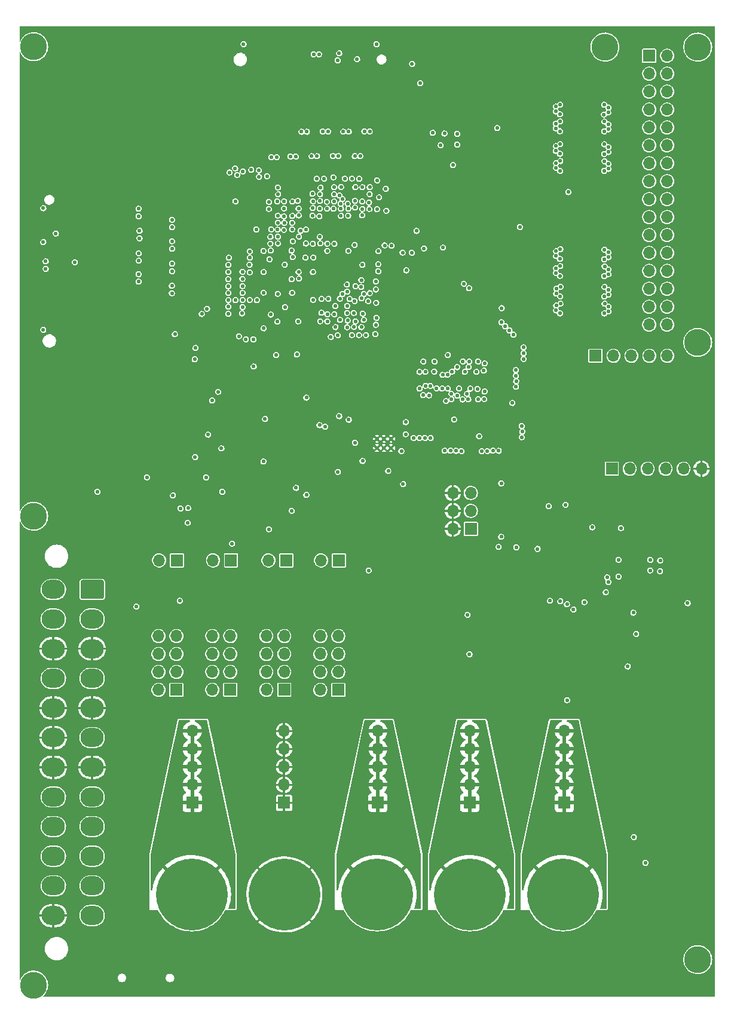
<source format=gbr>
%TF.GenerationSoftware,KiCad,Pcbnew,(5.99.0-3304-gcc86630f1-dirty)*%
%TF.CreationDate,2021-01-15T17:35:11+01:00*%
%TF.ProjectId,FD,46442e6b-6963-4616-945f-706362585858,rev?*%
%TF.SameCoordinates,Original*%
%TF.FileFunction,Copper,L2,Inr*%
%TF.FilePolarity,Positive*%
%FSLAX46Y46*%
G04 Gerber Fmt 4.6, Leading zero omitted, Abs format (unit mm)*
G04 Created by KiCad (PCBNEW (5.99.0-3304-gcc86630f1-dirty)) date 2021-01-15 17:35:11*
%MOMM*%
%LPD*%
G01*
G04 APERTURE LIST*
%TA.AperFunction,ComponentPad*%
%ADD10O,3.300000X2.700000*%
%TD*%
%TA.AperFunction,ComponentPad*%
%ADD11R,1.700000X1.700000*%
%TD*%
%TA.AperFunction,ComponentPad*%
%ADD12O,1.700000X1.700000*%
%TD*%
%TA.AperFunction,ComponentPad*%
%ADD13C,10.160000*%
%TD*%
%TA.AperFunction,ComponentPad*%
%ADD14C,0.500000*%
%TD*%
%TA.AperFunction,ComponentPad*%
%ADD15C,3.800000*%
%TD*%
%TA.AperFunction,ViaPad*%
%ADD16C,0.560000*%
%TD*%
G04 APERTURE END LIST*
%TO.N,+3.3V*%
%TO.C,J2*%
%TA.AperFunction,ComponentPad*%
G36*
G01*
X146400001Y-100950000D02*
X149199999Y-100950000D01*
G75*
G02*
X149450000Y-101200001I0J-250001D01*
G01*
X149450000Y-103399999D01*
G75*
G02*
X149199999Y-103650000I-250001J0D01*
G01*
X146400001Y-103650000D01*
G75*
G02*
X146150000Y-103399999I0J250001D01*
G01*
X146150000Y-101200001D01*
G75*
G02*
X146400001Y-100950000I250001J0D01*
G01*
G37*
%TD.AperFunction*%
D10*
X147800000Y-106500000D03*
%TO.N,GND*%
X147800000Y-110700000D03*
%TO.N,+5V*%
X147800000Y-114900000D03*
%TO.N,GND*%
X147800000Y-119100000D03*
%TO.N,+5V*%
X147800000Y-123300000D03*
%TO.N,GND*%
X147800000Y-127500000D03*
%TO.N,ATX_POWEROK*%
X147800000Y-131700000D03*
%TO.N,Net-(J2-Pad9)*%
X147800000Y-135900000D03*
%TO.N,+12V*%
X147800000Y-140100000D03*
X147800000Y-144300000D03*
%TO.N,+3.3V*%
X147800000Y-148500000D03*
X142300000Y-102300000D03*
%TO.N,-12V*%
X142300000Y-106500000D03*
%TO.N,GND*%
X142300000Y-110700000D03*
%TO.N,Net-(J2-Pad16)*%
X142300000Y-114900000D03*
%TO.N,GND*%
X142300000Y-119100000D03*
X142300000Y-123300000D03*
X142300000Y-127500000D03*
%TO.N,Net-(J2-Pad20)*%
X142300000Y-131700000D03*
%TO.N,+5V*%
X142300000Y-135900000D03*
X142300000Y-140100000D03*
X142300000Y-144300000D03*
%TO.N,GND*%
X142300000Y-148500000D03*
%TD*%
D11*
%TO.N,Net-(J3-Pad1)*%
%TO.C,J3*%
X159720000Y-116530000D03*
D12*
%TO.N,+3.3V*%
X157180000Y-116530000D03*
%TO.N,Net-(J3-Pad1)*%
X159720000Y-113990000D03*
%TO.N,VCCAUX*%
X157180000Y-113990000D03*
%TO.N,Net-(J3-Pad1)*%
X159720000Y-111450000D03*
%TO.N,VCCFPGA_S1_1.2V*%
X157180000Y-111450000D03*
%TO.N,Net-(J3-Pad1)*%
X159720000Y-108910000D03*
%TO.N,VCCBRAM*%
X157180000Y-108910000D03*
%TD*%
D11*
%TO.N,Net-(J4-Pad1)*%
%TO.C,J4*%
X167364466Y-116530000D03*
D12*
%TO.N,+3.3V*%
X164824466Y-116530000D03*
%TO.N,Net-(J4-Pad1)*%
X167364466Y-113990000D03*
%TO.N,VCCAUX*%
X164824466Y-113990000D03*
%TO.N,Net-(J4-Pad1)*%
X167364466Y-111450000D03*
%TO.N,VCCFPGA_S1_1.2V*%
X164824466Y-111450000D03*
%TO.N,Net-(J4-Pad1)*%
X167364466Y-108910000D03*
%TO.N,VCCBRAM*%
X164824466Y-108910000D03*
%TD*%
D11*
%TO.N,Net-(J5-Pad1)*%
%TO.C,J5*%
X175008932Y-116530000D03*
D12*
%TO.N,+3.3V*%
X172468932Y-116530000D03*
%TO.N,Net-(J5-Pad1)*%
X175008932Y-113990000D03*
%TO.N,VCCAUX*%
X172468932Y-113990000D03*
%TO.N,Net-(J5-Pad1)*%
X175008932Y-111450000D03*
%TO.N,VCCFPGA_S1_1.2V*%
X172468932Y-111450000D03*
%TO.N,Net-(J5-Pad1)*%
X175008932Y-108910000D03*
%TO.N,VCCBRAM*%
X172468932Y-108910000D03*
%TD*%
D11*
%TO.N,Net-(J6-Pad1)*%
%TO.C,J6*%
X182653398Y-116530000D03*
D12*
%TO.N,+3.3V*%
X180113398Y-116530000D03*
%TO.N,Net-(J6-Pad1)*%
X182653398Y-113990000D03*
%TO.N,VCCAUX*%
X180113398Y-113990000D03*
%TO.N,Net-(J6-Pad1)*%
X182653398Y-111450000D03*
%TO.N,VCCFPGA_S1_1.2V*%
X180113398Y-111450000D03*
%TO.N,Net-(J6-Pad1)*%
X182653398Y-108910000D03*
%TO.N,VCCBRAM*%
X180113398Y-108910000D03*
%TD*%
D11*
%TO.N,VCCFPGA_S1_VREF_V1*%
%TO.C,J7*%
X159816602Y-98180000D03*
D12*
%TO.N,Net-(J7-Pad2)*%
X157276602Y-98180000D03*
%TD*%
D11*
%TO.N,VCCFPGA_S1_VREF_V2*%
%TO.C,J8*%
X167461068Y-98180000D03*
D12*
%TO.N,Net-(J8-Pad2)*%
X164921068Y-98180000D03*
%TD*%
D11*
%TO.N,VCCFPGA_S1_VREF_V3*%
%TO.C,J9*%
X175305030Y-98180000D03*
D12*
%TO.N,Net-(J9-Pad2)*%
X172765030Y-98180000D03*
%TD*%
D11*
%TO.N,VCCFPGA_S1_VREF_V4*%
%TO.C,J10*%
X182750000Y-98180000D03*
D12*
%TO.N,Net-(J10-Pad2)*%
X180210000Y-98180000D03*
%TD*%
D13*
%TO.N,-12V*%
%TO.C,J11*%
X161880000Y-145520000D03*
%TD*%
%TO.N,+5V*%
%TO.C,J12*%
X201330000Y-145520000D03*
%TD*%
%TO.N,+12V*%
%TO.C,J13*%
X214480000Y-145520000D03*
%TD*%
D11*
%TO.N,-12V*%
%TO.C,J14*%
X161980000Y-132520000D03*
D12*
X161980000Y-129980000D03*
X161980000Y-127440000D03*
X161980000Y-124900000D03*
X161980000Y-122360000D03*
%TD*%
D11*
%TO.N,+5V*%
%TO.C,J15*%
X201280000Y-132520000D03*
D12*
X201280000Y-129980000D03*
X201280000Y-127440000D03*
X201280000Y-124900000D03*
X201280000Y-122360000D03*
%TD*%
D11*
%TO.N,+12V*%
%TO.C,J16*%
X214680000Y-132520000D03*
D12*
X214680000Y-129980000D03*
X214680000Y-127440000D03*
X214680000Y-124900000D03*
X214680000Y-122360000D03*
%TD*%
D13*
%TO.N,+3.3V*%
%TO.C,J19*%
X188180000Y-145520000D03*
%TD*%
%TO.N,GND*%
%TO.C,J20*%
X175030000Y-145520000D03*
%TD*%
D11*
%TO.N,+3.3V*%
%TO.C,J21*%
X188280000Y-132520000D03*
D12*
X188280000Y-129980000D03*
X188280000Y-127440000D03*
X188280000Y-124900000D03*
X188280000Y-122360000D03*
%TD*%
D11*
%TO.N,GND*%
%TO.C,J22*%
X174980000Y-132520000D03*
D12*
X174980000Y-129980000D03*
X174980000Y-127440000D03*
X174980000Y-124900000D03*
X174980000Y-122360000D03*
%TD*%
D11*
%TO.N,VTRANS_1_1*%
%TO.C,J31*%
X226700000Y-26680000D03*
D12*
%TO.N,VTRANS_2_1*%
X229240000Y-26680000D03*
%TO.N,VTRANS_1_2*%
X226700000Y-29220000D03*
%TO.N,VTRANS_2_2*%
X229240000Y-29220000D03*
%TO.N,VTRANS_1_3*%
X226700000Y-31760000D03*
%TO.N,VTRANS_2_3*%
X229240000Y-31760000D03*
%TO.N,VTRANS_1_4*%
X226700000Y-34300000D03*
%TO.N,VTRANS_2_4*%
X229240000Y-34300000D03*
%TO.N,VTRANS_1_5*%
X226700000Y-36840000D03*
%TO.N,VTRANS_2_5*%
X229240000Y-36840000D03*
%TO.N,VTRANS_1_6*%
X226700000Y-39380000D03*
%TO.N,VTRANS_2_6*%
X229240000Y-39380000D03*
%TO.N,VTRANS_1_7*%
X226700000Y-41920000D03*
%TO.N,VTRANS_2_7*%
X229240000Y-41920000D03*
%TO.N,VTRANS_1_8*%
X226700000Y-44460000D03*
%TO.N,VTRANS_2_8*%
X229240000Y-44460000D03*
%TO.N,VTRANS_3_1*%
X226700000Y-47000000D03*
%TO.N,VTRANS_4_1*%
X229240000Y-47000000D03*
%TO.N,VTRANS_3_2*%
X226700000Y-49540000D03*
%TO.N,VTRANS_4_2*%
X229240000Y-49540000D03*
%TO.N,VTRANS_3_3*%
X226700000Y-52080000D03*
%TO.N,VTRANS_4_3*%
X229240000Y-52080000D03*
%TO.N,VTRANS_3_4*%
X226700000Y-54620000D03*
%TO.N,VTRANS_4_4*%
X229240000Y-54620000D03*
%TO.N,VTRANS_3_5*%
X226700000Y-57160000D03*
%TO.N,VTRANS_4_5*%
X229240000Y-57160000D03*
%TO.N,VTRANS_3_6*%
X226700000Y-59700000D03*
%TO.N,VTRANS_4_6*%
X229240000Y-59700000D03*
%TO.N,VTRANS_3_7*%
X226700000Y-62240000D03*
%TO.N,VTRANS_4_7*%
X229240000Y-62240000D03*
%TO.N,VTRANS_3_8*%
X226700000Y-64780000D03*
%TO.N,VTRANS_4_8*%
X229240000Y-64780000D03*
%TD*%
D11*
%TO.N,Net-(D8-Pad1)*%
%TO.C,J32*%
X221400000Y-85200000D03*
D12*
%TO.N,Net-(D7-Pad1)*%
X223940000Y-85200000D03*
%TO.N,Net-(D6-Pad1)*%
X226480000Y-85200000D03*
%TO.N,Net-(D5-Pad1)*%
X229020000Y-85200000D03*
%TO.N,VCCAUX*%
X231560000Y-85200000D03*
%TO.N,GND*%
X234100000Y-85200000D03*
%TD*%
D11*
%TO.N,/fgpa-logic/m0*%
%TO.C,J33*%
X201430000Y-93710000D03*
D12*
%TO.N,GND*%
X198890000Y-93710000D03*
%TO.N,/fgpa-logic/m1*%
X201430000Y-91170000D03*
%TO.N,GND*%
X198890000Y-91170000D03*
%TO.N,/fgpa-logic/m2*%
X201430000Y-88630000D03*
%TO.N,GND*%
X198890000Y-88630000D03*
%TD*%
D14*
%TO.N,GND*%
%TO.C,U10*%
X188135000Y-82255000D03*
X190135000Y-80955000D03*
X189135000Y-80955000D03*
X189135000Y-82255000D03*
X188135000Y-80955000D03*
X190135000Y-82255000D03*
%TD*%
D11*
%TO.N,Net-(C11-Pad2)*%
%TO.C,J30*%
X219100000Y-69200000D03*
D12*
X221640000Y-69200000D03*
X224180000Y-69200000D03*
X226720000Y-69200000D03*
X229260000Y-69200000D03*
%TD*%
D15*
%TO.N,N/C*%
%TO.C,REF\u002A\u002A*%
X139510000Y-25404999D03*
%TD*%
%TO.N,N/C*%
%TO.C,REF\u002A\u002A*%
X233570000Y-154750000D03*
%TD*%
%TO.N,N/C*%
%TO.C,REF\u002A\u002A*%
X233570000Y-25444999D03*
%TD*%
%TO.N,N/C*%
%TO.C,REF\u002A\u002A*%
X139510000Y-158360000D03*
%TD*%
%TO.N,N/C*%
%TO.C,REF\u002A\u002A*%
X139510000Y-91920000D03*
%TD*%
%TO.N,N/C*%
%TO.C,REF\u002A\u002A*%
X233570000Y-67300000D03*
%TD*%
%TO.N,N/C*%
%TO.C,REF\u002A\u002A*%
X220440000Y-25444999D03*
%TD*%
D16*
%TO.N,VCCFPGA_S1_MGT*%
X155540000Y-86410000D03*
%TO.N,ATX_POWEROK*%
X161380000Y-90780000D03*
%TO.N,VCCDDR_1.35V_VREF*%
X192300000Y-57090000D03*
X185100000Y-59330000D03*
X176790000Y-69010000D03*
X191600000Y-82700000D03*
X183990000Y-64200000D03*
X205810000Y-62430000D03*
X184140000Y-78260000D03*
%TO.N,GND*%
X189100000Y-57180000D03*
X204900000Y-76800000D03*
X181110000Y-81270000D03*
X188620000Y-50610000D03*
X232380000Y-102880000D03*
X211400000Y-47600000D03*
X163500000Y-58900000D03*
X167970000Y-85480000D03*
X215270000Y-82200000D03*
X151870000Y-80530000D03*
X194460000Y-80070000D03*
X165980000Y-57531802D03*
X202400000Y-62800000D03*
X182300000Y-92700000D03*
X207400000Y-81300000D03*
X168160000Y-60310000D03*
X233000000Y-45600000D03*
X166300000Y-94800000D03*
X162300000Y-53800000D03*
X160800000Y-61000000D03*
X213890000Y-96510000D03*
X192594540Y-67345000D03*
X201500000Y-82700000D03*
X177950000Y-66520000D03*
X154000000Y-68100000D03*
X174110000Y-48340000D03*
X199430000Y-55360000D03*
X183100000Y-62204999D03*
X212740000Y-69710000D03*
X193210000Y-56630000D03*
X192900000Y-91700000D03*
X173140000Y-57260000D03*
X179060000Y-50320000D03*
X212650000Y-68020000D03*
X185070000Y-49269999D03*
X171080000Y-63290000D03*
X208260000Y-74720000D03*
X154500000Y-92300000D03*
X216856250Y-83400000D03*
X176880000Y-42590000D03*
X152800000Y-95200000D03*
X212700000Y-71360000D03*
X206165000Y-72640001D03*
X173200000Y-35100000D03*
X200930000Y-77810000D03*
X167130000Y-79660000D03*
X198200000Y-61630000D03*
X173520000Y-76510000D03*
X183090000Y-58280000D03*
X218400000Y-78100000D03*
X234356250Y-98650000D03*
X216830000Y-96080000D03*
X205913266Y-66256734D03*
X204920000Y-63250000D03*
X203820000Y-62230000D03*
X212660000Y-79090000D03*
X157900000Y-46100000D03*
X214800000Y-50000000D03*
X182170000Y-71270000D03*
X215840000Y-101460000D03*
X158800000Y-82800000D03*
X167140000Y-81200000D03*
X169120000Y-50320000D03*
X159400000Y-74300000D03*
X167100000Y-47320000D03*
X186900000Y-65100000D03*
X173130000Y-46250000D03*
X196200000Y-53710000D03*
X178048290Y-56291710D03*
X196520000Y-51470000D03*
X198218266Y-77398266D03*
X167080000Y-87160000D03*
X150300000Y-62700000D03*
X206700000Y-74500000D03*
X207600000Y-70010000D03*
X198900000Y-59280000D03*
X150190000Y-92060000D03*
X192000000Y-39600000D03*
X169800000Y-35100000D03*
X176069999Y-52180000D03*
X176180000Y-57320000D03*
X148730000Y-91360000D03*
X200100000Y-72300000D03*
X166100000Y-92000000D03*
X202650000Y-60850000D03*
X179480000Y-82070000D03*
X199800000Y-33600000D03*
X222700000Y-48000000D03*
X208170000Y-67070000D03*
X204700000Y-81700000D03*
X173460000Y-88780000D03*
X180000000Y-58200000D03*
X191400000Y-35500000D03*
X208500000Y-75900000D03*
X223756250Y-93600000D03*
X201220000Y-79980000D03*
X161700000Y-56900000D03*
X164500000Y-56000000D03*
X181120000Y-49350000D03*
X203100000Y-66500000D03*
X170090000Y-59290000D03*
X171150000Y-49290000D03*
X173582500Y-82642500D03*
X173620000Y-66440000D03*
X177950000Y-68890000D03*
X170600000Y-92800000D03*
X185150000Y-60280000D03*
X164200000Y-52400000D03*
X223100000Y-73700000D03*
X184920000Y-85100000D03*
X181100000Y-60300000D03*
X199090000Y-80490000D03*
X184100000Y-45320000D03*
%TO.N,+3.3V*%
X169240000Y-25030000D03*
X223670000Y-113220000D03*
X222700000Y-93600000D03*
X215976250Y-105148245D03*
X140870000Y-65510000D03*
X218656250Y-93500000D03*
X188080000Y-25030000D03*
X193110000Y-27830000D03*
X140880000Y-48280000D03*
X162320000Y-69680000D03*
%TO.N,+5V*%
X180785000Y-79235000D03*
X154070000Y-104710000D03*
X176680000Y-87910000D03*
%TO.N,Net-(C1-Pad1)*%
X228240000Y-99710000D03*
X228260000Y-98200000D03*
%TO.N,Net-(C4-Pad1)*%
X222340000Y-98090000D03*
X222350000Y-100460000D03*
%TO.N,Net-(C7-Pad1)*%
X220910023Y-101241838D03*
X214860816Y-90295434D03*
%TO.N,Net-(C8-Pad1)*%
X212456250Y-90500000D03*
X220756250Y-100600000D03*
%TO.N,Net-(C9-Pad1)*%
X212656250Y-103900000D03*
X210890000Y-96550000D03*
X220556250Y-102700000D03*
%TO.N,VCCBRAM*%
X215090000Y-117980000D03*
X170110000Y-57360000D03*
X176060000Y-58330000D03*
X172087494Y-57312506D03*
X176110000Y-60270000D03*
X174086629Y-60399883D03*
X177110000Y-58250000D03*
X175075001Y-56275001D03*
X170680000Y-70710000D03*
%TO.N,VCCFPGA_S1_1.2V*%
X200970000Y-105890000D03*
X172060000Y-84170000D03*
%TO.N,VCCAUX*%
X170130001Y-54390000D03*
X172070000Y-54320000D03*
X162440000Y-68080000D03*
X205740000Y-87270000D03*
X181100000Y-54310000D03*
X182990000Y-47640000D03*
X180040000Y-48330000D03*
X176032089Y-54282087D03*
X205740000Y-94840000D03*
X181970000Y-43900000D03*
X179130000Y-55250000D03*
X186980000Y-99600000D03*
%TO.N,VCCDDR_1.35V*%
X207320000Y-75880000D03*
X182610000Y-85635102D03*
X182780000Y-77750000D03*
X199060000Y-78220000D03*
X186100000Y-84100000D03*
X192200000Y-80300000D03*
X181100000Y-63300000D03*
X202610000Y-80590000D03*
X183240000Y-60440000D03*
X179080000Y-61270000D03*
X185100000Y-64300000D03*
%TO.N,VCCFPGA_S1_MGT*%
X168090000Y-61300000D03*
X169010000Y-63190000D03*
X167170000Y-55305000D03*
X148550000Y-88440000D03*
%TO.N,Net-(D1-Pad1)*%
X224456250Y-105600000D03*
X214108239Y-103969998D03*
%TO.N,Net-(D2-Pad1)*%
X224856250Y-108600000D03*
X215056250Y-104400000D03*
%TO.N,Net-(D5-Pad1)*%
X180100000Y-53270000D03*
%TO.N,Net-(D6-Pad1)*%
X182110000Y-53310000D03*
%TO.N,Net-(D7-Pad1)*%
X181100000Y-53300000D03*
%TO.N,Net-(D8-Pad1)*%
X184110000Y-54310000D03*
%TO.N,ATX_POWEROK*%
X224520000Y-137390000D03*
X164800000Y-75520000D03*
%TO.N,Net-(J2-Pad9)*%
X226170000Y-141030000D03*
%TO.N,VCCFPGA_S1_VREF_V1*%
X189230000Y-53540000D03*
X201180000Y-59620000D03*
X192240000Y-78590000D03*
X191840000Y-87380000D03*
%TO.N,VCCFPGA_S1_VREF_V2*%
X168110000Y-47290000D03*
%TO.N,VCCFPGA_S1_VREF_V3*%
X174100000Y-52300000D03*
X175110000Y-62300000D03*
X174120000Y-49320000D03*
%TO.N,VCCFPGA_S1_VREF_V4*%
X173860000Y-69080000D03*
%TO.N,/fgpa-logic/m0*%
X188350000Y-54360000D03*
%TO.N,/fgpa-logic/m1*%
X188320000Y-56240000D03*
%TO.N,/fgpa-logic/m2*%
X188330000Y-57200000D03*
%TO.N,VCCFPGA_S1_PG*%
X161340000Y-92830000D03*
X160210000Y-103910000D03*
%TO.N,VCCFPGA_S1_VARIABLE_V1*%
X184980000Y-53490000D03*
X190210000Y-53610000D03*
X176080000Y-91140000D03*
X186080000Y-56300000D03*
%TO.N,VCCFPGA_S1_VARIABLE_V2*%
X167620000Y-95790000D03*
X171050000Y-51290000D03*
%TO.N,VCCFPGA_S1_VARIABLE_V3*%
X172849989Y-47378279D03*
X172850000Y-93760000D03*
X176150000Y-49370000D03*
X173150000Y-51270000D03*
X178990000Y-46230000D03*
X174120000Y-53280001D03*
%TO.N,VCCFPGA_S1_VARIABLE_V4*%
X172100000Y-65300000D03*
X168610406Y-66410420D03*
X178140000Y-88900000D03*
X176985000Y-64301326D03*
%TO.N,Net-(R5-Pad1)*%
X226856250Y-98100000D03*
X226856250Y-99600000D03*
%TO.N,VCCFPGA_S0_PG*%
X166110000Y-82310000D03*
X165660000Y-74290000D03*
X166230000Y-88460000D03*
X162380000Y-83540000D03*
%TO.N,Net-(R34-Pad1)*%
X163940000Y-86420000D03*
X160320000Y-90810000D03*
%TO.N,Net-(R35-Pad1)*%
X164230000Y-80370000D03*
X159240000Y-88990000D03*
%TO.N,Net-(R42-Pad1)*%
X189735000Y-85505000D03*
X180000000Y-79020000D03*
X185035000Y-81505000D03*
%TO.N,FLASH_CONFIG_CLK*%
X208390000Y-50930000D03*
X176200000Y-55200000D03*
%TO.N,Net-(R46-Pad2)*%
X183600000Y-44080000D03*
%TO.N,VTRANS_OE*%
X215250000Y-46000000D03*
X180060000Y-52340000D03*
%TO.N,Net-(R48-Pad2)*%
X172095000Y-60240000D03*
%TO.N,Net-(R51-Pad2)*%
X193750000Y-51500000D03*
X178018551Y-55270869D03*
%TO.N,Net-(R52-Pad2)*%
X191770000Y-54570000D03*
X177040000Y-57310000D03*
%TO.N,Net-(R53-Pad2)*%
X193082697Y-54570515D03*
X179072812Y-57316233D03*
%TO.N,Net-(R61-Pad2)*%
X197500000Y-53860000D03*
X172902911Y-55507089D03*
%TO.N,FLASH_CONFIG_IO_3*%
X180150000Y-45370000D03*
X205170000Y-36930000D03*
%TO.N,FLASH_CONFIG_IO_2*%
X180070000Y-46290000D03*
X199490000Y-37740000D03*
%TO.N,FLASH_CONFIG_IO_0*%
X197700000Y-37700000D03*
X179600000Y-44100000D03*
%TO.N,Net-(R66-Pad1)*%
X197160000Y-39350000D03*
X199510000Y-39260000D03*
%TO.N,FLASH_CONFIG_IO_1*%
X180650000Y-44090000D03*
X196050000Y-37600000D03*
%TO.N,DDR_CK_N*%
X198120000Y-71894670D03*
X184980000Y-61450000D03*
%TO.N,DDR_CK_P*%
X197440000Y-71894670D03*
X184280000Y-61130000D03*
%TO.N,RN1_5*%
X214111961Y-54088143D03*
X184090000Y-48350000D03*
%TO.N,RN1_6*%
X187080000Y-48380052D03*
X213517256Y-54374376D03*
%TO.N,RN1_7*%
X188140000Y-48430000D03*
X213507117Y-55055050D03*
%TO.N,RN1_8*%
X214070000Y-55470000D03*
X186076404Y-48380052D03*
%TO.N,RN3_5*%
X214121961Y-61798143D03*
X183033266Y-49366734D03*
%TO.N,RN3_6*%
X213527256Y-62084376D03*
X181080000Y-48340000D03*
%TO.N,RN3_7*%
X179980000Y-49410000D03*
X213517117Y-62765050D03*
%TO.N,RN3_8*%
X179010000Y-49320000D03*
X214080000Y-63180000D03*
%TO.N,RN4_5*%
X214131961Y-59398143D03*
X183040000Y-48350000D03*
%TO.N,RN4_6*%
X186040000Y-49290053D03*
X213537256Y-59684376D03*
%TO.N,RN4_7*%
X213527117Y-60365050D03*
X184060000Y-49330000D03*
%TO.N,RN4_8*%
X214090000Y-60780000D03*
X181990000Y-48340000D03*
%TO.N,FPGA_SER_TX*%
X178060000Y-53280000D03*
X207880000Y-96320000D03*
%TO.N,FPGA_SER_RX*%
X179050000Y-53320000D03*
X205370000Y-96260000D03*
%TO.N,Net-(R10-Pad1)*%
X217520000Y-104090000D03*
X232150000Y-104250000D03*
%TO.N,DDR_A10*%
X198790000Y-71410000D03*
X207840000Y-73590000D03*
X186600000Y-66250000D03*
%TO.N,DDR_NRAS*%
X186270000Y-64110000D03*
X197360000Y-73840000D03*
X193340000Y-80820000D03*
%TO.N,DDR_BA2*%
X186142003Y-63209999D03*
X199340000Y-82660000D03*
X199770000Y-73820000D03*
%TO.N,DDR_A6*%
X188030000Y-61680000D03*
X208920000Y-68010000D03*
X202470000Y-69980000D03*
%TO.N,DDR_A2*%
X187980000Y-59800000D03*
X204560000Y-82640000D03*
X201350000Y-73850000D03*
%TO.N,DDR_A15*%
X199500000Y-70800000D03*
X187910000Y-66110000D03*
X207860000Y-72800000D03*
%TO.N,DDR_CKE*%
X187990000Y-64800000D03*
X198180000Y-69090000D03*
X205770000Y-64450000D03*
%TO.N,DDR_A12*%
X200580000Y-71470000D03*
X188060000Y-63800000D03*
X206320000Y-65020000D03*
%TO.N,DDR_A8*%
X203390000Y-70290000D03*
X208920000Y-68820000D03*
X186910000Y-61430000D03*
%TO.N,DDR_A0*%
X203770000Y-82700000D03*
X187114678Y-60311935D03*
X200881806Y-74580866D03*
%TO.N,DDR_A11*%
X182880000Y-61100000D03*
X202230000Y-71450000D03*
X208930000Y-69630000D03*
%TO.N,DDR_A13*%
X187970000Y-58654989D03*
X208660000Y-79140000D03*
X203380000Y-74250000D03*
%TO.N,DDR_DQS_N*%
X195720000Y-73444618D03*
X181100000Y-64310000D03*
%TO.N,DDR_DQS_P*%
X195040000Y-73444618D03*
X180100000Y-64300000D03*
%TO.N,DDR_NCAS*%
X198170000Y-73840000D03*
X180270000Y-63090000D03*
X194140000Y-80840000D03*
%TO.N,DDR_NCS*%
X197740000Y-82640000D03*
X198690000Y-75360000D03*
X180270000Y-61120000D03*
%TO.N,DDR_DM*%
X181600000Y-66510000D03*
X194180000Y-71480000D03*
%TO.N,DDR_A1*%
X207480000Y-66190000D03*
X182100000Y-63300000D03*
X201110000Y-70790000D03*
%TO.N,DDR_ODT*%
X181250000Y-61120000D03*
X197920000Y-75600000D03*
X195740000Y-80830000D03*
%TO.N,FLASH_CONFIG_CS*%
X198900000Y-42160000D03*
X182080000Y-47320000D03*
%TO.N,DDR_DQ6*%
X182600000Y-66260000D03*
X195500000Y-74790000D03*
%TO.N,DDR_DQ2*%
X194690000Y-74770000D03*
X182270000Y-65130000D03*
%TO.N,DDR_DQ0*%
X194180000Y-73830000D03*
X182910000Y-64110000D03*
%TO.N,DDR_NWE*%
X182240000Y-62140000D03*
X198680000Y-74570000D03*
X194930000Y-80820000D03*
%TO.N,DDR_A3*%
X200270000Y-75380000D03*
X185940000Y-61040000D03*
X200120000Y-82680000D03*
%TO.N,DDR_DQ4*%
X196580000Y-73800000D03*
X183920000Y-65140000D03*
%TO.N,DDR_BA1*%
X200310000Y-69990000D03*
X183900000Y-63110000D03*
X207830000Y-72000000D03*
%TO.N,DDR_A4*%
X183910000Y-62130000D03*
X206910000Y-65610000D03*
X201210001Y-70024267D03*
%TO.N,DDR_A7*%
X202470000Y-75350000D03*
X183880000Y-59090000D03*
X205380000Y-82660000D03*
%TO.N,DDR_A5*%
X202960000Y-82710000D03*
X201078370Y-75356298D03*
X186280000Y-60430000D03*
%TO.N,DDR_DQ7*%
X196250000Y-71420000D03*
X184880000Y-65100000D03*
%TO.N,DDR_DQ5*%
X185610000Y-66250000D03*
X196300000Y-69980000D03*
%TO.N,DDR_BA0*%
X198540000Y-82630000D03*
X184870000Y-63109999D03*
X199520000Y-74820000D03*
%TO.N,FPGA-CLK-100*%
X189480000Y-48630000D03*
X185020000Y-48190000D03*
%TO.N,DDR_DQ1*%
X194990000Y-71470000D03*
X184600000Y-66250000D03*
%TO.N,DDR_DQ3*%
X185930000Y-65130000D03*
X194710000Y-70000000D03*
%TO.N,DDR_A14*%
X203280000Y-71300000D03*
X183910000Y-60100000D03*
X207830000Y-71190000D03*
%TO.N,DDR_A9*%
X208710000Y-79940000D03*
X202360000Y-73890000D03*
X185910000Y-59450000D03*
%TO.N,DDR_NRST*%
X203340000Y-75310000D03*
X208670000Y-80730000D03*
X185930000Y-58460000D03*
%TO.N,RN7_5*%
X214084844Y-35993093D03*
X182060000Y-45310000D03*
%TO.N,RN7_6*%
X183050000Y-45280000D03*
X213490139Y-36279326D03*
%TO.N,RN7_7*%
X180070000Y-47260000D03*
X213480000Y-36960000D03*
%TO.N,RN7_8*%
X185080000Y-45290000D03*
X214042883Y-37374950D03*
%TO.N,RN8_5*%
X214084844Y-33603093D03*
X184620000Y-44060000D03*
%TO.N,RN8_6*%
X213490139Y-33889326D03*
X185620000Y-44120000D03*
%TO.N,RN8_7*%
X213480000Y-34570000D03*
X187110000Y-45300000D03*
%TO.N,RN8_8*%
X214042883Y-34984950D03*
X188170000Y-44330000D03*
%TO.N,RN5_5*%
X214104536Y-41595568D03*
X185020000Y-47230000D03*
%TO.N,RN5_6*%
X186050000Y-47320000D03*
X213509831Y-41881801D03*
%TO.N,RN5_7*%
X188440000Y-46740000D03*
X213499692Y-42562475D03*
%TO.N,RN5_8*%
X214062575Y-42977425D03*
X187014144Y-47470051D03*
%TO.N,RN6_5*%
X214094844Y-39193093D03*
X182050000Y-46320000D03*
%TO.N,RN6_6*%
X182809657Y-46471164D03*
X213500139Y-39479326D03*
%TO.N,RN6_7*%
X183230000Y-46980000D03*
X213490000Y-40160000D03*
%TO.N,RN6_8*%
X186080000Y-45310000D03*
X214052883Y-40574950D03*
%TO.N,RN2_5*%
X189390000Y-45530000D03*
X214101961Y-56488143D03*
%TO.N,RN2_6*%
X187100000Y-46290000D03*
X213507256Y-56774376D03*
%TO.N,RN2_7*%
X181040000Y-47360000D03*
X213497117Y-57455050D03*
%TO.N,RN2_8*%
X214060000Y-57870000D03*
X183980000Y-47640000D03*
%TO.N,VTRANS_1_4*%
X220298039Y-35011857D03*
%TO.N,VTRANS_1_3*%
X220892744Y-34725624D03*
%TO.N,VTRANS_1_2*%
X220902883Y-34044950D03*
%TO.N,VTRANS_1_1*%
X220340000Y-33630000D03*
%TO.N,VTRANS_1_8*%
X220320912Y-37390512D03*
%TO.N,VTRANS_1_7*%
X220915617Y-37104279D03*
%TO.N,VTRANS_1_6*%
X220925756Y-36423605D03*
%TO.N,VTRANS_1_5*%
X220362873Y-36008655D03*
%TO.N,VTRANS_2_8*%
X220335295Y-42986233D03*
%TO.N,VTRANS_2_7*%
X220930000Y-42700000D03*
%TO.N,VTRANS_2_6*%
X220940139Y-42019326D03*
%TO.N,VTRANS_2_5*%
X220377256Y-41604376D03*
%TO.N,VTRANS_2_4*%
X220312422Y-40607578D03*
%TO.N,VTRANS_2_3*%
X220907127Y-40321345D03*
%TO.N,VTRANS_2_2*%
X220917266Y-39640671D03*
%TO.N,VTRANS_2_1*%
X220354383Y-39225721D03*
%TO.N,VTRANS_4_8*%
X220347153Y-63185562D03*
%TO.N,VTRANS_4_7*%
X220941858Y-62899329D03*
%TO.N,VTRANS_4_6*%
X220951997Y-62218655D03*
%TO.N,VTRANS_4_5*%
X220389114Y-61803705D03*
%TO.N,VTRANS_4_4*%
X220324280Y-60806907D03*
%TO.N,VTRANS_4_3*%
X220918985Y-60520674D03*
%TO.N,VTRANS_4_2*%
X220929124Y-59840000D03*
%TO.N,VTRANS_4_1*%
X220366241Y-59425050D03*
%TO.N,VTRANS_3_4*%
X220324280Y-55516907D03*
%TO.N,VTRANS_3_3*%
X220918985Y-55230674D03*
%TO.N,VTRANS_3_2*%
X220929124Y-54550000D03*
%TO.N,VTRANS_3_1*%
X220366241Y-54135050D03*
%TO.N,VTRANS_3_8*%
X220347153Y-57895562D03*
%TO.N,VTRANS_3_7*%
X220941858Y-57609329D03*
%TO.N,VTRANS_3_6*%
X220951997Y-56928655D03*
%TO.N,VTRANS_3_5*%
X220389114Y-56513705D03*
%TO.N,M20_PTX0F_P*%
X159099151Y-50976392D03*
X169090000Y-60300000D03*
%TO.N,M20_PTX1F_P*%
X167100000Y-61300000D03*
X159120000Y-54020000D03*
%TO.N,M20_PTX2F_P*%
X169090000Y-62290000D03*
X159110000Y-57200000D03*
%TO.N,M20_PTX3F_P*%
X167080000Y-63240000D03*
X159090000Y-60320000D03*
%TO.N,M20_PCLK0F_P*%
X171130000Y-61295000D03*
X163324557Y-63268841D03*
%TO.N,M20_PTX0F_N*%
X169090000Y-59300000D03*
X159099151Y-49916392D03*
%TO.N,M20_PTX1F_N*%
X159120000Y-52960000D03*
X167100000Y-60300000D03*
%TO.N,M20_PTX2F_N*%
X159110000Y-56140000D03*
X169090000Y-61290000D03*
%TO.N,M20_PTX3F_N*%
X159090000Y-59260000D03*
X167080000Y-62240000D03*
%TO.N,M20_PCLK0F_N*%
X170100000Y-61290000D03*
X164074091Y-62519307D03*
%TO.N,M20_USBD_N*%
X141220000Y-55810000D03*
X169570000Y-66865420D03*
%TO.N,M20_USBD_P*%
X141220000Y-56870000D03*
X170630000Y-66865420D03*
%TO.N,M22_PE_SUSCLK_MGT*%
X174980000Y-51340000D03*
X168054988Y-42620102D03*
%TO.N,M22_MFG_CLK*%
X174060000Y-51320000D03*
X168340000Y-43560000D03*
%TO.N,M22_MFG_DATA*%
X173050000Y-52330000D03*
X167270000Y-43210000D03*
%TO.N,M22_PE_NWAKE_MGT*%
X169148266Y-43071734D03*
X172849989Y-48378279D03*
%TO.N,M22_PE_NCLKREQ_MGT*%
X174110000Y-50330000D03*
X170330000Y-42850000D03*
%TO.N,M22_PE_NRST_MGT*%
X175010000Y-50350000D03*
X171440000Y-43820000D03*
%TO.N,M22_SMB_NALERT*%
X174970000Y-49430000D03*
X171416482Y-42903518D03*
%TO.N,M22_SMB_DATA*%
X172560000Y-43750000D03*
X174010000Y-47310000D03*
%TO.N,M22_USBD_P*%
X179160000Y-26470002D03*
%TO.N,M22_USBD_N*%
X179920000Y-26470002D03*
%TO.N,M22_VIO_Q*%
X182790000Y-26340000D03*
X194270000Y-30570000D03*
%TO.N,M22_VIO*%
X182570000Y-27330000D03*
X185330000Y-27170000D03*
%TO.N,M20_PRX3_P*%
X154375000Y-58685000D03*
X167070000Y-59350000D03*
%TO.N,M20_PRX3_N*%
X154375000Y-57625000D03*
X167070000Y-58350000D03*
%TO.N,M20_PRX2_P*%
X170090000Y-56280000D03*
X154404031Y-55709925D03*
%TO.N,M20_PRX2_N*%
X170130000Y-55300000D03*
X154404031Y-54649925D03*
%TO.N,M20_PRX1_P*%
X167090000Y-57310000D03*
X154510000Y-52539929D03*
%TO.N,M20_PRX1_N*%
X154510000Y-51479929D03*
X167090000Y-56310000D03*
%TO.N,M20_PRX0_P*%
X154371719Y-49416266D03*
X169080000Y-58290000D03*
%TO.N,M20_PRX0_N*%
X154371719Y-48356266D03*
X169080000Y-57290000D03*
%TO.N,M20_VIO*%
X140870000Y-53080000D03*
X159510000Y-66130000D03*
%TO.N,M22_PTX3F_P*%
X177050000Y-49300000D03*
X175890000Y-40955658D03*
%TO.N,M22_PTX2F_P*%
X178890000Y-40910000D03*
X174983278Y-48300001D03*
%TO.N,M22_PTX1F_P*%
X179050000Y-48260000D03*
X181910000Y-40880000D03*
%TO.N,M22_PTX0F_P*%
X185000000Y-40900000D03*
X177310000Y-51470000D03*
%TO.N,M22_PTX3F_N*%
X177040000Y-48330000D03*
X176650000Y-40955658D03*
%TO.N,M22_PTX2F_N*%
X174983278Y-47300000D03*
X179650000Y-40910000D03*
%TO.N,M22_PTX1F_N*%
X182670000Y-40880000D03*
X179070000Y-47300000D03*
%TO.N,M22_PTX0F_N*%
X185760000Y-40900000D03*
X178090000Y-51310000D03*
%TO.N,M22_PRX3_P*%
X177450000Y-37450000D03*
X176170000Y-47340000D03*
%TO.N,M22_PRX3_N*%
X178210000Y-37450000D03*
X176930000Y-47250000D03*
%TO.N,M22_PRX2_P*%
X180440000Y-37410000D03*
X173050000Y-53300000D03*
%TO.N,M22_PRX2_N*%
X181200000Y-37410000D03*
X173080000Y-54280000D03*
%TO.N,M22_PRX1_P*%
X176120000Y-50330000D03*
X183380000Y-37440000D03*
%TO.N,M22_PRX1_N*%
X176110000Y-51270000D03*
X184140000Y-37440000D03*
%TO.N,M22_PRX0_P*%
X176209330Y-52960053D03*
X186350000Y-37400000D03*
%TO.N,M22_PRX0_N*%
X187110000Y-37400000D03*
X177090000Y-52300000D03*
%TO.N,M22_PCLK0F_P*%
X173170000Y-41053158D03*
X174140000Y-46310000D03*
%TO.N,M22_PCLK0F_N*%
X174110000Y-45340000D03*
X173930000Y-41053158D03*
%TO.N,M20_NPLN*%
X173110000Y-63350000D03*
X142650000Y-51850000D03*
%TO.N,M20_PDIS*%
X174039335Y-64348461D03*
X145350000Y-55920000D03*
%TO.N,VCCAUX*%
X178140000Y-75120000D03*
X172290000Y-78140000D03*
X194810000Y-53970000D03*
X201240000Y-111470000D03*
X200460000Y-58980000D03*
%TD*%
%TA.AperFunction,Conductor*%
%TO.N,GND*%
G36*
X235990000Y-160000000D02*
G01*
X140882944Y-160000000D01*
X140848296Y-159985648D01*
X140833944Y-159951000D01*
X140852777Y-159912388D01*
X140885063Y-159887163D01*
X141084221Y-159680929D01*
X141252739Y-159448984D01*
X141259912Y-159435494D01*
X141387335Y-159195848D01*
X141485394Y-158926433D01*
X141545001Y-158646005D01*
X141565000Y-158360000D01*
X141545001Y-158073995D01*
X141485394Y-157793567D01*
X141387335Y-157524152D01*
X141289419Y-157340000D01*
X151415000Y-157340000D01*
X151435615Y-157496586D01*
X151496055Y-157642500D01*
X151592200Y-157767800D01*
X151717500Y-157863945D01*
X151790457Y-157894165D01*
X151863413Y-157924385D01*
X152020000Y-157945000D01*
X152176587Y-157924385D01*
X152249543Y-157894165D01*
X152322500Y-157863945D01*
X152447800Y-157767800D01*
X152543945Y-157642500D01*
X152604385Y-157496586D01*
X152625000Y-157340000D01*
X158215000Y-157340000D01*
X158235615Y-157496586D01*
X158296055Y-157642500D01*
X158392200Y-157767800D01*
X158517500Y-157863945D01*
X158590457Y-157894165D01*
X158663413Y-157924385D01*
X158820000Y-157945000D01*
X158976587Y-157924385D01*
X159049543Y-157894165D01*
X159122500Y-157863945D01*
X159247800Y-157767800D01*
X159343945Y-157642500D01*
X159404385Y-157496586D01*
X159425000Y-157340000D01*
X159404385Y-157183414D01*
X159391416Y-157152103D01*
X159344596Y-157039072D01*
X159343945Y-157037500D01*
X159247800Y-156912200D01*
X159122500Y-156816055D01*
X159020440Y-156773780D01*
X158976587Y-156755615D01*
X158820000Y-156735000D01*
X158663413Y-156755615D01*
X158619560Y-156773780D01*
X158517500Y-156816055D01*
X158392200Y-156912200D01*
X158296055Y-157037500D01*
X158295404Y-157039072D01*
X158248585Y-157152103D01*
X158235615Y-157183414D01*
X158215000Y-157340000D01*
X152625000Y-157340000D01*
X152604385Y-157183414D01*
X152591416Y-157152103D01*
X152544596Y-157039072D01*
X152543945Y-157037500D01*
X152447800Y-156912200D01*
X152322500Y-156816055D01*
X152220440Y-156773780D01*
X152176587Y-156755615D01*
X152020000Y-156735000D01*
X151863413Y-156755615D01*
X151819560Y-156773780D01*
X151717500Y-156816055D01*
X151592200Y-156912200D01*
X151496055Y-157037500D01*
X151495404Y-157039072D01*
X151448585Y-157152103D01*
X151435615Y-157183414D01*
X151415000Y-157340000D01*
X141289419Y-157340000D01*
X141252740Y-157271018D01*
X141189092Y-157183413D01*
X141084221Y-157039071D01*
X140885063Y-156832837D01*
X140659141Y-156656328D01*
X140410853Y-156512978D01*
X140264065Y-156453672D01*
X140145033Y-156405580D01*
X140145032Y-156405580D01*
X140145030Y-156405579D01*
X139866847Y-156336220D01*
X139581718Y-156306252D01*
X139581714Y-156306252D01*
X139295199Y-156316257D01*
X139012850Y-156366042D01*
X138891168Y-156405579D01*
X138740183Y-156454637D01*
X138740181Y-156454638D01*
X138482499Y-156580318D01*
X138322179Y-156688456D01*
X138298512Y-156704420D01*
X138244815Y-156740639D01*
X138031759Y-156932475D01*
X137847468Y-157152103D01*
X137730058Y-157340000D01*
X137695543Y-157395236D01*
X137593763Y-157623838D01*
X137566560Y-157649652D01*
X137529070Y-157648671D01*
X137500000Y-157603907D01*
X137500000Y-153200000D01*
X141105000Y-153200000D01*
X141125376Y-153458899D01*
X141186001Y-153711423D01*
X141285384Y-153951354D01*
X141421077Y-154172785D01*
X141589738Y-154370262D01*
X141787215Y-154538923D01*
X142008646Y-154674616D01*
X142248577Y-154773999D01*
X142501101Y-154834624D01*
X142760000Y-154855000D01*
X143018899Y-154834624D01*
X143271423Y-154773999D01*
X143511354Y-154674616D01*
X143622264Y-154606650D01*
X231520006Y-154606650D01*
X231520006Y-154893350D01*
X231559907Y-155177259D01*
X231638932Y-155452851D01*
X231755543Y-155714764D01*
X231755545Y-155714767D01*
X231907468Y-155957897D01*
X232091759Y-156177525D01*
X232233796Y-156305416D01*
X232304816Y-156369362D01*
X232382179Y-156421544D01*
X232542499Y-156529682D01*
X232787842Y-156649344D01*
X232800183Y-156655363D01*
X232941613Y-156701316D01*
X233072850Y-156743958D01*
X233355199Y-156793743D01*
X233641714Y-156803748D01*
X233641718Y-156803748D01*
X233926847Y-156773780D01*
X234205030Y-156704421D01*
X234205032Y-156704420D01*
X234205033Y-156704420D01*
X234470855Y-156597021D01*
X234717468Y-156454638D01*
X234719141Y-156453672D01*
X234945063Y-156277163D01*
X235144221Y-156070929D01*
X235312739Y-155838984D01*
X235319912Y-155825494D01*
X235447335Y-155585848D01*
X235545394Y-155316433D01*
X235605001Y-155036005D01*
X235625000Y-154750000D01*
X235605001Y-154463995D01*
X235545394Y-154183567D01*
X235447335Y-153914152D01*
X235312740Y-153661018D01*
X235144222Y-153429072D01*
X234945063Y-153222837D01*
X234915833Y-153200000D01*
X234719141Y-153046328D01*
X234470853Y-152902978D01*
X234326453Y-152844637D01*
X234205033Y-152795580D01*
X234205032Y-152795580D01*
X234205030Y-152795579D01*
X233926847Y-152726220D01*
X233641718Y-152696252D01*
X233641714Y-152696252D01*
X233355199Y-152706257D01*
X233072850Y-152756042D01*
X232951168Y-152795579D01*
X232800183Y-152844637D01*
X232800181Y-152844638D01*
X232542499Y-152970318D01*
X232304815Y-153130639D01*
X232091759Y-153322475D01*
X231907468Y-153542103D01*
X231801667Y-153711422D01*
X231755543Y-153785236D01*
X231638932Y-154047149D01*
X231559907Y-154322741D01*
X231520006Y-154606650D01*
X143622264Y-154606650D01*
X143732785Y-154538923D01*
X143930262Y-154370262D01*
X144098923Y-154172785D01*
X144234616Y-153951354D01*
X144333999Y-153711423D01*
X144394624Y-153458899D01*
X144415000Y-153200000D01*
X144394624Y-152941101D01*
X144333999Y-152688577D01*
X144234616Y-152448646D01*
X144098923Y-152227215D01*
X143930262Y-152029738D01*
X143732785Y-151861077D01*
X143511354Y-151725384D01*
X143271423Y-151626001D01*
X143018899Y-151565376D01*
X142760000Y-151545000D01*
X142501101Y-151565376D01*
X142248577Y-151626001D01*
X142008646Y-151725384D01*
X141787215Y-151861077D01*
X141589738Y-152029738D01*
X141421077Y-152227215D01*
X141285384Y-152448646D01*
X141186001Y-152688577D01*
X141125376Y-152941101D01*
X141105000Y-153200000D01*
X137500000Y-153200000D01*
X137500000Y-148649999D01*
X140356805Y-148649999D01*
X140365377Y-148758900D01*
X140426001Y-149011422D01*
X140525386Y-149251357D01*
X140661075Y-149472782D01*
X140829738Y-149670262D01*
X141027218Y-149838925D01*
X141248643Y-149974614D01*
X141488578Y-150073999D01*
X141741100Y-150134623D01*
X141936471Y-150150000D01*
X142150000Y-150150000D01*
X142449999Y-150150000D01*
X142663529Y-150150000D01*
X142858900Y-150134623D01*
X143111422Y-150073999D01*
X143351357Y-149974614D01*
X143572782Y-149838925D01*
X143770262Y-149670262D01*
X143938925Y-149472782D01*
X144074614Y-149251357D01*
X144173999Y-149011422D01*
X144234623Y-148758900D01*
X144243195Y-148650000D01*
X142450000Y-148649999D01*
X142449999Y-150150000D01*
X142150000Y-150150000D01*
X142150001Y-148650000D01*
X140356805Y-148649999D01*
X137500000Y-148649999D01*
X137500000Y-148604982D01*
X145998665Y-148604982D01*
X146035972Y-148848782D01*
X146089132Y-149011422D01*
X146112596Y-149083211D01*
X146226479Y-149301979D01*
X146354722Y-149472782D01*
X146374568Y-149499214D01*
X146552869Y-149669603D01*
X146688702Y-149762262D01*
X146756617Y-149808590D01*
X146756619Y-149808591D01*
X146821968Y-149838925D01*
X146980326Y-149912432D01*
X147217991Y-149978342D01*
X147420646Y-150000000D01*
X148160819Y-150000000D01*
X148253311Y-149992396D01*
X148345806Y-149984791D01*
X148585010Y-149924707D01*
X148742648Y-149856165D01*
X148811190Y-149826362D01*
X149018266Y-149692397D01*
X149018268Y-149692396D01*
X149200687Y-149526408D01*
X149200689Y-149526406D01*
X149353545Y-149332856D01*
X149472744Y-149116929D01*
X149555067Y-148884451D01*
X149555069Y-148884446D01*
X149598321Y-148641633D01*
X149598769Y-148604982D01*
X149601335Y-148395018D01*
X149564028Y-148151218D01*
X149487406Y-147916794D01*
X149487405Y-147916792D01*
X149487404Y-147916789D01*
X149373521Y-147698021D01*
X149225436Y-147500791D01*
X149225435Y-147500790D01*
X149225432Y-147500786D01*
X149047131Y-147330397D01*
X148911298Y-147237738D01*
X148843383Y-147191410D01*
X148805097Y-147173638D01*
X148619676Y-147087569D01*
X148619674Y-147087568D01*
X148382009Y-147021658D01*
X148179354Y-147000000D01*
X147439181Y-147000000D01*
X147346689Y-147007604D01*
X147254194Y-147015209D01*
X147014990Y-147075293D01*
X146857352Y-147143835D01*
X146788810Y-147173638D01*
X146646416Y-147265758D01*
X146581732Y-147307604D01*
X146399313Y-147473592D01*
X146399311Y-147473594D01*
X146246455Y-147667144D01*
X146127256Y-147883071D01*
X146089895Y-147988578D01*
X146044931Y-148115554D01*
X146001679Y-148358367D01*
X146001679Y-148358371D01*
X145998665Y-148604982D01*
X137500000Y-148604982D01*
X137500000Y-148350000D01*
X140356805Y-148350000D01*
X142150000Y-148350001D01*
X142150000Y-148350000D01*
X142449999Y-148350000D01*
X144243195Y-148350001D01*
X144234623Y-148241100D01*
X144173999Y-147988578D01*
X144074614Y-147748643D01*
X143938925Y-147527218D01*
X143770262Y-147329738D01*
X143572782Y-147161075D01*
X143351357Y-147025386D01*
X143111422Y-146926001D01*
X142858900Y-146865377D01*
X142663529Y-146850000D01*
X142450000Y-146850000D01*
X142449999Y-148350000D01*
X142150000Y-148350000D01*
X142150001Y-146850000D01*
X141936471Y-146850000D01*
X141741100Y-146865377D01*
X141488578Y-146926001D01*
X141248643Y-147025386D01*
X141027218Y-147161075D01*
X140829738Y-147329738D01*
X140661075Y-147527218D01*
X140525386Y-147748643D01*
X140426001Y-147988578D01*
X140365377Y-148241100D01*
X140356805Y-148350000D01*
X137500000Y-148350000D01*
X137500000Y-144404982D01*
X140498665Y-144404982D01*
X140535972Y-144648782D01*
X140547631Y-144684451D01*
X140612596Y-144883211D01*
X140726479Y-145101979D01*
X140874564Y-145299209D01*
X140874568Y-145299214D01*
X141052869Y-145469603D01*
X141126749Y-145520000D01*
X141256617Y-145608590D01*
X141256619Y-145608591D01*
X141328961Y-145642171D01*
X141480326Y-145712432D01*
X141717991Y-145778342D01*
X141920646Y-145800000D01*
X142660819Y-145800000D01*
X142753311Y-145792395D01*
X142845806Y-145784791D01*
X143085010Y-145724707D01*
X143274831Y-145642171D01*
X143311190Y-145626362D01*
X143518266Y-145492397D01*
X143518268Y-145492396D01*
X143700687Y-145326408D01*
X143715329Y-145307868D01*
X143853545Y-145132856D01*
X143972744Y-144916929D01*
X144055067Y-144684451D01*
X144055069Y-144684446D01*
X144098321Y-144441633D01*
X144098769Y-144404982D01*
X145998665Y-144404982D01*
X146035972Y-144648782D01*
X146047631Y-144684451D01*
X146112596Y-144883211D01*
X146226479Y-145101979D01*
X146374564Y-145299209D01*
X146374568Y-145299214D01*
X146552869Y-145469603D01*
X146626749Y-145520000D01*
X146756617Y-145608590D01*
X146756619Y-145608591D01*
X146828961Y-145642171D01*
X146980326Y-145712432D01*
X147217991Y-145778342D01*
X147420646Y-145800000D01*
X148160819Y-145800000D01*
X148253311Y-145792395D01*
X148345806Y-145784791D01*
X148585010Y-145724707D01*
X148774831Y-145642171D01*
X148811190Y-145626362D01*
X149018266Y-145492397D01*
X149018268Y-145492396D01*
X149200687Y-145326408D01*
X149215329Y-145307868D01*
X149353545Y-145132856D01*
X149472744Y-144916929D01*
X149555067Y-144684451D01*
X149555069Y-144684446D01*
X149598321Y-144441633D01*
X149598769Y-144404982D01*
X149601335Y-144195018D01*
X149564028Y-143951218D01*
X149487406Y-143716794D01*
X149487405Y-143716792D01*
X149487404Y-143716789D01*
X149373521Y-143498021D01*
X149225436Y-143300791D01*
X149225435Y-143300790D01*
X149225432Y-143300786D01*
X149047131Y-143130397D01*
X148911298Y-143037738D01*
X148843383Y-142991410D01*
X148805097Y-142973638D01*
X148619676Y-142887569D01*
X148619674Y-142887568D01*
X148382009Y-142821658D01*
X148179354Y-142800000D01*
X147439181Y-142800000D01*
X147346689Y-142807604D01*
X147254194Y-142815209D01*
X147014990Y-142875293D01*
X146857352Y-142943835D01*
X146788810Y-142973638D01*
X146646416Y-143065758D01*
X146581732Y-143107604D01*
X146399313Y-143273592D01*
X146399311Y-143273594D01*
X146246455Y-143467144D01*
X146127256Y-143683071D01*
X146075527Y-143829153D01*
X146044931Y-143915554D01*
X146001679Y-144158367D01*
X146001679Y-144158371D01*
X145998665Y-144404982D01*
X144098769Y-144404982D01*
X144101335Y-144195018D01*
X144064028Y-143951218D01*
X143987406Y-143716794D01*
X143987405Y-143716792D01*
X143987404Y-143716789D01*
X143873521Y-143498021D01*
X143725436Y-143300791D01*
X143725435Y-143300790D01*
X143725432Y-143300786D01*
X143547131Y-143130397D01*
X143411298Y-143037738D01*
X143343383Y-142991410D01*
X143305097Y-142973638D01*
X143119676Y-142887569D01*
X143119674Y-142887568D01*
X142882009Y-142821658D01*
X142679354Y-142800000D01*
X141939181Y-142800000D01*
X141846689Y-142807604D01*
X141754194Y-142815209D01*
X141514990Y-142875293D01*
X141357352Y-142943835D01*
X141288810Y-142973638D01*
X141146416Y-143065758D01*
X141081732Y-143107604D01*
X140899313Y-143273592D01*
X140899311Y-143273594D01*
X140746455Y-143467144D01*
X140627256Y-143683071D01*
X140575527Y-143829153D01*
X140544931Y-143915554D01*
X140501679Y-144158367D01*
X140501679Y-144158371D01*
X140498665Y-144404982D01*
X137500000Y-144404982D01*
X137500000Y-140204982D01*
X140498665Y-140204982D01*
X140535972Y-140448782D01*
X140593597Y-140625083D01*
X140612596Y-140683211D01*
X140726479Y-140901979D01*
X140874564Y-141099209D01*
X140874568Y-141099214D01*
X141052869Y-141269603D01*
X141188702Y-141362262D01*
X141256617Y-141408590D01*
X141256619Y-141408591D01*
X141318653Y-141437386D01*
X141480326Y-141512432D01*
X141717991Y-141578342D01*
X141920646Y-141600000D01*
X142660819Y-141600000D01*
X142753311Y-141592395D01*
X142845806Y-141584791D01*
X143085010Y-141524707D01*
X143248849Y-141453468D01*
X143311190Y-141426362D01*
X143518266Y-141292397D01*
X143518268Y-141292396D01*
X143700687Y-141126408D01*
X143700689Y-141126406D01*
X143853545Y-140932856D01*
X143972744Y-140716929D01*
X144055067Y-140484451D01*
X144055069Y-140484446D01*
X144098321Y-140241633D01*
X144098769Y-140204982D01*
X145998665Y-140204982D01*
X146035972Y-140448782D01*
X146093597Y-140625083D01*
X146112596Y-140683211D01*
X146226479Y-140901979D01*
X146374564Y-141099209D01*
X146374568Y-141099214D01*
X146552869Y-141269603D01*
X146688702Y-141362262D01*
X146756617Y-141408590D01*
X146756619Y-141408591D01*
X146818653Y-141437386D01*
X146980326Y-141512432D01*
X147217991Y-141578342D01*
X147420646Y-141600000D01*
X148160819Y-141600000D01*
X148253311Y-141592395D01*
X148345806Y-141584791D01*
X148585010Y-141524707D01*
X148748849Y-141453468D01*
X148811190Y-141426362D01*
X149018266Y-141292397D01*
X149018268Y-141292396D01*
X149200687Y-141126408D01*
X149200689Y-141126406D01*
X149353545Y-140932856D01*
X149472744Y-140716929D01*
X149555067Y-140484451D01*
X149555069Y-140484446D01*
X149598321Y-140241633D01*
X149598984Y-140187405D01*
X149601335Y-139995018D01*
X149574554Y-139820000D01*
X155880000Y-139820000D01*
X155880000Y-147520000D01*
X155885014Y-147564506D01*
X155923633Y-147644697D01*
X155923634Y-147644698D01*
X155993223Y-147700194D01*
X156080000Y-147720000D01*
X157129020Y-147720000D01*
X157135479Y-147732407D01*
X157346357Y-148137500D01*
X157430308Y-148269276D01*
X157591742Y-148522677D01*
X157869751Y-148884986D01*
X157869755Y-148884990D01*
X157869757Y-148884993D01*
X158178296Y-149221704D01*
X158481140Y-149499209D01*
X158515014Y-149530249D01*
X158877323Y-149808258D01*
X158877327Y-149808261D01*
X159262500Y-150053643D01*
X159667593Y-150264521D01*
X159667599Y-150264523D01*
X159667598Y-150264523D01*
X160089526Y-150439292D01*
X160325990Y-150513848D01*
X160525082Y-150576622D01*
X160598328Y-150592860D01*
X160970945Y-150675468D01*
X160970951Y-150675469D01*
X160970952Y-150675469D01*
X161197346Y-150705274D01*
X161423747Y-150735080D01*
X161880000Y-150755001D01*
X162336253Y-150735080D01*
X162562654Y-150705274D01*
X162789048Y-150675469D01*
X162789049Y-150675469D01*
X162789055Y-150675468D01*
X163161672Y-150592860D01*
X163234918Y-150576622D01*
X163434010Y-150513848D01*
X163670474Y-150439292D01*
X164092402Y-150264523D01*
X164092401Y-150264523D01*
X164092407Y-150264521D01*
X164497500Y-150053643D01*
X164882673Y-149808261D01*
X164882677Y-149808258D01*
X165244986Y-149530249D01*
X165278861Y-149499209D01*
X165354622Y-149429786D01*
X171332346Y-149429786D01*
X171590240Y-149663221D01*
X171956705Y-149941887D01*
X172345643Y-150188239D01*
X172754197Y-150400465D01*
X173179399Y-150577026D01*
X173618105Y-150716612D01*
X174067151Y-150818221D01*
X174523229Y-150881101D01*
X174983003Y-150904795D01*
X175443140Y-150889128D01*
X175900238Y-150834218D01*
X176350971Y-150740465D01*
X176792072Y-150608548D01*
X177220278Y-150439442D01*
X177632478Y-150234375D01*
X178025649Y-149994853D01*
X178396934Y-149722617D01*
X178729690Y-149431822D01*
X175030000Y-145732132D01*
X171332346Y-149429786D01*
X165354622Y-149429786D01*
X165581704Y-149221704D01*
X165890243Y-148884993D01*
X165890245Y-148884990D01*
X165890249Y-148884986D01*
X166168258Y-148522677D01*
X166329693Y-148269276D01*
X166413643Y-148137500D01*
X166624521Y-147732407D01*
X166630980Y-147720000D01*
X168080000Y-147720000D01*
X168124506Y-147714986D01*
X168204697Y-147676367D01*
X168260194Y-147606777D01*
X168278050Y-147528543D01*
X168280000Y-147520000D01*
X168280000Y-145642171D01*
X169646386Y-145642171D01*
X169676497Y-146101571D01*
X169745741Y-146556738D01*
X169853607Y-147004311D01*
X169999306Y-147441028D01*
X170181781Y-147863715D01*
X170399698Y-148269276D01*
X170651455Y-148654736D01*
X170935213Y-149017277D01*
X171121006Y-149216863D01*
X174817868Y-145520000D01*
X175242132Y-145520000D01*
X178939050Y-149216918D01*
X179063128Y-149088207D01*
X179353170Y-148730674D01*
X179611622Y-148349659D01*
X179836574Y-147947979D01*
X180026397Y-147528543D01*
X180179700Y-147094424D01*
X180295363Y-146648795D01*
X180372538Y-146194918D01*
X180410662Y-145736103D01*
X180415000Y-145519999D01*
X180395320Y-145060029D01*
X180336422Y-144603423D01*
X180238737Y-144153513D01*
X180102979Y-143713594D01*
X179930142Y-143286878D01*
X179721485Y-142876480D01*
X179478539Y-142485411D01*
X179203078Y-142116524D01*
X178940657Y-141821474D01*
X175242132Y-145520000D01*
X174817868Y-145520000D01*
X171119146Y-141821277D01*
X171078862Y-141861212D01*
X170780789Y-142212065D01*
X170513754Y-142587127D01*
X170279747Y-142983600D01*
X170080458Y-143398618D01*
X169917344Y-143829153D01*
X169791602Y-144272036D01*
X169704150Y-144724050D01*
X169655626Y-145181873D01*
X169646386Y-145642171D01*
X168280000Y-145642171D01*
X168280000Y-141610073D01*
X171332204Y-141610073D01*
X175030000Y-145307868D01*
X178726747Y-141611122D01*
X178562879Y-141455890D01*
X178202819Y-141168971D01*
X177819579Y-140913866D01*
X177415939Y-140692422D01*
X176994853Y-140506261D01*
X176559427Y-140356757D01*
X176112800Y-140244986D01*
X175658274Y-140171776D01*
X175199153Y-140137657D01*
X174738781Y-140142880D01*
X174280554Y-140187405D01*
X173827800Y-140270911D01*
X173383828Y-140392784D01*
X172951904Y-140552128D01*
X172535148Y-140747796D01*
X172136640Y-140978338D01*
X171759276Y-141242080D01*
X171405834Y-141537082D01*
X171332204Y-141610073D01*
X168280000Y-141610073D01*
X168280000Y-139820000D01*
X182180000Y-139820000D01*
X182180000Y-147520000D01*
X182185014Y-147564506D01*
X182223633Y-147644697D01*
X182223634Y-147644698D01*
X182293223Y-147700194D01*
X182380000Y-147720000D01*
X183429020Y-147720000D01*
X183435479Y-147732407D01*
X183646357Y-148137500D01*
X183730308Y-148269276D01*
X183891742Y-148522677D01*
X184169751Y-148884986D01*
X184169755Y-148884990D01*
X184169757Y-148884993D01*
X184478296Y-149221704D01*
X184781140Y-149499209D01*
X184815014Y-149530249D01*
X185177323Y-149808258D01*
X185177327Y-149808261D01*
X185562500Y-150053643D01*
X185967593Y-150264521D01*
X185967599Y-150264523D01*
X185967598Y-150264523D01*
X186389526Y-150439292D01*
X186625990Y-150513848D01*
X186825082Y-150576622D01*
X186898328Y-150592860D01*
X187270945Y-150675468D01*
X187270951Y-150675469D01*
X187270952Y-150675469D01*
X187497346Y-150705274D01*
X187723747Y-150735080D01*
X188180000Y-150755001D01*
X188636253Y-150735080D01*
X188862654Y-150705274D01*
X189089048Y-150675469D01*
X189089049Y-150675469D01*
X189089055Y-150675468D01*
X189461672Y-150592860D01*
X189534918Y-150576622D01*
X189734010Y-150513848D01*
X189970474Y-150439292D01*
X190392402Y-150264523D01*
X190392401Y-150264523D01*
X190392407Y-150264521D01*
X190797500Y-150053643D01*
X191182673Y-149808261D01*
X191182677Y-149808258D01*
X191544986Y-149530249D01*
X191578861Y-149499209D01*
X191881704Y-149221704D01*
X192190243Y-148884993D01*
X192190245Y-148884990D01*
X192190249Y-148884986D01*
X192468258Y-148522677D01*
X192629693Y-148269276D01*
X192713643Y-148137500D01*
X192924521Y-147732407D01*
X192930980Y-147720000D01*
X194380000Y-147720000D01*
X194424506Y-147714986D01*
X194504697Y-147676367D01*
X194560194Y-147606777D01*
X194578050Y-147528543D01*
X194580000Y-147520000D01*
X194580000Y-139820000D01*
X195330000Y-139820000D01*
X195330000Y-147520000D01*
X195335014Y-147564506D01*
X195373633Y-147644697D01*
X195373634Y-147644698D01*
X195443223Y-147700194D01*
X195530000Y-147720000D01*
X196579020Y-147720000D01*
X196585479Y-147732407D01*
X196796357Y-148137500D01*
X196880308Y-148269276D01*
X197041742Y-148522677D01*
X197319751Y-148884986D01*
X197319755Y-148884990D01*
X197319757Y-148884993D01*
X197628296Y-149221704D01*
X197931140Y-149499209D01*
X197965014Y-149530249D01*
X198327323Y-149808258D01*
X198327327Y-149808261D01*
X198712500Y-150053643D01*
X199117593Y-150264521D01*
X199117599Y-150264523D01*
X199117598Y-150264523D01*
X199539526Y-150439292D01*
X199775990Y-150513848D01*
X199975082Y-150576622D01*
X200048328Y-150592860D01*
X200420945Y-150675468D01*
X200420951Y-150675469D01*
X200420952Y-150675469D01*
X200647346Y-150705274D01*
X200873747Y-150735080D01*
X201330000Y-150755001D01*
X201786253Y-150735080D01*
X202012654Y-150705274D01*
X202239048Y-150675469D01*
X202239049Y-150675469D01*
X202239055Y-150675468D01*
X202611672Y-150592860D01*
X202684918Y-150576622D01*
X202884010Y-150513848D01*
X203120474Y-150439292D01*
X203542402Y-150264523D01*
X203542401Y-150264523D01*
X203542407Y-150264521D01*
X203947500Y-150053643D01*
X204332673Y-149808261D01*
X204332677Y-149808258D01*
X204694986Y-149530249D01*
X204728861Y-149499209D01*
X205031704Y-149221704D01*
X205340243Y-148884993D01*
X205340245Y-148884990D01*
X205340249Y-148884986D01*
X205618258Y-148522677D01*
X205779693Y-148269276D01*
X205863643Y-148137500D01*
X206074521Y-147732407D01*
X206080980Y-147720000D01*
X207530000Y-147720000D01*
X207574506Y-147714986D01*
X207654697Y-147676367D01*
X207710194Y-147606777D01*
X207728050Y-147528543D01*
X207730000Y-147520000D01*
X207730000Y-139820000D01*
X208480000Y-139820000D01*
X208480000Y-147520000D01*
X208485014Y-147564506D01*
X208523633Y-147644697D01*
X208523634Y-147644698D01*
X208593223Y-147700194D01*
X208680000Y-147720000D01*
X209729020Y-147720000D01*
X209735479Y-147732407D01*
X209946357Y-148137500D01*
X210030308Y-148269276D01*
X210191742Y-148522677D01*
X210469751Y-148884986D01*
X210469755Y-148884990D01*
X210469757Y-148884993D01*
X210778296Y-149221704D01*
X211081140Y-149499209D01*
X211115014Y-149530249D01*
X211477323Y-149808258D01*
X211477327Y-149808261D01*
X211862500Y-150053643D01*
X212267593Y-150264521D01*
X212267599Y-150264523D01*
X212267598Y-150264523D01*
X212689526Y-150439292D01*
X212925990Y-150513848D01*
X213125082Y-150576622D01*
X213198328Y-150592860D01*
X213570945Y-150675468D01*
X213570951Y-150675469D01*
X213570952Y-150675469D01*
X213797346Y-150705274D01*
X214023747Y-150735080D01*
X214480000Y-150755001D01*
X214936253Y-150735080D01*
X215162654Y-150705274D01*
X215389048Y-150675469D01*
X215389049Y-150675469D01*
X215389055Y-150675468D01*
X215761672Y-150592860D01*
X215834918Y-150576622D01*
X216034010Y-150513848D01*
X216270474Y-150439292D01*
X216692402Y-150264523D01*
X216692401Y-150264523D01*
X216692407Y-150264521D01*
X217097500Y-150053643D01*
X217482673Y-149808261D01*
X217482677Y-149808258D01*
X217844986Y-149530249D01*
X217878861Y-149499209D01*
X218181704Y-149221704D01*
X218490243Y-148884993D01*
X218490245Y-148884990D01*
X218490249Y-148884986D01*
X218768258Y-148522677D01*
X218929693Y-148269276D01*
X219013643Y-148137500D01*
X219224521Y-147732407D01*
X219230980Y-147720000D01*
X220680000Y-147720000D01*
X220724506Y-147714986D01*
X220804697Y-147676367D01*
X220860194Y-147606777D01*
X220878050Y-147528543D01*
X220880000Y-147520000D01*
X220880000Y-141091362D01*
X225738845Y-141091362D01*
X225760741Y-141164577D01*
X225775948Y-141215428D01*
X225793757Y-141242080D01*
X225847891Y-141323097D01*
X225948312Y-141404853D01*
X226001416Y-141426362D01*
X226068336Y-141453468D01*
X226197345Y-141464641D01*
X226323939Y-141437386D01*
X226436920Y-141374114D01*
X226526303Y-141280416D01*
X226526304Y-141280415D01*
X226558777Y-141215427D01*
X226584186Y-141164576D01*
X226605446Y-141036838D01*
X226605501Y-141030001D01*
X226586248Y-140901946D01*
X226530194Y-140785213D01*
X226442293Y-140690123D01*
X226430385Y-140683206D01*
X226330318Y-140625082D01*
X226204169Y-140595843D01*
X226074999Y-140604988D01*
X225954228Y-140651711D01*
X225871499Y-140716929D01*
X225852534Y-140731880D01*
X225778908Y-140838407D01*
X225739861Y-140961874D01*
X225739273Y-141036838D01*
X225738845Y-141091362D01*
X220880000Y-141091362D01*
X220880000Y-139820000D01*
X220875710Y-139778798D01*
X220385724Y-137451362D01*
X224088845Y-137451362D01*
X224110741Y-137524577D01*
X224125948Y-137575428D01*
X224169372Y-137640415D01*
X224197891Y-137683097D01*
X224298312Y-137764853D01*
X224358324Y-137789160D01*
X224418336Y-137813468D01*
X224547345Y-137824641D01*
X224673939Y-137797386D01*
X224786920Y-137734114D01*
X224876303Y-137640416D01*
X224876304Y-137640415D01*
X224908777Y-137575427D01*
X224934186Y-137524576D01*
X224955446Y-137396838D01*
X224955501Y-137390001D01*
X224936248Y-137261946D01*
X224910628Y-137208591D01*
X224880194Y-137145213D01*
X224792293Y-137050123D01*
X224680318Y-136985082D01*
X224554169Y-136955843D01*
X224424999Y-136964988D01*
X224304228Y-137011711D01*
X224230790Y-137069605D01*
X224202534Y-137091880D01*
X224128908Y-137198407D01*
X224089861Y-137321874D01*
X224089273Y-137396838D01*
X224088845Y-137451362D01*
X220385724Y-137451362D01*
X216875710Y-120778798D01*
X216836366Y-120695302D01*
X216766777Y-120639806D01*
X216680000Y-120620000D01*
X212680000Y-120620000D01*
X212620127Y-120634199D01*
X212590189Y-120641299D01*
X212533525Y-120688076D01*
X212524772Y-120695302D01*
X212521547Y-120697964D01*
X212484290Y-120778795D01*
X210062309Y-132283206D01*
X208484290Y-139778798D01*
X208480000Y-139820000D01*
X207730000Y-139820000D01*
X207725710Y-139778798D01*
X203725710Y-120778798D01*
X203686366Y-120695302D01*
X203616777Y-120639806D01*
X203530000Y-120620000D01*
X199530000Y-120620000D01*
X199470127Y-120634199D01*
X199440189Y-120641299D01*
X199383525Y-120688076D01*
X199374772Y-120695302D01*
X199371547Y-120697964D01*
X199334290Y-120778795D01*
X196912309Y-132283206D01*
X195334290Y-139778798D01*
X195330000Y-139820000D01*
X194580000Y-139820000D01*
X194575710Y-139778798D01*
X190575710Y-120778798D01*
X190536366Y-120695302D01*
X190466777Y-120639806D01*
X190380000Y-120620000D01*
X186380000Y-120620000D01*
X186320127Y-120634199D01*
X186290189Y-120641299D01*
X186233525Y-120688076D01*
X186224772Y-120695302D01*
X186221547Y-120697964D01*
X186184290Y-120778795D01*
X183762309Y-132283206D01*
X182184290Y-139778798D01*
X182180000Y-139820000D01*
X168280000Y-139820000D01*
X168275710Y-139778798D01*
X166926490Y-133370002D01*
X173825000Y-133370002D01*
X173856974Y-133505949D01*
X173924523Y-133595398D01*
X174019821Y-133654404D01*
X174130001Y-133675000D01*
X174830000Y-133675000D01*
X175129999Y-133675000D01*
X175830002Y-133675000D01*
X175965949Y-133643026D01*
X176055398Y-133575477D01*
X176114404Y-133480179D01*
X176135000Y-133369999D01*
X176135000Y-132670000D01*
X175130000Y-132669999D01*
X175129999Y-133675000D01*
X174830000Y-133675000D01*
X174830001Y-132670000D01*
X173825000Y-132669999D01*
X173825000Y-133370002D01*
X166926490Y-133370002D01*
X166568596Y-131670001D01*
X173825000Y-131670001D01*
X173825000Y-132370000D01*
X174830000Y-132370001D01*
X174830000Y-132370000D01*
X175129999Y-132370000D01*
X176135000Y-132370001D01*
X176135000Y-131669998D01*
X176103026Y-131534051D01*
X176035477Y-131444602D01*
X175940179Y-131385596D01*
X175829999Y-131365000D01*
X175130000Y-131365000D01*
X175129999Y-132370000D01*
X174830000Y-132370000D01*
X174830001Y-131365000D01*
X174129998Y-131365000D01*
X173994051Y-131396974D01*
X173904602Y-131464523D01*
X173845596Y-131559821D01*
X173825000Y-131670001D01*
X166568596Y-131670001D01*
X166244385Y-130129999D01*
X173837209Y-130129999D01*
X173839220Y-130160683D01*
X173891249Y-130365546D01*
X173979742Y-130557501D01*
X174101728Y-130730109D01*
X174253136Y-130877605D01*
X174428880Y-130995032D01*
X174623086Y-131078470D01*
X174829241Y-131125119D01*
X174830000Y-131125149D01*
X174830000Y-131120433D01*
X175129999Y-131120433D01*
X175249626Y-131103087D01*
X175449786Y-131035142D01*
X175634197Y-130931868D01*
X175796708Y-130796708D01*
X175931868Y-130634197D01*
X176035142Y-130449786D01*
X176103087Y-130249626D01*
X176120432Y-130130000D01*
X175130000Y-130129999D01*
X175129999Y-131120433D01*
X174830000Y-131120433D01*
X174830001Y-130130000D01*
X173837209Y-130129999D01*
X166244385Y-130129999D01*
X166181228Y-129830000D01*
X173839571Y-129830000D01*
X174830000Y-129830001D01*
X174830000Y-129830000D01*
X175129999Y-129830000D01*
X176121217Y-129830001D01*
X176115659Y-129769519D01*
X176058285Y-129566087D01*
X175964797Y-129376512D01*
X175838333Y-129207155D01*
X175683120Y-129063678D01*
X175504358Y-128950887D01*
X175308035Y-128872562D01*
X175130000Y-128837148D01*
X175129999Y-129830000D01*
X174830000Y-129830000D01*
X174830001Y-128838763D01*
X174681064Y-128864355D01*
X174482761Y-128937513D01*
X174301108Y-129045585D01*
X174142193Y-129184951D01*
X174011334Y-129350943D01*
X173912919Y-129538000D01*
X173850240Y-129739862D01*
X173839571Y-129830000D01*
X166181228Y-129830000D01*
X165709648Y-127589999D01*
X173837209Y-127589999D01*
X173839220Y-127620683D01*
X173891249Y-127825546D01*
X173979742Y-128017501D01*
X174101728Y-128190109D01*
X174253136Y-128337605D01*
X174428880Y-128455032D01*
X174623086Y-128538470D01*
X174829241Y-128585119D01*
X174830000Y-128585149D01*
X174830000Y-128580433D01*
X175129999Y-128580433D01*
X175249626Y-128563087D01*
X175449786Y-128495142D01*
X175634197Y-128391868D01*
X175796708Y-128256708D01*
X175931868Y-128094197D01*
X176035142Y-127909786D01*
X176103087Y-127709626D01*
X176120432Y-127590000D01*
X175130000Y-127589999D01*
X175129999Y-128580433D01*
X174830000Y-128580433D01*
X174830001Y-127590000D01*
X173837209Y-127589999D01*
X165709648Y-127589999D01*
X165646491Y-127290000D01*
X173839571Y-127290000D01*
X174830000Y-127290001D01*
X174830000Y-127290000D01*
X175129999Y-127290000D01*
X176121217Y-127290001D01*
X176115659Y-127229519D01*
X176058285Y-127026087D01*
X175964797Y-126836512D01*
X175838333Y-126667155D01*
X175683120Y-126523678D01*
X175504358Y-126410887D01*
X175308035Y-126332562D01*
X175130000Y-126297148D01*
X175129999Y-127290000D01*
X174830000Y-127290000D01*
X174830001Y-126298763D01*
X174681064Y-126324355D01*
X174482761Y-126397513D01*
X174301108Y-126505585D01*
X174142193Y-126644951D01*
X174011334Y-126810943D01*
X173912919Y-126998000D01*
X173850240Y-127199862D01*
X173839571Y-127290000D01*
X165646491Y-127290000D01*
X165174911Y-125049999D01*
X173837209Y-125049999D01*
X173839220Y-125080683D01*
X173891249Y-125285546D01*
X173979742Y-125477501D01*
X174101728Y-125650109D01*
X174253136Y-125797605D01*
X174428880Y-125915032D01*
X174623086Y-125998470D01*
X174829241Y-126045119D01*
X174830000Y-126045149D01*
X174830000Y-126040433D01*
X175129999Y-126040433D01*
X175249626Y-126023087D01*
X175449786Y-125955142D01*
X175634197Y-125851868D01*
X175796708Y-125716708D01*
X175931868Y-125554197D01*
X176035142Y-125369786D01*
X176103087Y-125169626D01*
X176120432Y-125050000D01*
X175130000Y-125049999D01*
X175129999Y-126040433D01*
X174830000Y-126040433D01*
X174830001Y-125050000D01*
X173837209Y-125049999D01*
X165174911Y-125049999D01*
X165111754Y-124750000D01*
X173839571Y-124750000D01*
X174830000Y-124750001D01*
X174830000Y-124750000D01*
X175129999Y-124750000D01*
X176121217Y-124750001D01*
X176115659Y-124689519D01*
X176058285Y-124486087D01*
X175964797Y-124296512D01*
X175838333Y-124127155D01*
X175683120Y-123983678D01*
X175504358Y-123870887D01*
X175308035Y-123792562D01*
X175130000Y-123757148D01*
X175129999Y-124750000D01*
X174830000Y-124750000D01*
X174830001Y-123758763D01*
X174681064Y-123784355D01*
X174482761Y-123857513D01*
X174301108Y-123965585D01*
X174142193Y-124104951D01*
X174011334Y-124270943D01*
X173912919Y-124458000D01*
X173850240Y-124659862D01*
X173839571Y-124750000D01*
X165111754Y-124750000D01*
X164640174Y-122509999D01*
X173837209Y-122509999D01*
X173839220Y-122540683D01*
X173891249Y-122745546D01*
X173979742Y-122937501D01*
X174101728Y-123110109D01*
X174253136Y-123257605D01*
X174428880Y-123375032D01*
X174623086Y-123458470D01*
X174829241Y-123505119D01*
X174830000Y-123505149D01*
X174830000Y-123500433D01*
X175129999Y-123500433D01*
X175249626Y-123483087D01*
X175449786Y-123415142D01*
X175634197Y-123311868D01*
X175796708Y-123176708D01*
X175931868Y-123014197D01*
X176035142Y-122829786D01*
X176103087Y-122629626D01*
X176120432Y-122510000D01*
X175130000Y-122509999D01*
X175129999Y-123500433D01*
X174830000Y-123500433D01*
X174830001Y-122510000D01*
X173837209Y-122509999D01*
X164640174Y-122509999D01*
X164577017Y-122210000D01*
X173839571Y-122210000D01*
X174830000Y-122210001D01*
X174830000Y-122210000D01*
X175129999Y-122210000D01*
X176121217Y-122210001D01*
X176115659Y-122149519D01*
X176058285Y-121946087D01*
X175964797Y-121756512D01*
X175838333Y-121587155D01*
X175683120Y-121443678D01*
X175504358Y-121330887D01*
X175308035Y-121252562D01*
X175130000Y-121217148D01*
X175129999Y-122210000D01*
X174830000Y-122210000D01*
X174830001Y-121218763D01*
X174681064Y-121244355D01*
X174482761Y-121317513D01*
X174301108Y-121425585D01*
X174142193Y-121564951D01*
X174011334Y-121730943D01*
X173912919Y-121918000D01*
X173850240Y-122119862D01*
X173839571Y-122210000D01*
X164577017Y-122210000D01*
X164275710Y-120778798D01*
X164236366Y-120695302D01*
X164166777Y-120639806D01*
X164080000Y-120620000D01*
X160080000Y-120620000D01*
X160020127Y-120634199D01*
X159990189Y-120641299D01*
X159933525Y-120688076D01*
X159924772Y-120695302D01*
X159921547Y-120697964D01*
X159884290Y-120778795D01*
X157462309Y-132283206D01*
X155884290Y-139778798D01*
X155880000Y-139820000D01*
X149574554Y-139820000D01*
X149564028Y-139751218D01*
X149487406Y-139516794D01*
X149487405Y-139516792D01*
X149487404Y-139516789D01*
X149373521Y-139298021D01*
X149225436Y-139100791D01*
X149225435Y-139100790D01*
X149225432Y-139100786D01*
X149047131Y-138930397D01*
X148911298Y-138837738D01*
X148843383Y-138791410D01*
X148805097Y-138773638D01*
X148619676Y-138687569D01*
X148619674Y-138687568D01*
X148382009Y-138621658D01*
X148179354Y-138600000D01*
X147439181Y-138600000D01*
X147346689Y-138607604D01*
X147254194Y-138615209D01*
X147014990Y-138675293D01*
X146857352Y-138743835D01*
X146788810Y-138773638D01*
X146646416Y-138865758D01*
X146581732Y-138907604D01*
X146399313Y-139073592D01*
X146399311Y-139073594D01*
X146246455Y-139267144D01*
X146127256Y-139483071D01*
X146057879Y-139678990D01*
X146044931Y-139715554D01*
X146001679Y-139958367D01*
X146001679Y-139958371D01*
X145998665Y-140204982D01*
X144098769Y-140204982D01*
X144098984Y-140187405D01*
X144101335Y-139995018D01*
X144064028Y-139751218D01*
X143987406Y-139516794D01*
X143987405Y-139516792D01*
X143987404Y-139516789D01*
X143873521Y-139298021D01*
X143725436Y-139100791D01*
X143725435Y-139100790D01*
X143725432Y-139100786D01*
X143547131Y-138930397D01*
X143411298Y-138837738D01*
X143343383Y-138791410D01*
X143305097Y-138773638D01*
X143119676Y-138687569D01*
X143119674Y-138687568D01*
X142882009Y-138621658D01*
X142679354Y-138600000D01*
X141939181Y-138600000D01*
X141846689Y-138607604D01*
X141754194Y-138615209D01*
X141514990Y-138675293D01*
X141357352Y-138743835D01*
X141288810Y-138773638D01*
X141146416Y-138865758D01*
X141081732Y-138907604D01*
X140899313Y-139073592D01*
X140899311Y-139073594D01*
X140746455Y-139267144D01*
X140627256Y-139483071D01*
X140557879Y-139678990D01*
X140544931Y-139715554D01*
X140501679Y-139958367D01*
X140501679Y-139958371D01*
X140498665Y-140204982D01*
X137500000Y-140204982D01*
X137500000Y-136004982D01*
X140498665Y-136004982D01*
X140535972Y-136248782D01*
X140547631Y-136284451D01*
X140612596Y-136483211D01*
X140726479Y-136701979D01*
X140874564Y-136899209D01*
X140874568Y-136899214D01*
X141052869Y-137069603D01*
X141163710Y-137145213D01*
X141256617Y-137208590D01*
X141256619Y-137208591D01*
X141368471Y-137260511D01*
X141480326Y-137312432D01*
X141717991Y-137378342D01*
X141920646Y-137400000D01*
X142660819Y-137400000D01*
X142753311Y-137392396D01*
X142845806Y-137384791D01*
X143085010Y-137324707D01*
X143242648Y-137256165D01*
X143311190Y-137226362D01*
X143518266Y-137092397D01*
X143518268Y-137092396D01*
X143700687Y-136926408D01*
X143700689Y-136926406D01*
X143853545Y-136732856D01*
X143972744Y-136516929D01*
X144055067Y-136284451D01*
X144055069Y-136284446D01*
X144098321Y-136041633D01*
X144098769Y-136004982D01*
X145998665Y-136004982D01*
X146035972Y-136248782D01*
X146047631Y-136284451D01*
X146112596Y-136483211D01*
X146226479Y-136701979D01*
X146374564Y-136899209D01*
X146374568Y-136899214D01*
X146552869Y-137069603D01*
X146663710Y-137145213D01*
X146756617Y-137208590D01*
X146756619Y-137208591D01*
X146868471Y-137260511D01*
X146980326Y-137312432D01*
X147217991Y-137378342D01*
X147420646Y-137400000D01*
X148160819Y-137400000D01*
X148253311Y-137392396D01*
X148345806Y-137384791D01*
X148585010Y-137324707D01*
X148742648Y-137256165D01*
X148811190Y-137226362D01*
X149018266Y-137092397D01*
X149018268Y-137092396D01*
X149200687Y-136926408D01*
X149200689Y-136926406D01*
X149353545Y-136732856D01*
X149472744Y-136516929D01*
X149555067Y-136284451D01*
X149555069Y-136284446D01*
X149598321Y-136041633D01*
X149598769Y-136004982D01*
X149601335Y-135795018D01*
X149564028Y-135551218D01*
X149487406Y-135316794D01*
X149487405Y-135316792D01*
X149487404Y-135316789D01*
X149373521Y-135098021D01*
X149225436Y-134900791D01*
X149225435Y-134900790D01*
X149225432Y-134900786D01*
X149047131Y-134730397D01*
X148911298Y-134637738D01*
X148843383Y-134591410D01*
X148805097Y-134573638D01*
X148619676Y-134487569D01*
X148619674Y-134487568D01*
X148382009Y-134421658D01*
X148179354Y-134400000D01*
X147439181Y-134400000D01*
X147346689Y-134407605D01*
X147254194Y-134415209D01*
X147014990Y-134475293D01*
X146857352Y-134543835D01*
X146788810Y-134573638D01*
X146646416Y-134665758D01*
X146581732Y-134707604D01*
X146399313Y-134873592D01*
X146399311Y-134873594D01*
X146246455Y-135067144D01*
X146127256Y-135283071D01*
X146057879Y-135478990D01*
X146044931Y-135515554D01*
X146001679Y-135758367D01*
X146001679Y-135758371D01*
X145998665Y-136004982D01*
X144098769Y-136004982D01*
X144101335Y-135795018D01*
X144064028Y-135551218D01*
X143987406Y-135316794D01*
X143987405Y-135316792D01*
X143987404Y-135316789D01*
X143873521Y-135098021D01*
X143725436Y-134900791D01*
X143725435Y-134900790D01*
X143725432Y-134900786D01*
X143547131Y-134730397D01*
X143411298Y-134637738D01*
X143343383Y-134591410D01*
X143305097Y-134573638D01*
X143119676Y-134487569D01*
X143119674Y-134487568D01*
X142882009Y-134421658D01*
X142679354Y-134400000D01*
X141939181Y-134400000D01*
X141846689Y-134407605D01*
X141754194Y-134415209D01*
X141514990Y-134475293D01*
X141357352Y-134543835D01*
X141288810Y-134573638D01*
X141146416Y-134665758D01*
X141081732Y-134707604D01*
X140899313Y-134873592D01*
X140899311Y-134873594D01*
X140746455Y-135067144D01*
X140627256Y-135283071D01*
X140557879Y-135478990D01*
X140544931Y-135515554D01*
X140501679Y-135758367D01*
X140501679Y-135758371D01*
X140498665Y-136004982D01*
X137500000Y-136004982D01*
X137500000Y-131804982D01*
X140498665Y-131804982D01*
X140535972Y-132048782D01*
X140547631Y-132084451D01*
X140612596Y-132283211D01*
X140726479Y-132501979D01*
X140874564Y-132699209D01*
X140874568Y-132699214D01*
X141052869Y-132869603D01*
X141188702Y-132962262D01*
X141256617Y-133008590D01*
X141256619Y-133008591D01*
X141368472Y-133060511D01*
X141480326Y-133112432D01*
X141717991Y-133178342D01*
X141920646Y-133200000D01*
X142660819Y-133200000D01*
X142753311Y-133192395D01*
X142845806Y-133184791D01*
X143085010Y-133124707D01*
X143242648Y-133056165D01*
X143311190Y-133026362D01*
X143518266Y-132892397D01*
X143518268Y-132892396D01*
X143700687Y-132726408D01*
X143700689Y-132726406D01*
X143853545Y-132532856D01*
X143972744Y-132316929D01*
X144055067Y-132084451D01*
X144055069Y-132084446D01*
X144098321Y-131841633D01*
X144098769Y-131804982D01*
X145998665Y-131804982D01*
X146035972Y-132048782D01*
X146047631Y-132084451D01*
X146112596Y-132283211D01*
X146226479Y-132501979D01*
X146374564Y-132699209D01*
X146374568Y-132699214D01*
X146552869Y-132869603D01*
X146688702Y-132962262D01*
X146756617Y-133008590D01*
X146756619Y-133008591D01*
X146868472Y-133060511D01*
X146980326Y-133112432D01*
X147217991Y-133178342D01*
X147420646Y-133200000D01*
X148160819Y-133200000D01*
X148253311Y-133192395D01*
X148345806Y-133184791D01*
X148585010Y-133124707D01*
X148742648Y-133056165D01*
X148811190Y-133026362D01*
X149018266Y-132892397D01*
X149018268Y-132892396D01*
X149200687Y-132726408D01*
X149200689Y-132726406D01*
X149353545Y-132532856D01*
X149472744Y-132316929D01*
X149555067Y-132084451D01*
X149555069Y-132084446D01*
X149598321Y-131841633D01*
X149598769Y-131804982D01*
X149601335Y-131595018D01*
X149564028Y-131351218D01*
X149487406Y-131116794D01*
X149487405Y-131116792D01*
X149487404Y-131116789D01*
X149373521Y-130898021D01*
X149225436Y-130700791D01*
X149225435Y-130700790D01*
X149225432Y-130700786D01*
X149047131Y-130530397D01*
X148911298Y-130437738D01*
X148843383Y-130391410D01*
X148805097Y-130373638D01*
X148619676Y-130287569D01*
X148619674Y-130287568D01*
X148382009Y-130221658D01*
X148179354Y-130200000D01*
X147439181Y-130200000D01*
X147346689Y-130207605D01*
X147254194Y-130215209D01*
X147014990Y-130275293D01*
X146857352Y-130343835D01*
X146788810Y-130373638D01*
X146646416Y-130465758D01*
X146581732Y-130507604D01*
X146526896Y-130557501D01*
X146399311Y-130673594D01*
X146246455Y-130867144D01*
X146127256Y-131083071D01*
X146057879Y-131278990D01*
X146044931Y-131315554D01*
X146001679Y-131558367D01*
X146001679Y-131558371D01*
X145998665Y-131804982D01*
X144098769Y-131804982D01*
X144101335Y-131595018D01*
X144064028Y-131351218D01*
X143987406Y-131116794D01*
X143987405Y-131116792D01*
X143987404Y-131116789D01*
X143873521Y-130898021D01*
X143725436Y-130700791D01*
X143725435Y-130700790D01*
X143725432Y-130700786D01*
X143547131Y-130530397D01*
X143411298Y-130437738D01*
X143343383Y-130391410D01*
X143305097Y-130373638D01*
X143119676Y-130287569D01*
X143119674Y-130287568D01*
X142882009Y-130221658D01*
X142679354Y-130200000D01*
X141939181Y-130200000D01*
X141846689Y-130207605D01*
X141754194Y-130215209D01*
X141514990Y-130275293D01*
X141357352Y-130343835D01*
X141288810Y-130373638D01*
X141146416Y-130465758D01*
X141081732Y-130507604D01*
X141026896Y-130557501D01*
X140899311Y-130673594D01*
X140746455Y-130867144D01*
X140627256Y-131083071D01*
X140557879Y-131278990D01*
X140544931Y-131315554D01*
X140501679Y-131558367D01*
X140501679Y-131558371D01*
X140498665Y-131804982D01*
X137500000Y-131804982D01*
X137500000Y-127649999D01*
X140356805Y-127649999D01*
X140365377Y-127758900D01*
X140426001Y-128011422D01*
X140525386Y-128251357D01*
X140661075Y-128472782D01*
X140829738Y-128670262D01*
X141027218Y-128838925D01*
X141248643Y-128974614D01*
X141488578Y-129073999D01*
X141741100Y-129134623D01*
X141936471Y-129150000D01*
X142150000Y-129150000D01*
X142449999Y-129150000D01*
X142663529Y-129150000D01*
X142858900Y-129134623D01*
X143111422Y-129073999D01*
X143351357Y-128974614D01*
X143572782Y-128838925D01*
X143770262Y-128670262D01*
X143938925Y-128472782D01*
X144074614Y-128251357D01*
X144173999Y-128011422D01*
X144234623Y-127758900D01*
X144243195Y-127650000D01*
X142450000Y-127649999D01*
X145856805Y-127649999D01*
X145865377Y-127758900D01*
X145926001Y-128011422D01*
X146025386Y-128251357D01*
X146161075Y-128472782D01*
X146329738Y-128670262D01*
X146527218Y-128838925D01*
X146748643Y-128974614D01*
X146988578Y-129073999D01*
X147241100Y-129134623D01*
X147436471Y-129150000D01*
X147650000Y-129150000D01*
X147949999Y-129150000D01*
X148163529Y-129150000D01*
X148358900Y-129134623D01*
X148611422Y-129073999D01*
X148851357Y-128974614D01*
X149072782Y-128838925D01*
X149270262Y-128670262D01*
X149438925Y-128472782D01*
X149574614Y-128251357D01*
X149673999Y-128011422D01*
X149734623Y-127758900D01*
X149743195Y-127650000D01*
X147950000Y-127649999D01*
X147949999Y-129150000D01*
X147650000Y-129150000D01*
X147650001Y-127650000D01*
X145856805Y-127649999D01*
X142450000Y-127649999D01*
X142449999Y-129150000D01*
X142150000Y-129150000D01*
X142150001Y-127650000D01*
X140356805Y-127649999D01*
X137500000Y-127649999D01*
X137500000Y-127350000D01*
X140356805Y-127350000D01*
X142150000Y-127350001D01*
X142150000Y-127350000D01*
X142449999Y-127350000D01*
X144243195Y-127350001D01*
X144243195Y-127350000D01*
X145856805Y-127350000D01*
X147650000Y-127350001D01*
X147650000Y-127350000D01*
X147949999Y-127350000D01*
X149743195Y-127350001D01*
X149734623Y-127241100D01*
X149673999Y-126988578D01*
X149574614Y-126748643D01*
X149438925Y-126527218D01*
X149270262Y-126329738D01*
X149072782Y-126161075D01*
X148851357Y-126025386D01*
X148611422Y-125926001D01*
X148358900Y-125865377D01*
X148163529Y-125850000D01*
X147950000Y-125850000D01*
X147949999Y-127350000D01*
X147650000Y-127350000D01*
X147650001Y-125850000D01*
X147436471Y-125850000D01*
X147241100Y-125865377D01*
X146988578Y-125926001D01*
X146748643Y-126025386D01*
X146527218Y-126161075D01*
X146329738Y-126329738D01*
X146161075Y-126527218D01*
X146025386Y-126748643D01*
X145926001Y-126988578D01*
X145865377Y-127241100D01*
X145856805Y-127350000D01*
X144243195Y-127350000D01*
X144234623Y-127241100D01*
X144173999Y-126988578D01*
X144074614Y-126748643D01*
X143938925Y-126527218D01*
X143770262Y-126329738D01*
X143572782Y-126161075D01*
X143351357Y-126025386D01*
X143111422Y-125926001D01*
X142858900Y-125865377D01*
X142663529Y-125850000D01*
X142450000Y-125850000D01*
X142449999Y-127350000D01*
X142150000Y-127350000D01*
X142150001Y-125850000D01*
X141936471Y-125850000D01*
X141741100Y-125865377D01*
X141488578Y-125926001D01*
X141248643Y-126025386D01*
X141027218Y-126161075D01*
X140829738Y-126329738D01*
X140661075Y-126527218D01*
X140525386Y-126748643D01*
X140426001Y-126988578D01*
X140365377Y-127241100D01*
X140356805Y-127350000D01*
X137500000Y-127350000D01*
X137500000Y-123449999D01*
X140356805Y-123449999D01*
X140365377Y-123558900D01*
X140426001Y-123811422D01*
X140525386Y-124051357D01*
X140661075Y-124272782D01*
X140829738Y-124470262D01*
X141027218Y-124638925D01*
X141248643Y-124774614D01*
X141488578Y-124873999D01*
X141741100Y-124934623D01*
X141936471Y-124950000D01*
X142150000Y-124950000D01*
X142449999Y-124950000D01*
X142663529Y-124950000D01*
X142858900Y-124934623D01*
X143111422Y-124873999D01*
X143351357Y-124774614D01*
X143572782Y-124638925D01*
X143770262Y-124470262D01*
X143938925Y-124272782D01*
X144074614Y-124051357D01*
X144173999Y-123811422D01*
X144234623Y-123558900D01*
X144243195Y-123450000D01*
X142450000Y-123449999D01*
X142449999Y-124950000D01*
X142150000Y-124950000D01*
X142150001Y-123450000D01*
X140356805Y-123449999D01*
X137500000Y-123449999D01*
X137500000Y-123404982D01*
X145998665Y-123404982D01*
X146035972Y-123648782D01*
X146104197Y-123857513D01*
X146112596Y-123883211D01*
X146226479Y-124101979D01*
X146354722Y-124272782D01*
X146374568Y-124299214D01*
X146552869Y-124469603D01*
X146688702Y-124562262D01*
X146756617Y-124608590D01*
X146756619Y-124608591D01*
X146821968Y-124638925D01*
X146980326Y-124712432D01*
X147217991Y-124778342D01*
X147420646Y-124800000D01*
X148160819Y-124800000D01*
X148253311Y-124792396D01*
X148345806Y-124784791D01*
X148585010Y-124724707D01*
X148742648Y-124656165D01*
X148811190Y-124626362D01*
X149018266Y-124492397D01*
X149018268Y-124492396D01*
X149200687Y-124326408D01*
X149200689Y-124326406D01*
X149353545Y-124132856D01*
X149472744Y-123916929D01*
X149555067Y-123684451D01*
X149555069Y-123684446D01*
X149598321Y-123441633D01*
X149599135Y-123375032D01*
X149601335Y-123195018D01*
X149564028Y-122951218D01*
X149487406Y-122716794D01*
X149487405Y-122716792D01*
X149487404Y-122716789D01*
X149373521Y-122498021D01*
X149225436Y-122300791D01*
X149225435Y-122300790D01*
X149225432Y-122300786D01*
X149047131Y-122130397D01*
X148911298Y-122037738D01*
X148843383Y-121991410D01*
X148805097Y-121973638D01*
X148619676Y-121887569D01*
X148619674Y-121887568D01*
X148382009Y-121821658D01*
X148179354Y-121800000D01*
X147439181Y-121800000D01*
X147346689Y-121807605D01*
X147254194Y-121815209D01*
X147014990Y-121875293D01*
X146857352Y-121943835D01*
X146788810Y-121973638D01*
X146646416Y-122065758D01*
X146581732Y-122107604D01*
X146469200Y-122210000D01*
X146399311Y-122273594D01*
X146246455Y-122467144D01*
X146127256Y-122683071D01*
X146089895Y-122788578D01*
X146044931Y-122915554D01*
X146001679Y-123158367D01*
X146001679Y-123158371D01*
X145998665Y-123404982D01*
X137500000Y-123404982D01*
X137500000Y-123150000D01*
X140356805Y-123150000D01*
X142150000Y-123150001D01*
X142150000Y-123150000D01*
X142449999Y-123150000D01*
X144243195Y-123150001D01*
X144234623Y-123041100D01*
X144173999Y-122788578D01*
X144074614Y-122548643D01*
X143938925Y-122327218D01*
X143770262Y-122129738D01*
X143572782Y-121961075D01*
X143351357Y-121825386D01*
X143111422Y-121726001D01*
X142858900Y-121665377D01*
X142663529Y-121650000D01*
X142450000Y-121650000D01*
X142449999Y-123150000D01*
X142150000Y-123150000D01*
X142150001Y-121650000D01*
X141936471Y-121650000D01*
X141741100Y-121665377D01*
X141488578Y-121726001D01*
X141248643Y-121825386D01*
X141027218Y-121961075D01*
X140829738Y-122129738D01*
X140661075Y-122327218D01*
X140525386Y-122548643D01*
X140426001Y-122788578D01*
X140365377Y-123041100D01*
X140356805Y-123150000D01*
X137500000Y-123150000D01*
X137500000Y-119249999D01*
X140356805Y-119249999D01*
X140365377Y-119358900D01*
X140426001Y-119611422D01*
X140525386Y-119851357D01*
X140661075Y-120072782D01*
X140829738Y-120270262D01*
X141027218Y-120438925D01*
X141248643Y-120574614D01*
X141488578Y-120673999D01*
X141741100Y-120734623D01*
X141936471Y-120750000D01*
X142150000Y-120750000D01*
X142449999Y-120750000D01*
X142663529Y-120750000D01*
X142858900Y-120734623D01*
X143111422Y-120673999D01*
X143351357Y-120574614D01*
X143572782Y-120438925D01*
X143770262Y-120270262D01*
X143938925Y-120072782D01*
X144074614Y-119851357D01*
X144173999Y-119611422D01*
X144234623Y-119358900D01*
X144243195Y-119250000D01*
X142450000Y-119249999D01*
X145856805Y-119249999D01*
X145865377Y-119358900D01*
X145926001Y-119611422D01*
X146025386Y-119851357D01*
X146161075Y-120072782D01*
X146329738Y-120270262D01*
X146527218Y-120438925D01*
X146748643Y-120574614D01*
X146988578Y-120673999D01*
X147241100Y-120734623D01*
X147436471Y-120750000D01*
X147650000Y-120750000D01*
X147949999Y-120750000D01*
X148163529Y-120750000D01*
X148358900Y-120734623D01*
X148611422Y-120673999D01*
X148851357Y-120574614D01*
X149072782Y-120438925D01*
X149270262Y-120270262D01*
X149438925Y-120072782D01*
X149574614Y-119851357D01*
X149673999Y-119611422D01*
X149734623Y-119358900D01*
X149743195Y-119250000D01*
X147950000Y-119249999D01*
X147949999Y-120750000D01*
X147650000Y-120750000D01*
X147650001Y-119250000D01*
X145856805Y-119249999D01*
X142450000Y-119249999D01*
X142449999Y-120750000D01*
X142150000Y-120750000D01*
X142150001Y-119250000D01*
X140356805Y-119249999D01*
X137500000Y-119249999D01*
X137500000Y-118950000D01*
X140356805Y-118950000D01*
X142150000Y-118950001D01*
X142150000Y-118950000D01*
X142449999Y-118950000D01*
X144243195Y-118950001D01*
X144243195Y-118950000D01*
X145856805Y-118950000D01*
X147650000Y-118950001D01*
X147650000Y-118950000D01*
X147949999Y-118950000D01*
X149743195Y-118950001D01*
X149734623Y-118841100D01*
X149673999Y-118588578D01*
X149574614Y-118348643D01*
X149438925Y-118127218D01*
X149365598Y-118041362D01*
X214658845Y-118041362D01*
X214680741Y-118114577D01*
X214695948Y-118165428D01*
X214739372Y-118230415D01*
X214767891Y-118273097D01*
X214868312Y-118354853D01*
X214928324Y-118379160D01*
X214988336Y-118403468D01*
X215117345Y-118414641D01*
X215243939Y-118387386D01*
X215356920Y-118324114D01*
X215446303Y-118230416D01*
X215446304Y-118230415D01*
X215497869Y-118127218D01*
X215504186Y-118114576D01*
X215525446Y-117986838D01*
X215525501Y-117980001D01*
X215506248Y-117851946D01*
X215450194Y-117735213D01*
X215362293Y-117640123D01*
X215336922Y-117625386D01*
X215250318Y-117575082D01*
X215124169Y-117545843D01*
X214994999Y-117554988D01*
X214874228Y-117601711D01*
X214825503Y-117640123D01*
X214772534Y-117681880D01*
X214698908Y-117788407D01*
X214659861Y-117911874D01*
X214659273Y-117986838D01*
X214658845Y-118041362D01*
X149365598Y-118041362D01*
X149270262Y-117929738D01*
X149072782Y-117761075D01*
X148851357Y-117625386D01*
X148611422Y-117526001D01*
X148358900Y-117465377D01*
X148163529Y-117450000D01*
X147950000Y-117450000D01*
X147949999Y-118950000D01*
X147650000Y-118950000D01*
X147650001Y-117450000D01*
X147436471Y-117450000D01*
X147241100Y-117465377D01*
X146988578Y-117526001D01*
X146748643Y-117625386D01*
X146527218Y-117761075D01*
X146329738Y-117929738D01*
X146161075Y-118127218D01*
X146025386Y-118348643D01*
X145926001Y-118588578D01*
X145865377Y-118841100D01*
X145856805Y-118950000D01*
X144243195Y-118950000D01*
X144234623Y-118841100D01*
X144173999Y-118588578D01*
X144074614Y-118348643D01*
X143938925Y-118127218D01*
X143770262Y-117929738D01*
X143572782Y-117761075D01*
X143351357Y-117625386D01*
X143111422Y-117526001D01*
X142858900Y-117465377D01*
X142663529Y-117450000D01*
X142450000Y-117450000D01*
X142449999Y-118950000D01*
X142150000Y-118950000D01*
X142150001Y-117450000D01*
X141936471Y-117450000D01*
X141741100Y-117465377D01*
X141488578Y-117526001D01*
X141248643Y-117625386D01*
X141027218Y-117761075D01*
X140829738Y-117929738D01*
X140661075Y-118127218D01*
X140525386Y-118348643D01*
X140426001Y-118588578D01*
X140365377Y-118841100D01*
X140356805Y-118950000D01*
X137500000Y-118950000D01*
X137500000Y-116628074D01*
X156179796Y-116628074D01*
X156199870Y-116727629D01*
X156219945Y-116827187D01*
X156299312Y-117014162D01*
X156414654Y-117181361D01*
X156414655Y-117181362D01*
X156561257Y-117321949D01*
X156561260Y-117321951D01*
X156733142Y-117430190D01*
X156923277Y-117501658D01*
X157123899Y-117533433D01*
X157310596Y-117524955D01*
X157326815Y-117524219D01*
X157463617Y-117489602D01*
X157523730Y-117474391D01*
X157706606Y-117385986D01*
X157867970Y-117262613D01*
X158001231Y-117109314D01*
X158001233Y-117109311D01*
X158100945Y-116932352D01*
X158163039Y-116738951D01*
X158184976Y-116537023D01*
X158184977Y-116536860D01*
X158185000Y-116530000D01*
X158164473Y-116327917D01*
X158103731Y-116134088D01*
X158005255Y-115956433D01*
X157873068Y-115802207D01*
X157826653Y-115766204D01*
X157715517Y-115679998D01*
X158715000Y-115679998D01*
X158715000Y-117380002D01*
X158726798Y-117439315D01*
X158760398Y-117489602D01*
X158810685Y-117523202D01*
X158869998Y-117535000D01*
X160570002Y-117535000D01*
X160629315Y-117523202D01*
X160679602Y-117489602D01*
X160713202Y-117439315D01*
X160725000Y-117380002D01*
X160725000Y-116628074D01*
X163824262Y-116628074D01*
X163844336Y-116727629D01*
X163864411Y-116827187D01*
X163943778Y-117014162D01*
X164059120Y-117181361D01*
X164059121Y-117181362D01*
X164205723Y-117321949D01*
X164205726Y-117321951D01*
X164377608Y-117430190D01*
X164567743Y-117501658D01*
X164768365Y-117533433D01*
X164955062Y-117524955D01*
X164971281Y-117524219D01*
X165108083Y-117489602D01*
X165168196Y-117474391D01*
X165351072Y-117385986D01*
X165512436Y-117262613D01*
X165645697Y-117109314D01*
X165645699Y-117109311D01*
X165745411Y-116932352D01*
X165807505Y-116738951D01*
X165829442Y-116537023D01*
X165829443Y-116536860D01*
X165829466Y-116530000D01*
X165808939Y-116327917D01*
X165748197Y-116134088D01*
X165649721Y-115956433D01*
X165517534Y-115802207D01*
X165471119Y-115766204D01*
X165359983Y-115679998D01*
X166359466Y-115679998D01*
X166359466Y-117380002D01*
X166371264Y-117439315D01*
X166404864Y-117489602D01*
X166455151Y-117523202D01*
X166514464Y-117535000D01*
X168214468Y-117535000D01*
X168273781Y-117523202D01*
X168324068Y-117489602D01*
X168357668Y-117439315D01*
X168369466Y-117380002D01*
X168369466Y-116628074D01*
X171468728Y-116628074D01*
X171488802Y-116727629D01*
X171508877Y-116827187D01*
X171588244Y-117014162D01*
X171703586Y-117181361D01*
X171703587Y-117181362D01*
X171850189Y-117321949D01*
X171850192Y-117321951D01*
X172022074Y-117430190D01*
X172212209Y-117501658D01*
X172412831Y-117533433D01*
X172599528Y-117524955D01*
X172615747Y-117524219D01*
X172752549Y-117489602D01*
X172812662Y-117474391D01*
X172995538Y-117385986D01*
X173156902Y-117262613D01*
X173290163Y-117109314D01*
X173290165Y-117109311D01*
X173389877Y-116932352D01*
X173451971Y-116738951D01*
X173473908Y-116537023D01*
X173473909Y-116536860D01*
X173473932Y-116530000D01*
X173453405Y-116327917D01*
X173392663Y-116134088D01*
X173294187Y-115956433D01*
X173162000Y-115802207D01*
X173115585Y-115766204D01*
X173004449Y-115679998D01*
X174003932Y-115679998D01*
X174003932Y-117380002D01*
X174015730Y-117439315D01*
X174049330Y-117489602D01*
X174099617Y-117523202D01*
X174158930Y-117535000D01*
X175858934Y-117535000D01*
X175918247Y-117523202D01*
X175968534Y-117489602D01*
X176002134Y-117439315D01*
X176013932Y-117380002D01*
X176013932Y-116628074D01*
X179113194Y-116628074D01*
X179133268Y-116727629D01*
X179153343Y-116827187D01*
X179232710Y-117014162D01*
X179348052Y-117181361D01*
X179348053Y-117181362D01*
X179494655Y-117321949D01*
X179494658Y-117321951D01*
X179666540Y-117430190D01*
X179856675Y-117501658D01*
X180057297Y-117533433D01*
X180243994Y-117524955D01*
X180260213Y-117524219D01*
X180397015Y-117489602D01*
X180457128Y-117474391D01*
X180640004Y-117385986D01*
X180801368Y-117262613D01*
X180934629Y-117109314D01*
X180934631Y-117109311D01*
X181034343Y-116932352D01*
X181096437Y-116738951D01*
X181118374Y-116537023D01*
X181118375Y-116536860D01*
X181118398Y-116530000D01*
X181097871Y-116327917D01*
X181037129Y-116134088D01*
X180938653Y-115956433D01*
X180806466Y-115802207D01*
X180760051Y-115766204D01*
X180648915Y-115679998D01*
X181648398Y-115679998D01*
X181648398Y-117380002D01*
X181660196Y-117439315D01*
X181693796Y-117489602D01*
X181744083Y-117523202D01*
X181803396Y-117535000D01*
X183503400Y-117535000D01*
X183562713Y-117523202D01*
X183613000Y-117489602D01*
X183646600Y-117439315D01*
X183658398Y-117380002D01*
X183658398Y-115679998D01*
X183646600Y-115620685D01*
X183613000Y-115570398D01*
X183562713Y-115536798D01*
X183503400Y-115525000D01*
X181803396Y-115525000D01*
X181744083Y-115536798D01*
X181693796Y-115570398D01*
X181660196Y-115620685D01*
X181648398Y-115679998D01*
X180648915Y-115679998D01*
X180645969Y-115677713D01*
X180463713Y-115588032D01*
X180396016Y-115570398D01*
X180267149Y-115536830D01*
X180064304Y-115526200D01*
X180064303Y-115526200D01*
X179863464Y-115556574D01*
X179672838Y-115626710D01*
X179672834Y-115626712D01*
X179672835Y-115626712D01*
X179500202Y-115733749D01*
X179500200Y-115733751D01*
X179352617Y-115873313D01*
X179315440Y-115926408D01*
X179236111Y-116039701D01*
X179155441Y-116226118D01*
X179113903Y-116424949D01*
X179113512Y-116537016D01*
X179113194Y-116628074D01*
X176013932Y-116628074D01*
X176013932Y-115679998D01*
X176002134Y-115620685D01*
X175968534Y-115570398D01*
X175918247Y-115536798D01*
X175858934Y-115525000D01*
X174158930Y-115525000D01*
X174099617Y-115536798D01*
X174049330Y-115570398D01*
X174015730Y-115620685D01*
X174003932Y-115679998D01*
X173004449Y-115679998D01*
X173001503Y-115677713D01*
X172819247Y-115588032D01*
X172751550Y-115570398D01*
X172622683Y-115536830D01*
X172419838Y-115526200D01*
X172419837Y-115526200D01*
X172218998Y-115556574D01*
X172028372Y-115626710D01*
X172028368Y-115626712D01*
X172028369Y-115626712D01*
X171855736Y-115733749D01*
X171855734Y-115733751D01*
X171708151Y-115873313D01*
X171670974Y-115926408D01*
X171591645Y-116039701D01*
X171510975Y-116226118D01*
X171469437Y-116424949D01*
X171469046Y-116537016D01*
X171468728Y-116628074D01*
X168369466Y-116628074D01*
X168369466Y-115679998D01*
X168357668Y-115620685D01*
X168324068Y-115570398D01*
X168273781Y-115536798D01*
X168214468Y-115525000D01*
X166514464Y-115525000D01*
X166455151Y-115536798D01*
X166404864Y-115570398D01*
X166371264Y-115620685D01*
X166359466Y-115679998D01*
X165359983Y-115679998D01*
X165357037Y-115677713D01*
X165174781Y-115588032D01*
X165107084Y-115570398D01*
X164978217Y-115536830D01*
X164775372Y-115526200D01*
X164775371Y-115526200D01*
X164574532Y-115556574D01*
X164383906Y-115626710D01*
X164383902Y-115626712D01*
X164383903Y-115626712D01*
X164211270Y-115733749D01*
X164211268Y-115733751D01*
X164063685Y-115873313D01*
X164026508Y-115926408D01*
X163947179Y-116039701D01*
X163866509Y-116226118D01*
X163824971Y-116424949D01*
X163824580Y-116537016D01*
X163824262Y-116628074D01*
X160725000Y-116628074D01*
X160725000Y-115679998D01*
X160713202Y-115620685D01*
X160679602Y-115570398D01*
X160629315Y-115536798D01*
X160570002Y-115525000D01*
X158869998Y-115525000D01*
X158810685Y-115536798D01*
X158760398Y-115570398D01*
X158726798Y-115620685D01*
X158715000Y-115679998D01*
X157715517Y-115679998D01*
X157712571Y-115677713D01*
X157530315Y-115588032D01*
X157462618Y-115570398D01*
X157333751Y-115536830D01*
X157130906Y-115526200D01*
X157130905Y-115526200D01*
X156930066Y-115556574D01*
X156739440Y-115626710D01*
X156739436Y-115626712D01*
X156739437Y-115626712D01*
X156566804Y-115733749D01*
X156566802Y-115733751D01*
X156419219Y-115873313D01*
X156382042Y-115926408D01*
X156302713Y-116039701D01*
X156222043Y-116226118D01*
X156180505Y-116424949D01*
X156180114Y-116537016D01*
X156179796Y-116628074D01*
X137500000Y-116628074D01*
X137500000Y-115004982D01*
X140498665Y-115004982D01*
X140535972Y-115248782D01*
X140547631Y-115284451D01*
X140612596Y-115483211D01*
X140726479Y-115701979D01*
X140855120Y-115873312D01*
X140874568Y-115899214D01*
X141052869Y-116069603D01*
X141147400Y-116134087D01*
X141256617Y-116208590D01*
X141256619Y-116208591D01*
X141368471Y-116260511D01*
X141480326Y-116312432D01*
X141717991Y-116378342D01*
X141920646Y-116400000D01*
X142660819Y-116400000D01*
X142753311Y-116392396D01*
X142845806Y-116384791D01*
X143085010Y-116324707D01*
X143242648Y-116256165D01*
X143311190Y-116226362D01*
X143518266Y-116092397D01*
X143518268Y-116092396D01*
X143700687Y-115926408D01*
X143700689Y-115926406D01*
X143853545Y-115732856D01*
X143972744Y-115516929D01*
X144055067Y-115284451D01*
X144055069Y-115284446D01*
X144098321Y-115041633D01*
X144098768Y-115004982D01*
X145998665Y-115004982D01*
X146035972Y-115248782D01*
X146047631Y-115284451D01*
X146112596Y-115483211D01*
X146226479Y-115701979D01*
X146355120Y-115873312D01*
X146374568Y-115899214D01*
X146552869Y-116069603D01*
X146647400Y-116134087D01*
X146756617Y-116208590D01*
X146756619Y-116208591D01*
X146868471Y-116260511D01*
X146980326Y-116312432D01*
X147217991Y-116378342D01*
X147420646Y-116400000D01*
X148160819Y-116400000D01*
X148253311Y-116392396D01*
X148345806Y-116384791D01*
X148585010Y-116324707D01*
X148742648Y-116256165D01*
X148811190Y-116226362D01*
X149018266Y-116092397D01*
X149018268Y-116092396D01*
X149200687Y-115926408D01*
X149200689Y-115926406D01*
X149353545Y-115732856D01*
X149472744Y-115516929D01*
X149555067Y-115284451D01*
X149555069Y-115284446D01*
X149598321Y-115041633D01*
X149598910Y-114993432D01*
X149601335Y-114795018D01*
X149564028Y-114551218D01*
X149487406Y-114316794D01*
X149487405Y-114316792D01*
X149487404Y-114316789D01*
X149373521Y-114098021D01*
X149366053Y-114088074D01*
X156179796Y-114088074D01*
X156181802Y-114098021D01*
X156219945Y-114287187D01*
X156299312Y-114474162D01*
X156414654Y-114641361D01*
X156414655Y-114641362D01*
X156561257Y-114781949D01*
X156561260Y-114781951D01*
X156733142Y-114890190D01*
X156923277Y-114961658D01*
X157123899Y-114993433D01*
X157310596Y-114984955D01*
X157326815Y-114984219D01*
X157458091Y-114951000D01*
X157523730Y-114934391D01*
X157706606Y-114845986D01*
X157867970Y-114722613D01*
X158001231Y-114569314D01*
X158011428Y-114551218D01*
X158100945Y-114392352D01*
X158163039Y-114198951D01*
X158175084Y-114088074D01*
X158719796Y-114088074D01*
X158721802Y-114098021D01*
X158759945Y-114287187D01*
X158839312Y-114474162D01*
X158954654Y-114641361D01*
X158954655Y-114641362D01*
X159101257Y-114781949D01*
X159101260Y-114781951D01*
X159273142Y-114890190D01*
X159463277Y-114961658D01*
X159663899Y-114993433D01*
X159850596Y-114984955D01*
X159866815Y-114984219D01*
X159998091Y-114951000D01*
X160063730Y-114934391D01*
X160246606Y-114845986D01*
X160407970Y-114722613D01*
X160541231Y-114569314D01*
X160551428Y-114551218D01*
X160640945Y-114392352D01*
X160703039Y-114198951D01*
X160715084Y-114088074D01*
X163824262Y-114088074D01*
X163826268Y-114098021D01*
X163864411Y-114287187D01*
X163943778Y-114474162D01*
X164059120Y-114641361D01*
X164059121Y-114641362D01*
X164205723Y-114781949D01*
X164205726Y-114781951D01*
X164377608Y-114890190D01*
X164567743Y-114961658D01*
X164768365Y-114993433D01*
X164955062Y-114984955D01*
X164971281Y-114984219D01*
X165102557Y-114951000D01*
X165168196Y-114934391D01*
X165351072Y-114845986D01*
X165512436Y-114722613D01*
X165645697Y-114569314D01*
X165655894Y-114551218D01*
X165745411Y-114392352D01*
X165807505Y-114198951D01*
X165819550Y-114088074D01*
X166364262Y-114088074D01*
X166366268Y-114098021D01*
X166404411Y-114287187D01*
X166483778Y-114474162D01*
X166599120Y-114641361D01*
X166599121Y-114641362D01*
X166745723Y-114781949D01*
X166745726Y-114781951D01*
X166917608Y-114890190D01*
X167107743Y-114961658D01*
X167308365Y-114993433D01*
X167495062Y-114984955D01*
X167511281Y-114984219D01*
X167642557Y-114951000D01*
X167708196Y-114934391D01*
X167891072Y-114845986D01*
X168052436Y-114722613D01*
X168185697Y-114569314D01*
X168195894Y-114551218D01*
X168285411Y-114392352D01*
X168347505Y-114198951D01*
X168359550Y-114088074D01*
X171468728Y-114088074D01*
X171470734Y-114098021D01*
X171508877Y-114287187D01*
X171588244Y-114474162D01*
X171703586Y-114641361D01*
X171703587Y-114641362D01*
X171850189Y-114781949D01*
X171850192Y-114781951D01*
X172022074Y-114890190D01*
X172212209Y-114961658D01*
X172412831Y-114993433D01*
X172599528Y-114984955D01*
X172615747Y-114984219D01*
X172747023Y-114951000D01*
X172812662Y-114934391D01*
X172995538Y-114845986D01*
X173156902Y-114722613D01*
X173290163Y-114569314D01*
X173300360Y-114551218D01*
X173389877Y-114392352D01*
X173451971Y-114198951D01*
X173464016Y-114088074D01*
X174008728Y-114088074D01*
X174010734Y-114098021D01*
X174048877Y-114287187D01*
X174128244Y-114474162D01*
X174243586Y-114641361D01*
X174243587Y-114641362D01*
X174390189Y-114781949D01*
X174390192Y-114781951D01*
X174562074Y-114890190D01*
X174752209Y-114961658D01*
X174952831Y-114993433D01*
X175139528Y-114984955D01*
X175155747Y-114984219D01*
X175287023Y-114951000D01*
X175352662Y-114934391D01*
X175535538Y-114845986D01*
X175696902Y-114722613D01*
X175830163Y-114569314D01*
X175840360Y-114551218D01*
X175929877Y-114392352D01*
X175991971Y-114198951D01*
X176004016Y-114088074D01*
X179113194Y-114088074D01*
X179115200Y-114098021D01*
X179153343Y-114287187D01*
X179232710Y-114474162D01*
X179348052Y-114641361D01*
X179348053Y-114641362D01*
X179494655Y-114781949D01*
X179494658Y-114781951D01*
X179666540Y-114890190D01*
X179856675Y-114961658D01*
X180057297Y-114993433D01*
X180243994Y-114984955D01*
X180260213Y-114984219D01*
X180391489Y-114951000D01*
X180457128Y-114934391D01*
X180640004Y-114845986D01*
X180801368Y-114722613D01*
X180934629Y-114569314D01*
X180944826Y-114551218D01*
X181034343Y-114392352D01*
X181096437Y-114198951D01*
X181108482Y-114088074D01*
X181653194Y-114088074D01*
X181655200Y-114098021D01*
X181693343Y-114287187D01*
X181772710Y-114474162D01*
X181888052Y-114641361D01*
X181888053Y-114641362D01*
X182034655Y-114781949D01*
X182034658Y-114781951D01*
X182206540Y-114890190D01*
X182396675Y-114961658D01*
X182597297Y-114993433D01*
X182783994Y-114984955D01*
X182800213Y-114984219D01*
X182931489Y-114951000D01*
X182997128Y-114934391D01*
X183180004Y-114845986D01*
X183341368Y-114722613D01*
X183474629Y-114569314D01*
X183484826Y-114551218D01*
X183574343Y-114392352D01*
X183636437Y-114198951D01*
X183658374Y-113997023D01*
X183658375Y-113996860D01*
X183658398Y-113990000D01*
X183637871Y-113787917D01*
X183577129Y-113594088D01*
X183478653Y-113416433D01*
X183362884Y-113281362D01*
X223238845Y-113281362D01*
X223260741Y-113354577D01*
X223275948Y-113405428D01*
X223319372Y-113470415D01*
X223347891Y-113513097D01*
X223448312Y-113594853D01*
X223508323Y-113619160D01*
X223568336Y-113643468D01*
X223697345Y-113654641D01*
X223823939Y-113627386D01*
X223936920Y-113564114D01*
X224026303Y-113470416D01*
X224026304Y-113470415D01*
X224058777Y-113405427D01*
X224084186Y-113354576D01*
X224099559Y-113262208D01*
X224105446Y-113226841D01*
X224105447Y-113226681D01*
X224105501Y-113220001D01*
X224086248Y-113091946D01*
X224030194Y-112975213D01*
X223942293Y-112880123D01*
X223830318Y-112815082D01*
X223704169Y-112785843D01*
X223574999Y-112794988D01*
X223454228Y-112841711D01*
X223405503Y-112880123D01*
X223352534Y-112921880D01*
X223278908Y-113028407D01*
X223239861Y-113151874D01*
X223239273Y-113226838D01*
X223238845Y-113281362D01*
X183362884Y-113281362D01*
X183346466Y-113262207D01*
X183292053Y-113220000D01*
X183185969Y-113137713D01*
X183003713Y-113048032D01*
X182807149Y-112996830D01*
X182604304Y-112986200D01*
X182604303Y-112986200D01*
X182403464Y-113016574D01*
X182212838Y-113086710D01*
X182212834Y-113086712D01*
X182212835Y-113086712D01*
X182040202Y-113193749D01*
X182040200Y-113193751D01*
X181892617Y-113333313D01*
X181784607Y-113487568D01*
X181776111Y-113499701D01*
X181695441Y-113686118D01*
X181653903Y-113884949D01*
X181653512Y-113997016D01*
X181653194Y-114088074D01*
X181108482Y-114088074D01*
X181118374Y-113997023D01*
X181118375Y-113996860D01*
X181118398Y-113990000D01*
X181097871Y-113787917D01*
X181037129Y-113594088D01*
X180938653Y-113416433D01*
X180806466Y-113262207D01*
X180752053Y-113220000D01*
X180645969Y-113137713D01*
X180463713Y-113048032D01*
X180267149Y-112996830D01*
X180064304Y-112986200D01*
X180064303Y-112986200D01*
X179863464Y-113016574D01*
X179672838Y-113086710D01*
X179672834Y-113086712D01*
X179672835Y-113086712D01*
X179500202Y-113193749D01*
X179500200Y-113193751D01*
X179352617Y-113333313D01*
X179244607Y-113487568D01*
X179236111Y-113499701D01*
X179155441Y-113686118D01*
X179113903Y-113884949D01*
X179113512Y-113997016D01*
X179113194Y-114088074D01*
X176004016Y-114088074D01*
X176013908Y-113997023D01*
X176013909Y-113996860D01*
X176013932Y-113990000D01*
X175993405Y-113787917D01*
X175932663Y-113594088D01*
X175834187Y-113416433D01*
X175702000Y-113262207D01*
X175647587Y-113220000D01*
X175541503Y-113137713D01*
X175359247Y-113048032D01*
X175162683Y-112996830D01*
X174959838Y-112986200D01*
X174959837Y-112986200D01*
X174758998Y-113016574D01*
X174568372Y-113086710D01*
X174568368Y-113086712D01*
X174568369Y-113086712D01*
X174395736Y-113193749D01*
X174395734Y-113193751D01*
X174248151Y-113333313D01*
X174140141Y-113487568D01*
X174131645Y-113499701D01*
X174050975Y-113686118D01*
X174009437Y-113884949D01*
X174009046Y-113997016D01*
X174008728Y-114088074D01*
X173464016Y-114088074D01*
X173473908Y-113997023D01*
X173473909Y-113996860D01*
X173473932Y-113990000D01*
X173453405Y-113787917D01*
X173392663Y-113594088D01*
X173294187Y-113416433D01*
X173162000Y-113262207D01*
X173107587Y-113220000D01*
X173001503Y-113137713D01*
X172819247Y-113048032D01*
X172622683Y-112996830D01*
X172419838Y-112986200D01*
X172419837Y-112986200D01*
X172218998Y-113016574D01*
X172028372Y-113086710D01*
X172028368Y-113086712D01*
X172028369Y-113086712D01*
X171855736Y-113193749D01*
X171855734Y-113193751D01*
X171708151Y-113333313D01*
X171600141Y-113487568D01*
X171591645Y-113499701D01*
X171510975Y-113686118D01*
X171469437Y-113884949D01*
X171469046Y-113997016D01*
X171468728Y-114088074D01*
X168359550Y-114088074D01*
X168369442Y-113997023D01*
X168369443Y-113996860D01*
X168369466Y-113990000D01*
X168348939Y-113787917D01*
X168288197Y-113594088D01*
X168189721Y-113416433D01*
X168057534Y-113262207D01*
X168003121Y-113220000D01*
X167897037Y-113137713D01*
X167714781Y-113048032D01*
X167518217Y-112996830D01*
X167315372Y-112986200D01*
X167315371Y-112986200D01*
X167114532Y-113016574D01*
X166923906Y-113086710D01*
X166923902Y-113086712D01*
X166923903Y-113086712D01*
X166751270Y-113193749D01*
X166751268Y-113193751D01*
X166603685Y-113333313D01*
X166495675Y-113487568D01*
X166487179Y-113499701D01*
X166406509Y-113686118D01*
X166364971Y-113884949D01*
X166364580Y-113997016D01*
X166364262Y-114088074D01*
X165819550Y-114088074D01*
X165829442Y-113997023D01*
X165829443Y-113996860D01*
X165829466Y-113990000D01*
X165808939Y-113787917D01*
X165748197Y-113594088D01*
X165649721Y-113416433D01*
X165517534Y-113262207D01*
X165463121Y-113220000D01*
X165357037Y-113137713D01*
X165174781Y-113048032D01*
X164978217Y-112996830D01*
X164775372Y-112986200D01*
X164775371Y-112986200D01*
X164574532Y-113016574D01*
X164383906Y-113086710D01*
X164383902Y-113086712D01*
X164383903Y-113086712D01*
X164211270Y-113193749D01*
X164211268Y-113193751D01*
X164063685Y-113333313D01*
X163955675Y-113487568D01*
X163947179Y-113499701D01*
X163866509Y-113686118D01*
X163824971Y-113884949D01*
X163824580Y-113997016D01*
X163824262Y-114088074D01*
X160715084Y-114088074D01*
X160724976Y-113997023D01*
X160724977Y-113996860D01*
X160725000Y-113990000D01*
X160704473Y-113787917D01*
X160643731Y-113594088D01*
X160545255Y-113416433D01*
X160413068Y-113262207D01*
X160358655Y-113220000D01*
X160252571Y-113137713D01*
X160070315Y-113048032D01*
X159873751Y-112996830D01*
X159670906Y-112986200D01*
X159670905Y-112986200D01*
X159470066Y-113016574D01*
X159279440Y-113086710D01*
X159279436Y-113086712D01*
X159279437Y-113086712D01*
X159106804Y-113193749D01*
X159106802Y-113193751D01*
X158959219Y-113333313D01*
X158851209Y-113487568D01*
X158842713Y-113499701D01*
X158762043Y-113686118D01*
X158720505Y-113884949D01*
X158720114Y-113997016D01*
X158719796Y-114088074D01*
X158175084Y-114088074D01*
X158184976Y-113997023D01*
X158184977Y-113996860D01*
X158185000Y-113990000D01*
X158164473Y-113787917D01*
X158103731Y-113594088D01*
X158005255Y-113416433D01*
X157873068Y-113262207D01*
X157818655Y-113220000D01*
X157712571Y-113137713D01*
X157530315Y-113048032D01*
X157333751Y-112996830D01*
X157130906Y-112986200D01*
X157130905Y-112986200D01*
X156930066Y-113016574D01*
X156739440Y-113086710D01*
X156739436Y-113086712D01*
X156739437Y-113086712D01*
X156566804Y-113193749D01*
X156566802Y-113193751D01*
X156419219Y-113333313D01*
X156311209Y-113487568D01*
X156302713Y-113499701D01*
X156222043Y-113686118D01*
X156180505Y-113884949D01*
X156180114Y-113997016D01*
X156179796Y-114088074D01*
X149366053Y-114088074D01*
X149225436Y-113900791D01*
X149225435Y-113900790D01*
X149225432Y-113900786D01*
X149047131Y-113730397D01*
X148848430Y-113594853D01*
X148843383Y-113591410D01*
X148805097Y-113573638D01*
X148619676Y-113487569D01*
X148619674Y-113487568D01*
X148382009Y-113421658D01*
X148179354Y-113400000D01*
X147439181Y-113400000D01*
X147346689Y-113407605D01*
X147254194Y-113415209D01*
X147014990Y-113475293D01*
X146857352Y-113543835D01*
X146788810Y-113573638D01*
X146663600Y-113654641D01*
X146581732Y-113707604D01*
X146493469Y-113787917D01*
X146399311Y-113873594D01*
X146246455Y-114067144D01*
X146127256Y-114283071D01*
X146059589Y-114474162D01*
X146044931Y-114515554D01*
X146001679Y-114758367D01*
X146001679Y-114758371D01*
X145998665Y-115004982D01*
X144098768Y-115004982D01*
X144098910Y-114993432D01*
X144101335Y-114795018D01*
X144064028Y-114551218D01*
X143987406Y-114316794D01*
X143987405Y-114316792D01*
X143987404Y-114316789D01*
X143873521Y-114098021D01*
X143725436Y-113900791D01*
X143725435Y-113900790D01*
X143725432Y-113900786D01*
X143547131Y-113730397D01*
X143348430Y-113594853D01*
X143343383Y-113591410D01*
X143305097Y-113573638D01*
X143119676Y-113487569D01*
X143119674Y-113487568D01*
X142882009Y-113421658D01*
X142679354Y-113400000D01*
X141939181Y-113400000D01*
X141846689Y-113407605D01*
X141754194Y-113415209D01*
X141514990Y-113475293D01*
X141357352Y-113543835D01*
X141288810Y-113573638D01*
X141163600Y-113654641D01*
X141081732Y-113707604D01*
X140993469Y-113787917D01*
X140899311Y-113873594D01*
X140746455Y-114067144D01*
X140627256Y-114283071D01*
X140559589Y-114474162D01*
X140544931Y-114515554D01*
X140501679Y-114758367D01*
X140501679Y-114758371D01*
X140498665Y-115004982D01*
X137500000Y-115004982D01*
X137500000Y-110849999D01*
X140356805Y-110849999D01*
X140365377Y-110958900D01*
X140426001Y-111211422D01*
X140525386Y-111451357D01*
X140661075Y-111672782D01*
X140829738Y-111870262D01*
X141027218Y-112038925D01*
X141248643Y-112174614D01*
X141488578Y-112273999D01*
X141741100Y-112334623D01*
X141936471Y-112350000D01*
X142150000Y-112350000D01*
X142449999Y-112350000D01*
X142663529Y-112350000D01*
X142858900Y-112334623D01*
X143111422Y-112273999D01*
X143351357Y-112174614D01*
X143572782Y-112038925D01*
X143770262Y-111870262D01*
X143938925Y-111672782D01*
X144074614Y-111451357D01*
X144173999Y-111211422D01*
X144234623Y-110958900D01*
X144243195Y-110850000D01*
X142450000Y-110849999D01*
X145856805Y-110849999D01*
X145865377Y-110958900D01*
X145926001Y-111211422D01*
X146025386Y-111451357D01*
X146161075Y-111672782D01*
X146329738Y-111870262D01*
X146527218Y-112038925D01*
X146748643Y-112174614D01*
X146988578Y-112273999D01*
X147241100Y-112334623D01*
X147436471Y-112350000D01*
X147650000Y-112350000D01*
X147949999Y-112350000D01*
X148163529Y-112350000D01*
X148358900Y-112334623D01*
X148611422Y-112273999D01*
X148851357Y-112174614D01*
X149072782Y-112038925D01*
X149270262Y-111870262D01*
X149438925Y-111672782D01*
X149515345Y-111548074D01*
X156179796Y-111548074D01*
X156199870Y-111647629D01*
X156219945Y-111747187D01*
X156299312Y-111934162D01*
X156371583Y-112038925D01*
X156414655Y-112101362D01*
X156561257Y-112241949D01*
X156561260Y-112241951D01*
X156733142Y-112350190D01*
X156923277Y-112421658D01*
X157123899Y-112453433D01*
X157310596Y-112444955D01*
X157326815Y-112444219D01*
X157458091Y-112411000D01*
X157523730Y-112394391D01*
X157706606Y-112305986D01*
X157867970Y-112182613D01*
X158001231Y-112029314D01*
X158001233Y-112029311D01*
X158100945Y-111852352D01*
X158163039Y-111658951D01*
X158175084Y-111548074D01*
X158719796Y-111548074D01*
X158739870Y-111647629D01*
X158759945Y-111747187D01*
X158839312Y-111934162D01*
X158911583Y-112038925D01*
X158954655Y-112101362D01*
X159101257Y-112241949D01*
X159101260Y-112241951D01*
X159273142Y-112350190D01*
X159463277Y-112421658D01*
X159663899Y-112453433D01*
X159850596Y-112444955D01*
X159866815Y-112444219D01*
X159998091Y-112411000D01*
X160063730Y-112394391D01*
X160246606Y-112305986D01*
X160407970Y-112182613D01*
X160541231Y-112029314D01*
X160541233Y-112029311D01*
X160640945Y-111852352D01*
X160703039Y-111658951D01*
X160715084Y-111548074D01*
X163824262Y-111548074D01*
X163844336Y-111647629D01*
X163864411Y-111747187D01*
X163943778Y-111934162D01*
X164016049Y-112038925D01*
X164059121Y-112101362D01*
X164205723Y-112241949D01*
X164205726Y-112241951D01*
X164377608Y-112350190D01*
X164567743Y-112421658D01*
X164768365Y-112453433D01*
X164955062Y-112444955D01*
X164971281Y-112444219D01*
X165102557Y-112411000D01*
X165168196Y-112394391D01*
X165351072Y-112305986D01*
X165512436Y-112182613D01*
X165645697Y-112029314D01*
X165645699Y-112029311D01*
X165745411Y-111852352D01*
X165807505Y-111658951D01*
X165819550Y-111548074D01*
X166364262Y-111548074D01*
X166384336Y-111647629D01*
X166404411Y-111747187D01*
X166483778Y-111934162D01*
X166556049Y-112038925D01*
X166599121Y-112101362D01*
X166745723Y-112241949D01*
X166745726Y-112241951D01*
X166917608Y-112350190D01*
X167107743Y-112421658D01*
X167308365Y-112453433D01*
X167495062Y-112444955D01*
X167511281Y-112444219D01*
X167642557Y-112411000D01*
X167708196Y-112394391D01*
X167891072Y-112305986D01*
X168052436Y-112182613D01*
X168185697Y-112029314D01*
X168185699Y-112029311D01*
X168285411Y-111852352D01*
X168347505Y-111658951D01*
X168359550Y-111548074D01*
X171468728Y-111548074D01*
X171488802Y-111647629D01*
X171508877Y-111747187D01*
X171588244Y-111934162D01*
X171660515Y-112038925D01*
X171703587Y-112101362D01*
X171850189Y-112241949D01*
X171850192Y-112241951D01*
X172022074Y-112350190D01*
X172212209Y-112421658D01*
X172412831Y-112453433D01*
X172599528Y-112444955D01*
X172615747Y-112444219D01*
X172747023Y-112411000D01*
X172812662Y-112394391D01*
X172995538Y-112305986D01*
X173156902Y-112182613D01*
X173290163Y-112029314D01*
X173290165Y-112029311D01*
X173389877Y-111852352D01*
X173451971Y-111658951D01*
X173464016Y-111548074D01*
X174008728Y-111548074D01*
X174028802Y-111647629D01*
X174048877Y-111747187D01*
X174128244Y-111934162D01*
X174200515Y-112038925D01*
X174243587Y-112101362D01*
X174390189Y-112241949D01*
X174390192Y-112241951D01*
X174562074Y-112350190D01*
X174752209Y-112421658D01*
X174952831Y-112453433D01*
X175139528Y-112444955D01*
X175155747Y-112444219D01*
X175287023Y-112411000D01*
X175352662Y-112394391D01*
X175535538Y-112305986D01*
X175696902Y-112182613D01*
X175830163Y-112029314D01*
X175830165Y-112029311D01*
X175929877Y-111852352D01*
X175991971Y-111658951D01*
X176004016Y-111548074D01*
X179113194Y-111548074D01*
X179133268Y-111647629D01*
X179153343Y-111747187D01*
X179232710Y-111934162D01*
X179304981Y-112038925D01*
X179348053Y-112101362D01*
X179494655Y-112241949D01*
X179494658Y-112241951D01*
X179666540Y-112350190D01*
X179856675Y-112421658D01*
X180057297Y-112453433D01*
X180243994Y-112444955D01*
X180260213Y-112444219D01*
X180391489Y-112411000D01*
X180457128Y-112394391D01*
X180640004Y-112305986D01*
X180801368Y-112182613D01*
X180934629Y-112029314D01*
X180934631Y-112029311D01*
X181034343Y-111852352D01*
X181096437Y-111658951D01*
X181108482Y-111548074D01*
X181653194Y-111548074D01*
X181673268Y-111647629D01*
X181693343Y-111747187D01*
X181772710Y-111934162D01*
X181844981Y-112038925D01*
X181888053Y-112101362D01*
X182034655Y-112241949D01*
X182034658Y-112241951D01*
X182206540Y-112350190D01*
X182396675Y-112421658D01*
X182597297Y-112453433D01*
X182783994Y-112444955D01*
X182800213Y-112444219D01*
X182931489Y-112411000D01*
X182997128Y-112394391D01*
X183180004Y-112305986D01*
X183341368Y-112182613D01*
X183474629Y-112029314D01*
X183474631Y-112029311D01*
X183574343Y-111852352D01*
X183636437Y-111658951D01*
X183650297Y-111531362D01*
X200808845Y-111531362D01*
X200830741Y-111604577D01*
X200845948Y-111655428D01*
X200857544Y-111672782D01*
X200917891Y-111763097D01*
X201018312Y-111844853D01*
X201078324Y-111869160D01*
X201138336Y-111893468D01*
X201267345Y-111904641D01*
X201393939Y-111877386D01*
X201506920Y-111814114D01*
X201596303Y-111720416D01*
X201596304Y-111720415D01*
X201628777Y-111655427D01*
X201654186Y-111604576D01*
X201675446Y-111476838D01*
X201675501Y-111470001D01*
X201656700Y-111344950D01*
X201656248Y-111341945D01*
X201600194Y-111225213D01*
X201512293Y-111130123D01*
X201400318Y-111065082D01*
X201274169Y-111035843D01*
X201144999Y-111044988D01*
X201024228Y-111091711D01*
X200975503Y-111130123D01*
X200922534Y-111171880D01*
X200848908Y-111278407D01*
X200809861Y-111401874D01*
X200809273Y-111476838D01*
X200808845Y-111531362D01*
X183650297Y-111531362D01*
X183658374Y-111457023D01*
X183658393Y-111451357D01*
X183658398Y-111450000D01*
X183637871Y-111247917D01*
X183577129Y-111054088D01*
X183478653Y-110876433D01*
X183346466Y-110722207D01*
X183300051Y-110686204D01*
X183185969Y-110597713D01*
X183003713Y-110508032D01*
X182807149Y-110456830D01*
X182604304Y-110446200D01*
X182604303Y-110446200D01*
X182403464Y-110476574D01*
X182212838Y-110546710D01*
X182212834Y-110546712D01*
X182212835Y-110546712D01*
X182040202Y-110653749D01*
X182040200Y-110653751D01*
X181892617Y-110793313D01*
X181776672Y-110958900D01*
X181776111Y-110959701D01*
X181695441Y-111146118D01*
X181653903Y-111344949D01*
X181653532Y-111451357D01*
X181653194Y-111548074D01*
X181108482Y-111548074D01*
X181118374Y-111457023D01*
X181118393Y-111451357D01*
X181118398Y-111450000D01*
X181097871Y-111247917D01*
X181037129Y-111054088D01*
X180938653Y-110876433D01*
X180806466Y-110722207D01*
X180760051Y-110686204D01*
X180645969Y-110597713D01*
X180463713Y-110508032D01*
X180267149Y-110456830D01*
X180064304Y-110446200D01*
X180064303Y-110446200D01*
X179863464Y-110476574D01*
X179672838Y-110546710D01*
X179672834Y-110546712D01*
X179672835Y-110546712D01*
X179500202Y-110653749D01*
X179500200Y-110653751D01*
X179352617Y-110793313D01*
X179236672Y-110958900D01*
X179236111Y-110959701D01*
X179155441Y-111146118D01*
X179113903Y-111344949D01*
X179113532Y-111451357D01*
X179113194Y-111548074D01*
X176004016Y-111548074D01*
X176013908Y-111457023D01*
X176013927Y-111451357D01*
X176013932Y-111450000D01*
X175993405Y-111247917D01*
X175932663Y-111054088D01*
X175834187Y-110876433D01*
X175702000Y-110722207D01*
X175655585Y-110686204D01*
X175541503Y-110597713D01*
X175359247Y-110508032D01*
X175162683Y-110456830D01*
X174959838Y-110446200D01*
X174959837Y-110446200D01*
X174758998Y-110476574D01*
X174568372Y-110546710D01*
X174568368Y-110546712D01*
X174568369Y-110546712D01*
X174395736Y-110653749D01*
X174395734Y-110653751D01*
X174248151Y-110793313D01*
X174132206Y-110958900D01*
X174131645Y-110959701D01*
X174050975Y-111146118D01*
X174009437Y-111344949D01*
X174009066Y-111451357D01*
X174008728Y-111548074D01*
X173464016Y-111548074D01*
X173473908Y-111457023D01*
X173473927Y-111451357D01*
X173473932Y-111450000D01*
X173453405Y-111247917D01*
X173392663Y-111054088D01*
X173294187Y-110876433D01*
X173162000Y-110722207D01*
X173115585Y-110686204D01*
X173001503Y-110597713D01*
X172819247Y-110508032D01*
X172622683Y-110456830D01*
X172419838Y-110446200D01*
X172419837Y-110446200D01*
X172218998Y-110476574D01*
X172028372Y-110546710D01*
X172028368Y-110546712D01*
X172028369Y-110546712D01*
X171855736Y-110653749D01*
X171855734Y-110653751D01*
X171708151Y-110793313D01*
X171592206Y-110958900D01*
X171591645Y-110959701D01*
X171510975Y-111146118D01*
X171469437Y-111344949D01*
X171469066Y-111451357D01*
X171468728Y-111548074D01*
X168359550Y-111548074D01*
X168369442Y-111457023D01*
X168369461Y-111451357D01*
X168369466Y-111450000D01*
X168348939Y-111247917D01*
X168288197Y-111054088D01*
X168189721Y-110876433D01*
X168057534Y-110722207D01*
X168011119Y-110686204D01*
X167897037Y-110597713D01*
X167714781Y-110508032D01*
X167518217Y-110456830D01*
X167315372Y-110446200D01*
X167315371Y-110446200D01*
X167114532Y-110476574D01*
X166923906Y-110546710D01*
X166923902Y-110546712D01*
X166923903Y-110546712D01*
X166751270Y-110653749D01*
X166751268Y-110653751D01*
X166603685Y-110793313D01*
X166487740Y-110958900D01*
X166487179Y-110959701D01*
X166406509Y-111146118D01*
X166364971Y-111344949D01*
X166364600Y-111451357D01*
X166364262Y-111548074D01*
X165819550Y-111548074D01*
X165829442Y-111457023D01*
X165829461Y-111451357D01*
X165829466Y-111450000D01*
X165808939Y-111247917D01*
X165748197Y-111054088D01*
X165649721Y-110876433D01*
X165517534Y-110722207D01*
X165471119Y-110686204D01*
X165357037Y-110597713D01*
X165174781Y-110508032D01*
X164978217Y-110456830D01*
X164775372Y-110446200D01*
X164775371Y-110446200D01*
X164574532Y-110476574D01*
X164383906Y-110546710D01*
X164383902Y-110546712D01*
X164383903Y-110546712D01*
X164211270Y-110653749D01*
X164211268Y-110653751D01*
X164063685Y-110793313D01*
X163947740Y-110958900D01*
X163947179Y-110959701D01*
X163866509Y-111146118D01*
X163824971Y-111344949D01*
X163824600Y-111451357D01*
X163824262Y-111548074D01*
X160715084Y-111548074D01*
X160724976Y-111457023D01*
X160724995Y-111451357D01*
X160725000Y-111450000D01*
X160704473Y-111247917D01*
X160643731Y-111054088D01*
X160545255Y-110876433D01*
X160413068Y-110722207D01*
X160366653Y-110686204D01*
X160252571Y-110597713D01*
X160070315Y-110508032D01*
X159873751Y-110456830D01*
X159670906Y-110446200D01*
X159670905Y-110446200D01*
X159470066Y-110476574D01*
X159279440Y-110546710D01*
X159279436Y-110546712D01*
X159279437Y-110546712D01*
X159106804Y-110653749D01*
X159106802Y-110653751D01*
X158959219Y-110793313D01*
X158843274Y-110958900D01*
X158842713Y-110959701D01*
X158762043Y-111146118D01*
X158720505Y-111344949D01*
X158720134Y-111451357D01*
X158719796Y-111548074D01*
X158175084Y-111548074D01*
X158184976Y-111457023D01*
X158184995Y-111451357D01*
X158185000Y-111450000D01*
X158164473Y-111247917D01*
X158103731Y-111054088D01*
X158005255Y-110876433D01*
X157873068Y-110722207D01*
X157826653Y-110686204D01*
X157712571Y-110597713D01*
X157530315Y-110508032D01*
X157333751Y-110456830D01*
X157130906Y-110446200D01*
X157130905Y-110446200D01*
X156930066Y-110476574D01*
X156739440Y-110546710D01*
X156739436Y-110546712D01*
X156739437Y-110546712D01*
X156566804Y-110653749D01*
X156566802Y-110653751D01*
X156419219Y-110793313D01*
X156303274Y-110958900D01*
X156302713Y-110959701D01*
X156222043Y-111146118D01*
X156180505Y-111344949D01*
X156180134Y-111451357D01*
X156179796Y-111548074D01*
X149515345Y-111548074D01*
X149574614Y-111451357D01*
X149673999Y-111211422D01*
X149734623Y-110958900D01*
X149743195Y-110850000D01*
X147950000Y-110849999D01*
X147949999Y-112350000D01*
X147650000Y-112350000D01*
X147650001Y-110850000D01*
X145856805Y-110849999D01*
X142450000Y-110849999D01*
X142449999Y-112350000D01*
X142150000Y-112350000D01*
X142150001Y-110850000D01*
X140356805Y-110849999D01*
X137500000Y-110849999D01*
X137500000Y-110550000D01*
X140356805Y-110550000D01*
X142150000Y-110550001D01*
X142150000Y-110550000D01*
X142449999Y-110550000D01*
X144243195Y-110550001D01*
X144243195Y-110550000D01*
X145856805Y-110550000D01*
X147650000Y-110550001D01*
X147650000Y-110550000D01*
X147949999Y-110550000D01*
X149743195Y-110550001D01*
X149734623Y-110441100D01*
X149673999Y-110188578D01*
X149574614Y-109948643D01*
X149438925Y-109727218D01*
X149270262Y-109529738D01*
X149072782Y-109361075D01*
X148851357Y-109225386D01*
X148611422Y-109126001D01*
X148358900Y-109065377D01*
X148163529Y-109050000D01*
X147950000Y-109050000D01*
X147949999Y-110550000D01*
X147650000Y-110550000D01*
X147650001Y-109050000D01*
X147436471Y-109050000D01*
X147241100Y-109065377D01*
X146988578Y-109126001D01*
X146748643Y-109225386D01*
X146527218Y-109361075D01*
X146329738Y-109529738D01*
X146161075Y-109727218D01*
X146025386Y-109948643D01*
X145926001Y-110188578D01*
X145865377Y-110441100D01*
X145856805Y-110550000D01*
X144243195Y-110550000D01*
X144234623Y-110441100D01*
X144173999Y-110188578D01*
X144074614Y-109948643D01*
X143938925Y-109727218D01*
X143770262Y-109529738D01*
X143572782Y-109361075D01*
X143351357Y-109225386D01*
X143111422Y-109126001D01*
X142858900Y-109065377D01*
X142663529Y-109050000D01*
X142450000Y-109050000D01*
X142449999Y-110550000D01*
X142150000Y-110550000D01*
X142150001Y-109050000D01*
X141936471Y-109050000D01*
X141741100Y-109065377D01*
X141488578Y-109126001D01*
X141248643Y-109225386D01*
X141027218Y-109361075D01*
X140829738Y-109529738D01*
X140661075Y-109727218D01*
X140525386Y-109948643D01*
X140426001Y-110188578D01*
X140365377Y-110441100D01*
X140356805Y-110550000D01*
X137500000Y-110550000D01*
X137500000Y-109008074D01*
X156179796Y-109008074D01*
X156185153Y-109034641D01*
X156219945Y-109207187D01*
X156299312Y-109394162D01*
X156392839Y-109529738D01*
X156414655Y-109561362D01*
X156561257Y-109701949D01*
X156561260Y-109701951D01*
X156733142Y-109810190D01*
X156923277Y-109881658D01*
X157123899Y-109913433D01*
X157310596Y-109904955D01*
X157326815Y-109904219D01*
X157458091Y-109871000D01*
X157523730Y-109854391D01*
X157706606Y-109765986D01*
X157867970Y-109642613D01*
X158001231Y-109489314D01*
X158001233Y-109489311D01*
X158100945Y-109312352D01*
X158163039Y-109118951D01*
X158175084Y-109008074D01*
X158719796Y-109008074D01*
X158725153Y-109034641D01*
X158759945Y-109207187D01*
X158839312Y-109394162D01*
X158932839Y-109529738D01*
X158954655Y-109561362D01*
X159101257Y-109701949D01*
X159101260Y-109701951D01*
X159273142Y-109810190D01*
X159463277Y-109881658D01*
X159663899Y-109913433D01*
X159850596Y-109904955D01*
X159866815Y-109904219D01*
X159998091Y-109871000D01*
X160063730Y-109854391D01*
X160246606Y-109765986D01*
X160407970Y-109642613D01*
X160541231Y-109489314D01*
X160541233Y-109489311D01*
X160640945Y-109312352D01*
X160703039Y-109118951D01*
X160715084Y-109008074D01*
X163824262Y-109008074D01*
X163829619Y-109034641D01*
X163864411Y-109207187D01*
X163943778Y-109394162D01*
X164037305Y-109529738D01*
X164059121Y-109561362D01*
X164205723Y-109701949D01*
X164205726Y-109701951D01*
X164377608Y-109810190D01*
X164567743Y-109881658D01*
X164768365Y-109913433D01*
X164955062Y-109904955D01*
X164971281Y-109904219D01*
X165102557Y-109871000D01*
X165168196Y-109854391D01*
X165351072Y-109765986D01*
X165512436Y-109642613D01*
X165645697Y-109489314D01*
X165645699Y-109489311D01*
X165745411Y-109312352D01*
X165807505Y-109118951D01*
X165819550Y-109008074D01*
X166364262Y-109008074D01*
X166369619Y-109034641D01*
X166404411Y-109207187D01*
X166483778Y-109394162D01*
X166577305Y-109529738D01*
X166599121Y-109561362D01*
X166745723Y-109701949D01*
X166745726Y-109701951D01*
X166917608Y-109810190D01*
X167107743Y-109881658D01*
X167308365Y-109913433D01*
X167495062Y-109904955D01*
X167511281Y-109904219D01*
X167642557Y-109871000D01*
X167708196Y-109854391D01*
X167891072Y-109765986D01*
X168052436Y-109642613D01*
X168185697Y-109489314D01*
X168185699Y-109489311D01*
X168285411Y-109312352D01*
X168347505Y-109118951D01*
X168359550Y-109008074D01*
X171468728Y-109008074D01*
X171474085Y-109034641D01*
X171508877Y-109207187D01*
X171588244Y-109394162D01*
X171681771Y-109529738D01*
X171703587Y-109561362D01*
X171850189Y-109701949D01*
X171850192Y-109701951D01*
X172022074Y-109810190D01*
X172212209Y-109881658D01*
X172412831Y-109913433D01*
X172599528Y-109904955D01*
X172615747Y-109904219D01*
X172747023Y-109871000D01*
X172812662Y-109854391D01*
X172995538Y-109765986D01*
X173156902Y-109642613D01*
X173290163Y-109489314D01*
X173290165Y-109489311D01*
X173389877Y-109312352D01*
X173451971Y-109118951D01*
X173464016Y-109008074D01*
X174008728Y-109008074D01*
X174014085Y-109034641D01*
X174048877Y-109207187D01*
X174128244Y-109394162D01*
X174221771Y-109529738D01*
X174243587Y-109561362D01*
X174390189Y-109701949D01*
X174390192Y-109701951D01*
X174562074Y-109810190D01*
X174752209Y-109881658D01*
X174952831Y-109913433D01*
X175139528Y-109904955D01*
X175155747Y-109904219D01*
X175287023Y-109871000D01*
X175352662Y-109854391D01*
X175535538Y-109765986D01*
X175696902Y-109642613D01*
X175830163Y-109489314D01*
X175830165Y-109489311D01*
X175929877Y-109312352D01*
X175991971Y-109118951D01*
X176004016Y-109008074D01*
X179113194Y-109008074D01*
X179118551Y-109034641D01*
X179153343Y-109207187D01*
X179232710Y-109394162D01*
X179326237Y-109529738D01*
X179348053Y-109561362D01*
X179494655Y-109701949D01*
X179494658Y-109701951D01*
X179666540Y-109810190D01*
X179856675Y-109881658D01*
X180057297Y-109913433D01*
X180243994Y-109904955D01*
X180260213Y-109904219D01*
X180391489Y-109871000D01*
X180457128Y-109854391D01*
X180640004Y-109765986D01*
X180801368Y-109642613D01*
X180934629Y-109489314D01*
X180934631Y-109489311D01*
X181034343Y-109312352D01*
X181096437Y-109118951D01*
X181108482Y-109008074D01*
X181653194Y-109008074D01*
X181658551Y-109034641D01*
X181693343Y-109207187D01*
X181772710Y-109394162D01*
X181866237Y-109529738D01*
X181888053Y-109561362D01*
X182034655Y-109701949D01*
X182034658Y-109701951D01*
X182206540Y-109810190D01*
X182396675Y-109881658D01*
X182597297Y-109913433D01*
X182783994Y-109904955D01*
X182800213Y-109904219D01*
X182931489Y-109871000D01*
X182997128Y-109854391D01*
X183180004Y-109765986D01*
X183341368Y-109642613D01*
X183474629Y-109489314D01*
X183474631Y-109489311D01*
X183574343Y-109312352D01*
X183636437Y-109118951D01*
X183658374Y-108917023D01*
X183658375Y-108916860D01*
X183658398Y-108910000D01*
X183637871Y-108707917D01*
X183623282Y-108661362D01*
X224425095Y-108661362D01*
X224446991Y-108734577D01*
X224462198Y-108785428D01*
X224505622Y-108850415D01*
X224534141Y-108893097D01*
X224634562Y-108974853D01*
X224694573Y-108999160D01*
X224754586Y-109023468D01*
X224883595Y-109034641D01*
X225010189Y-109007386D01*
X225123170Y-108944114D01*
X225212553Y-108850416D01*
X225212554Y-108850415D01*
X225245027Y-108785427D01*
X225270436Y-108734576D01*
X225291696Y-108606838D01*
X225291751Y-108600001D01*
X225272498Y-108471946D01*
X225247411Y-108419701D01*
X225216444Y-108355213D01*
X225128543Y-108260123D01*
X225016568Y-108195082D01*
X224890419Y-108165843D01*
X224761249Y-108174988D01*
X224640478Y-108221711D01*
X224591753Y-108260123D01*
X224538784Y-108301880D01*
X224465158Y-108408407D01*
X224426111Y-108531874D01*
X224425523Y-108606838D01*
X224425095Y-108661362D01*
X183623282Y-108661362D01*
X183577129Y-108514088D01*
X183478653Y-108336433D01*
X183346466Y-108182207D01*
X183300051Y-108146204D01*
X183185969Y-108057713D01*
X183003713Y-107968032D01*
X182807149Y-107916830D01*
X182604304Y-107906200D01*
X182604303Y-107906200D01*
X182403464Y-107936574D01*
X182212838Y-108006710D01*
X182212834Y-108006712D01*
X182212835Y-108006712D01*
X182040202Y-108113749D01*
X181975442Y-108174989D01*
X181892617Y-108253313D01*
X181784020Y-108408406D01*
X181776111Y-108419701D01*
X181695441Y-108606118D01*
X181653903Y-108804949D01*
X181653310Y-108974852D01*
X181653194Y-109008074D01*
X181108482Y-109008074D01*
X181118374Y-108917023D01*
X181118375Y-108916860D01*
X181118398Y-108910000D01*
X181097871Y-108707917D01*
X181037129Y-108514088D01*
X180938653Y-108336433D01*
X180806466Y-108182207D01*
X180760051Y-108146204D01*
X180645969Y-108057713D01*
X180463713Y-107968032D01*
X180267149Y-107916830D01*
X180064304Y-107906200D01*
X180064303Y-107906200D01*
X179863464Y-107936574D01*
X179672838Y-108006710D01*
X179672834Y-108006712D01*
X179672835Y-108006712D01*
X179500202Y-108113749D01*
X179435442Y-108174989D01*
X179352617Y-108253313D01*
X179244020Y-108408406D01*
X179236111Y-108419701D01*
X179155441Y-108606118D01*
X179113903Y-108804949D01*
X179113310Y-108974852D01*
X179113194Y-109008074D01*
X176004016Y-109008074D01*
X176013908Y-108917023D01*
X176013909Y-108916860D01*
X176013932Y-108910000D01*
X175993405Y-108707917D01*
X175932663Y-108514088D01*
X175834187Y-108336433D01*
X175702000Y-108182207D01*
X175655585Y-108146204D01*
X175541503Y-108057713D01*
X175359247Y-107968032D01*
X175162683Y-107916830D01*
X174959838Y-107906200D01*
X174959837Y-107906200D01*
X174758998Y-107936574D01*
X174568372Y-108006710D01*
X174568368Y-108006712D01*
X174568369Y-108006712D01*
X174395736Y-108113749D01*
X174330976Y-108174989D01*
X174248151Y-108253313D01*
X174139554Y-108408406D01*
X174131645Y-108419701D01*
X174050975Y-108606118D01*
X174009437Y-108804949D01*
X174008844Y-108974852D01*
X174008728Y-109008074D01*
X173464016Y-109008074D01*
X173473908Y-108917023D01*
X173473909Y-108916860D01*
X173473932Y-108910000D01*
X173453405Y-108707917D01*
X173392663Y-108514088D01*
X173294187Y-108336433D01*
X173162000Y-108182207D01*
X173115585Y-108146204D01*
X173001503Y-108057713D01*
X172819247Y-107968032D01*
X172622683Y-107916830D01*
X172419838Y-107906200D01*
X172419837Y-107906200D01*
X172218998Y-107936574D01*
X172028372Y-108006710D01*
X172028368Y-108006712D01*
X172028369Y-108006712D01*
X171855736Y-108113749D01*
X171790976Y-108174989D01*
X171708151Y-108253313D01*
X171599554Y-108408406D01*
X171591645Y-108419701D01*
X171510975Y-108606118D01*
X171469437Y-108804949D01*
X171468844Y-108974852D01*
X171468728Y-109008074D01*
X168359550Y-109008074D01*
X168369442Y-108917023D01*
X168369443Y-108916860D01*
X168369466Y-108910000D01*
X168348939Y-108707917D01*
X168288197Y-108514088D01*
X168189721Y-108336433D01*
X168057534Y-108182207D01*
X168011119Y-108146204D01*
X167897037Y-108057713D01*
X167714781Y-107968032D01*
X167518217Y-107916830D01*
X167315372Y-107906200D01*
X167315371Y-107906200D01*
X167114532Y-107936574D01*
X166923906Y-108006710D01*
X166923902Y-108006712D01*
X166923903Y-108006712D01*
X166751270Y-108113749D01*
X166686510Y-108174989D01*
X166603685Y-108253313D01*
X166495088Y-108408406D01*
X166487179Y-108419701D01*
X166406509Y-108606118D01*
X166364971Y-108804949D01*
X166364378Y-108974852D01*
X166364262Y-109008074D01*
X165819550Y-109008074D01*
X165829442Y-108917023D01*
X165829443Y-108916860D01*
X165829466Y-108910000D01*
X165808939Y-108707917D01*
X165748197Y-108514088D01*
X165649721Y-108336433D01*
X165517534Y-108182207D01*
X165471119Y-108146204D01*
X165357037Y-108057713D01*
X165174781Y-107968032D01*
X164978217Y-107916830D01*
X164775372Y-107906200D01*
X164775371Y-107906200D01*
X164574532Y-107936574D01*
X164383906Y-108006710D01*
X164383902Y-108006712D01*
X164383903Y-108006712D01*
X164211270Y-108113749D01*
X164146510Y-108174989D01*
X164063685Y-108253313D01*
X163955088Y-108408406D01*
X163947179Y-108419701D01*
X163866509Y-108606118D01*
X163824971Y-108804949D01*
X163824378Y-108974852D01*
X163824262Y-109008074D01*
X160715084Y-109008074D01*
X160724976Y-108917023D01*
X160724977Y-108916860D01*
X160725000Y-108910000D01*
X160704473Y-108707917D01*
X160643731Y-108514088D01*
X160545255Y-108336433D01*
X160413068Y-108182207D01*
X160366653Y-108146204D01*
X160252571Y-108057713D01*
X160070315Y-107968032D01*
X159873751Y-107916830D01*
X159670906Y-107906200D01*
X159670905Y-107906200D01*
X159470066Y-107936574D01*
X159279440Y-108006710D01*
X159279436Y-108006712D01*
X159279437Y-108006712D01*
X159106804Y-108113749D01*
X159042044Y-108174989D01*
X158959219Y-108253313D01*
X158850622Y-108408406D01*
X158842713Y-108419701D01*
X158762043Y-108606118D01*
X158720505Y-108804949D01*
X158719912Y-108974852D01*
X158719796Y-109008074D01*
X158175084Y-109008074D01*
X158184976Y-108917023D01*
X158184977Y-108916860D01*
X158185000Y-108910000D01*
X158164473Y-108707917D01*
X158103731Y-108514088D01*
X158005255Y-108336433D01*
X157873068Y-108182207D01*
X157826653Y-108146204D01*
X157712571Y-108057713D01*
X157530315Y-107968032D01*
X157333751Y-107916830D01*
X157130906Y-107906200D01*
X157130905Y-107906200D01*
X156930066Y-107936574D01*
X156739440Y-108006710D01*
X156739436Y-108006712D01*
X156739437Y-108006712D01*
X156566804Y-108113749D01*
X156502044Y-108174989D01*
X156419219Y-108253313D01*
X156310622Y-108408406D01*
X156302713Y-108419701D01*
X156222043Y-108606118D01*
X156180505Y-108804949D01*
X156179912Y-108974852D01*
X156179796Y-109008074D01*
X137500000Y-109008074D01*
X137500000Y-106604982D01*
X140498665Y-106604982D01*
X140535972Y-106848782D01*
X140547631Y-106884451D01*
X140612596Y-107083211D01*
X140726479Y-107301979D01*
X140874564Y-107499209D01*
X140874568Y-107499214D01*
X141052869Y-107669603D01*
X141188702Y-107762262D01*
X141256617Y-107808590D01*
X141256619Y-107808591D01*
X141368471Y-107860511D01*
X141480326Y-107912432D01*
X141717991Y-107978342D01*
X141920646Y-108000000D01*
X142660819Y-108000000D01*
X142753311Y-107992395D01*
X142845806Y-107984791D01*
X143085010Y-107924707D01*
X143242648Y-107856165D01*
X143311190Y-107826362D01*
X143518266Y-107692397D01*
X143518268Y-107692396D01*
X143700687Y-107526408D01*
X143700689Y-107526406D01*
X143853545Y-107332856D01*
X143972744Y-107116929D01*
X144055067Y-106884451D01*
X144055069Y-106884446D01*
X144098321Y-106641633D01*
X144098769Y-106604982D01*
X145998665Y-106604982D01*
X146035972Y-106848782D01*
X146047631Y-106884451D01*
X146112596Y-107083211D01*
X146226479Y-107301979D01*
X146374564Y-107499209D01*
X146374568Y-107499214D01*
X146552869Y-107669603D01*
X146688702Y-107762262D01*
X146756617Y-107808590D01*
X146756619Y-107808591D01*
X146868471Y-107860511D01*
X146980326Y-107912432D01*
X147217991Y-107978342D01*
X147420646Y-108000000D01*
X148160819Y-108000000D01*
X148253311Y-107992395D01*
X148345806Y-107984791D01*
X148585010Y-107924707D01*
X148742648Y-107856165D01*
X148811190Y-107826362D01*
X149018266Y-107692397D01*
X149018268Y-107692396D01*
X149200687Y-107526408D01*
X149200689Y-107526406D01*
X149353545Y-107332856D01*
X149472744Y-107116929D01*
X149555067Y-106884451D01*
X149555069Y-106884446D01*
X149598321Y-106641633D01*
X149598769Y-106604982D01*
X149601335Y-106395018D01*
X149564028Y-106151218D01*
X149498705Y-105951362D01*
X200538845Y-105951362D01*
X200560741Y-106024577D01*
X200575948Y-106075428D01*
X200602760Y-106115554D01*
X200647891Y-106183097D01*
X200748312Y-106264853D01*
X200808324Y-106289160D01*
X200868336Y-106313468D01*
X200997345Y-106324641D01*
X201123939Y-106297386D01*
X201236920Y-106234114D01*
X201315998Y-106151219D01*
X201326304Y-106140415D01*
X201358777Y-106075427D01*
X201384186Y-106024576D01*
X201402125Y-105916794D01*
X201405446Y-105896841D01*
X201405476Y-105893097D01*
X201405501Y-105890001D01*
X201386248Y-105761946D01*
X201373106Y-105734576D01*
X201337949Y-105661362D01*
X224025095Y-105661362D01*
X224046991Y-105734577D01*
X224062198Y-105785428D01*
X224086551Y-105821874D01*
X224134141Y-105893097D01*
X224234562Y-105974853D01*
X224294574Y-105999160D01*
X224354586Y-106023468D01*
X224483595Y-106034641D01*
X224610189Y-106007386D01*
X224723170Y-105944114D01*
X224812553Y-105850416D01*
X224812554Y-105850415D01*
X224845027Y-105785427D01*
X224870436Y-105734576D01*
X224891696Y-105606838D01*
X224891751Y-105600001D01*
X224872746Y-105473594D01*
X224872498Y-105471945D01*
X224816444Y-105355213D01*
X224728543Y-105260123D01*
X224616568Y-105195082D01*
X224490419Y-105165843D01*
X224361249Y-105174988D01*
X224240478Y-105221711D01*
X224191753Y-105260123D01*
X224138784Y-105301880D01*
X224065158Y-105408407D01*
X224026111Y-105531874D01*
X224025523Y-105606838D01*
X224025095Y-105661362D01*
X201337949Y-105661362D01*
X201330194Y-105645213D01*
X201242293Y-105550123D01*
X201130318Y-105485082D01*
X201004169Y-105455843D01*
X200874999Y-105464988D01*
X200754228Y-105511711D01*
X200705503Y-105550123D01*
X200652534Y-105591880D01*
X200578908Y-105698407D01*
X200539861Y-105821874D01*
X200539116Y-105916794D01*
X200538845Y-105951362D01*
X149498705Y-105951362D01*
X149487406Y-105916794D01*
X149487405Y-105916792D01*
X149487404Y-105916789D01*
X149373521Y-105698021D01*
X149225436Y-105500791D01*
X149225435Y-105500790D01*
X149225432Y-105500786D01*
X149047131Y-105330397D01*
X148911298Y-105237738D01*
X148870060Y-105209607D01*
X215545095Y-105209607D01*
X215566991Y-105282822D01*
X215582198Y-105333673D01*
X215654142Y-105441343D01*
X215683185Y-105464988D01*
X215754562Y-105523098D01*
X215814574Y-105547405D01*
X215874586Y-105571713D01*
X216003595Y-105582886D01*
X216130189Y-105555631D01*
X216243170Y-105492359D01*
X216332553Y-105398661D01*
X216332554Y-105398660D01*
X216378053Y-105307603D01*
X216390436Y-105282821D01*
X216408608Y-105173638D01*
X216411696Y-105155086D01*
X216411697Y-105154926D01*
X216411751Y-105148246D01*
X216392498Y-105020191D01*
X216384291Y-105003098D01*
X216336444Y-104903458D01*
X216248543Y-104808368D01*
X216136568Y-104743327D01*
X216010419Y-104714088D01*
X215881249Y-104723233D01*
X215760478Y-104769956D01*
X215665823Y-104844576D01*
X215658784Y-104850125D01*
X215585158Y-104956652D01*
X215546111Y-105080119D01*
X215545377Y-105173638D01*
X215545095Y-105209607D01*
X148870060Y-105209607D01*
X148843383Y-105191410D01*
X148805097Y-105173638D01*
X148718555Y-105133467D01*
X148619674Y-105087568D01*
X148382009Y-105021658D01*
X148179354Y-105000000D01*
X147439181Y-105000000D01*
X147346689Y-105007604D01*
X147254194Y-105015209D01*
X147014990Y-105075293D01*
X146881196Y-105133468D01*
X146788810Y-105173638D01*
X146655126Y-105260123D01*
X146581732Y-105307604D01*
X146418819Y-105455843D01*
X146399311Y-105473594D01*
X146246455Y-105667144D01*
X146127256Y-105883071D01*
X146059141Y-106075427D01*
X146044931Y-106115554D01*
X146001679Y-106358367D01*
X146001679Y-106358371D01*
X145998665Y-106604982D01*
X144098769Y-106604982D01*
X144101335Y-106395018D01*
X144064028Y-106151218D01*
X143987406Y-105916794D01*
X143987405Y-105916792D01*
X143987404Y-105916789D01*
X143873521Y-105698021D01*
X143725436Y-105500791D01*
X143725435Y-105500790D01*
X143725432Y-105500786D01*
X143547131Y-105330397D01*
X143411298Y-105237738D01*
X143343383Y-105191410D01*
X143305097Y-105173638D01*
X143218555Y-105133467D01*
X143119674Y-105087568D01*
X142882009Y-105021658D01*
X142679354Y-105000000D01*
X141939181Y-105000000D01*
X141846689Y-105007604D01*
X141754194Y-105015209D01*
X141514990Y-105075293D01*
X141381196Y-105133468D01*
X141288810Y-105173638D01*
X141155126Y-105260123D01*
X141081732Y-105307604D01*
X140918819Y-105455843D01*
X140899311Y-105473594D01*
X140746455Y-105667144D01*
X140627256Y-105883071D01*
X140559141Y-106075427D01*
X140544931Y-106115554D01*
X140501679Y-106358367D01*
X140501679Y-106358371D01*
X140498665Y-106604982D01*
X137500000Y-106604982D01*
X137500000Y-104771362D01*
X153638845Y-104771362D01*
X153660741Y-104844577D01*
X153675948Y-104895428D01*
X153747892Y-105003098D01*
X153770691Y-105021659D01*
X153848312Y-105084853D01*
X153908323Y-105109160D01*
X153968336Y-105133468D01*
X154097345Y-105144641D01*
X154223939Y-105117386D01*
X154336920Y-105054114D01*
X154426303Y-104960416D01*
X154426304Y-104960415D01*
X154481413Y-104850125D01*
X154484186Y-104844576D01*
X154497481Y-104764692D01*
X154505446Y-104716841D01*
X154505468Y-104714088D01*
X154505501Y-104710001D01*
X154489143Y-104601198D01*
X154486248Y-104581945D01*
X154430194Y-104465213D01*
X154426633Y-104461360D01*
X214625095Y-104461360D01*
X214625095Y-104461362D01*
X214646991Y-104534577D01*
X214662198Y-104585428D01*
X214699914Y-104641873D01*
X214734141Y-104693097D01*
X214834562Y-104774853D01*
X214894574Y-104799160D01*
X214954586Y-104823468D01*
X215083595Y-104834641D01*
X215210189Y-104807386D01*
X215323170Y-104744114D01*
X215412553Y-104650416D01*
X215412554Y-104650415D01*
X215446767Y-104581945D01*
X215470436Y-104534576D01*
X215486938Y-104435427D01*
X215491696Y-104406841D01*
X215491697Y-104406681D01*
X215491751Y-104400001D01*
X215472498Y-104271946D01*
X215468249Y-104263096D01*
X215416444Y-104155213D01*
X215412885Y-104151362D01*
X217088845Y-104151362D01*
X217110741Y-104224577D01*
X217125948Y-104275428D01*
X217197892Y-104383098D01*
X217199709Y-104384577D01*
X217298312Y-104464853D01*
X217358323Y-104489160D01*
X217418336Y-104513468D01*
X217547345Y-104524641D01*
X217673939Y-104497386D01*
X217786920Y-104434114D01*
X217835588Y-104383097D01*
X217876304Y-104340415D01*
X217890821Y-104311362D01*
X231718845Y-104311362D01*
X231740741Y-104384577D01*
X231755948Y-104435428D01*
X231775850Y-104465213D01*
X231827891Y-104543097D01*
X231928312Y-104624853D01*
X231988324Y-104649160D01*
X232048336Y-104673468D01*
X232177345Y-104684641D01*
X232303939Y-104657386D01*
X232416920Y-104594114D01*
X232489141Y-104518407D01*
X232506304Y-104500415D01*
X232539433Y-104434113D01*
X232564186Y-104384576D01*
X232580761Y-104284988D01*
X232585446Y-104256841D01*
X232585468Y-104254113D01*
X232585501Y-104250001D01*
X232566248Y-104121946D01*
X232557907Y-104104574D01*
X232510194Y-104005213D01*
X232422293Y-103910123D01*
X232310318Y-103845082D01*
X232184169Y-103815843D01*
X232054999Y-103824988D01*
X231934228Y-103871711D01*
X231885503Y-103910123D01*
X231832534Y-103951880D01*
X231758908Y-104058407D01*
X231719861Y-104181874D01*
X231719127Y-104275427D01*
X231718845Y-104311362D01*
X217890821Y-104311362D01*
X217908777Y-104275427D01*
X217934186Y-104224576D01*
X217951267Y-104121946D01*
X217955446Y-104096841D01*
X217955457Y-104095427D01*
X217955501Y-104090001D01*
X217936248Y-103961946D01*
X217931415Y-103951880D01*
X217880194Y-103845213D01*
X217792293Y-103750123D01*
X217680318Y-103685082D01*
X217554169Y-103655843D01*
X217424999Y-103664988D01*
X217304228Y-103711711D01*
X217227820Y-103771946D01*
X217202534Y-103791880D01*
X217128908Y-103898407D01*
X217089861Y-104021874D01*
X217089212Y-104104574D01*
X217088845Y-104151362D01*
X215412885Y-104151362D01*
X215328543Y-104060123D01*
X215216568Y-103995082D01*
X215090419Y-103965843D01*
X214961249Y-103974988D01*
X214840478Y-104021711D01*
X214746970Y-104095427D01*
X214738784Y-104101880D01*
X214665158Y-104208407D01*
X214626111Y-104331874D01*
X214625095Y-104461360D01*
X154426633Y-104461360D01*
X154342293Y-104370123D01*
X154230318Y-104305082D01*
X154104169Y-104275843D01*
X153974999Y-104284988D01*
X153854228Y-104331711D01*
X153761719Y-104404639D01*
X153752534Y-104411880D01*
X153678908Y-104518407D01*
X153639861Y-104641874D01*
X153639273Y-104716838D01*
X153638845Y-104771362D01*
X137500000Y-104771362D01*
X137500000Y-103971362D01*
X159778845Y-103971362D01*
X159800741Y-104044577D01*
X159815948Y-104095428D01*
X159853321Y-104151360D01*
X159887891Y-104203097D01*
X159988312Y-104284853D01*
X160038258Y-104305083D01*
X160108336Y-104333468D01*
X160237345Y-104344641D01*
X160363939Y-104317386D01*
X160476920Y-104254114D01*
X160480845Y-104250000D01*
X160566304Y-104160415D01*
X160601488Y-104090001D01*
X160624186Y-104044576D01*
X160637481Y-103964692D01*
X160638035Y-103961362D01*
X212225095Y-103961362D01*
X212246991Y-104034577D01*
X212262198Y-104085428D01*
X212286599Y-104121946D01*
X212326642Y-104181873D01*
X212334142Y-104193098D01*
X212372807Y-104224576D01*
X212434562Y-104274853D01*
X212494574Y-104299160D01*
X212554586Y-104323468D01*
X212683595Y-104334641D01*
X212810189Y-104307386D01*
X212923170Y-104244114D01*
X213003014Y-104160416D01*
X213012554Y-104150415D01*
X213045027Y-104085427D01*
X213070436Y-104034576D01*
X213070971Y-104031358D01*
X213677084Y-104031358D01*
X213677084Y-104031360D01*
X213698980Y-104104575D01*
X213714187Y-104155426D01*
X213757611Y-104220413D01*
X213780129Y-104254113D01*
X213786131Y-104263096D01*
X213801788Y-104275843D01*
X213886551Y-104344851D01*
X213946562Y-104369158D01*
X214006575Y-104393466D01*
X214135584Y-104404639D01*
X214262178Y-104377384D01*
X214375159Y-104314112D01*
X214412062Y-104275428D01*
X214464543Y-104220413D01*
X214499519Y-104150415D01*
X214522425Y-104104574D01*
X214540648Y-103995083D01*
X214543685Y-103976839D01*
X214543700Y-103974988D01*
X214543740Y-103969999D01*
X214527382Y-103861196D01*
X214524487Y-103841943D01*
X214468433Y-103725211D01*
X214380532Y-103630121D01*
X214268557Y-103565080D01*
X214142408Y-103535841D01*
X214013238Y-103544986D01*
X213892467Y-103591709D01*
X213799513Y-103664988D01*
X213790773Y-103671878D01*
X213717147Y-103778405D01*
X213678100Y-103901872D01*
X213677084Y-104031358D01*
X213070971Y-104031358D01*
X213084199Y-103951880D01*
X213091696Y-103906841D01*
X213091697Y-103906681D01*
X213091751Y-103900001D01*
X213074429Y-103784791D01*
X213072498Y-103771945D01*
X213016444Y-103655213D01*
X212928543Y-103560123D01*
X212816568Y-103495082D01*
X212690419Y-103465843D01*
X212561249Y-103474988D01*
X212440478Y-103521711D01*
X212379068Y-103570123D01*
X212338784Y-103601880D01*
X212265158Y-103708407D01*
X212226111Y-103831874D01*
X212225169Y-103951880D01*
X212225095Y-103961362D01*
X160638035Y-103961362D01*
X160645446Y-103916841D01*
X160645447Y-103916681D01*
X160645501Y-103910001D01*
X160626248Y-103781946D01*
X160624548Y-103778404D01*
X160570194Y-103665213D01*
X160482293Y-103570123D01*
X160370318Y-103505082D01*
X160244169Y-103475843D01*
X160114999Y-103484988D01*
X159994228Y-103531711D01*
X159945503Y-103570123D01*
X159892534Y-103611880D01*
X159818908Y-103718407D01*
X159779861Y-103841874D01*
X159778919Y-103961945D01*
X159778845Y-103971362D01*
X137500000Y-103971362D01*
X137500000Y-102404982D01*
X140498665Y-102404982D01*
X140535972Y-102648782D01*
X140596700Y-102834576D01*
X140612596Y-102883211D01*
X140726479Y-103101979D01*
X140874564Y-103299209D01*
X140874568Y-103299214D01*
X141052869Y-103469603D01*
X141185567Y-103560123D01*
X141256617Y-103608590D01*
X141256619Y-103608591D01*
X141303002Y-103630121D01*
X141480326Y-103712432D01*
X141717991Y-103778342D01*
X141920646Y-103800000D01*
X142660819Y-103800000D01*
X142759581Y-103791880D01*
X142845806Y-103784791D01*
X143085010Y-103724707D01*
X143244836Y-103655213D01*
X143311190Y-103626362D01*
X143465245Y-103526698D01*
X143518268Y-103492396D01*
X143700687Y-103326408D01*
X143700689Y-103326406D01*
X143853545Y-103132856D01*
X143972744Y-102916929D01*
X144042121Y-102721010D01*
X144055069Y-102684446D01*
X144098321Y-102441633D01*
X144099317Y-102360123D01*
X144101335Y-102195018D01*
X144064028Y-101951218D01*
X143987406Y-101716794D01*
X143987405Y-101716792D01*
X143987404Y-101716789D01*
X143873521Y-101498021D01*
X143725436Y-101300791D01*
X143725435Y-101300790D01*
X143725432Y-101300786D01*
X143586936Y-101168435D01*
X145995000Y-101168435D01*
X145995000Y-103431565D01*
X146010067Y-103526698D01*
X146068302Y-103640991D01*
X146159009Y-103731698D01*
X146273302Y-103789933D01*
X146320869Y-103797467D01*
X146368433Y-103805000D01*
X149231567Y-103805000D01*
X149279131Y-103797467D01*
X149326698Y-103789933D01*
X149440991Y-103731698D01*
X149531698Y-103640991D01*
X149589933Y-103526698D01*
X149605000Y-103431565D01*
X149605000Y-102761362D01*
X220125095Y-102761362D01*
X220146991Y-102834577D01*
X220162198Y-102885428D01*
X220183247Y-102916929D01*
X220234141Y-102993097D01*
X220334562Y-103074853D01*
X220394574Y-103099160D01*
X220454586Y-103123468D01*
X220583595Y-103134641D01*
X220710189Y-103107386D01*
X220823170Y-103044114D01*
X220912553Y-102950416D01*
X220912554Y-102950415D01*
X220946134Y-102883211D01*
X220970436Y-102834576D01*
X220991696Y-102706838D01*
X220991751Y-102700001D01*
X220972498Y-102571946D01*
X220916444Y-102455213D01*
X220828543Y-102360123D01*
X220716568Y-102295082D01*
X220590419Y-102265843D01*
X220461249Y-102274988D01*
X220340478Y-102321711D01*
X220291753Y-102360123D01*
X220238784Y-102401880D01*
X220165158Y-102508407D01*
X220126111Y-102631874D01*
X220125523Y-102706838D01*
X220125095Y-102761362D01*
X149605000Y-102761362D01*
X149605000Y-101168435D01*
X149589933Y-101073302D01*
X149531698Y-100959009D01*
X149440991Y-100868302D01*
X149326698Y-100810067D01*
X149279131Y-100802533D01*
X149231567Y-100795000D01*
X146368433Y-100795000D01*
X146320869Y-100802533D01*
X146273302Y-100810067D01*
X146159009Y-100868302D01*
X146068302Y-100959009D01*
X146010067Y-101073302D01*
X145995000Y-101168435D01*
X143586936Y-101168435D01*
X143547131Y-101130397D01*
X143351652Y-100997051D01*
X143343383Y-100991410D01*
X143305097Y-100973638D01*
X143150681Y-100901961D01*
X143119674Y-100887568D01*
X142882009Y-100821658D01*
X142679354Y-100800000D01*
X141939181Y-100800000D01*
X141846689Y-100807605D01*
X141754194Y-100815209D01*
X141514990Y-100875293D01*
X141357352Y-100943835D01*
X141288810Y-100973638D01*
X141170397Y-101050244D01*
X141081732Y-101107604D01*
X140926692Y-101248679D01*
X140899311Y-101273594D01*
X140746455Y-101467144D01*
X140627256Y-101683071D01*
X140557879Y-101878990D01*
X140544931Y-101915554D01*
X140501679Y-102158367D01*
X140501679Y-102158371D01*
X140498665Y-102404982D01*
X137500000Y-102404982D01*
X137500000Y-100661362D01*
X220325095Y-100661362D01*
X220339765Y-100710415D01*
X220362198Y-100785428D01*
X220395223Y-100834852D01*
X220434141Y-100893097D01*
X220534562Y-100974853D01*
X220534564Y-100974854D01*
X220557904Y-100993856D01*
X220528764Y-101036018D01*
X220518931Y-101050245D01*
X220479884Y-101173712D01*
X220478887Y-101300786D01*
X220478868Y-101303200D01*
X220500764Y-101376415D01*
X220515971Y-101427266D01*
X220559395Y-101492253D01*
X220587914Y-101534935D01*
X220688335Y-101616691D01*
X220748346Y-101640998D01*
X220808359Y-101665306D01*
X220937368Y-101676479D01*
X221063962Y-101649224D01*
X221176943Y-101585952D01*
X221266326Y-101492254D01*
X221266327Y-101492253D01*
X221298800Y-101427265D01*
X221324209Y-101376414D01*
X221345469Y-101248676D01*
X221345524Y-101241839D01*
X221326271Y-101113784D01*
X221323304Y-101107604D01*
X221270217Y-100997051D01*
X221182316Y-100901961D01*
X221169714Y-100894641D01*
X221108284Y-100858959D01*
X221112553Y-100850416D01*
X221112554Y-100850415D01*
X221161181Y-100753098D01*
X221170435Y-100734579D01*
X221182621Y-100661362D01*
X221191696Y-100606841D01*
X221191697Y-100606681D01*
X221191751Y-100600001D01*
X221179928Y-100521362D01*
X221918845Y-100521362D01*
X221940741Y-100594577D01*
X221955948Y-100645428D01*
X221966594Y-100661360D01*
X222027891Y-100753097D01*
X222128312Y-100834853D01*
X222184247Y-100857509D01*
X222248336Y-100883468D01*
X222377345Y-100894641D01*
X222503939Y-100867386D01*
X222616920Y-100804114D01*
X222625614Y-100795000D01*
X222706304Y-100710415D01*
X222761475Y-100600001D01*
X222764186Y-100594576D01*
X222785446Y-100466838D01*
X222785501Y-100460001D01*
X222766248Y-100331946D01*
X222731760Y-100260123D01*
X222710194Y-100215213D01*
X222622293Y-100120123D01*
X222510318Y-100055082D01*
X222384169Y-100025843D01*
X222254999Y-100034988D01*
X222134228Y-100081711D01*
X222054402Y-100144641D01*
X222032534Y-100161880D01*
X221958908Y-100268407D01*
X221919861Y-100391874D01*
X221919273Y-100466838D01*
X221918845Y-100521362D01*
X221179928Y-100521362D01*
X221172498Y-100471946D01*
X221170046Y-100466838D01*
X221116444Y-100355213D01*
X221028543Y-100260123D01*
X220916568Y-100195082D01*
X220790419Y-100165843D01*
X220661249Y-100174988D01*
X220540478Y-100221711D01*
X220438784Y-100301880D01*
X220365158Y-100408407D01*
X220326111Y-100531874D01*
X220325523Y-100606838D01*
X220325095Y-100661362D01*
X137500000Y-100661362D01*
X137500000Y-99661362D01*
X186548845Y-99661362D01*
X186570741Y-99734577D01*
X186585948Y-99785428D01*
X186625470Y-99844576D01*
X186657891Y-99893097D01*
X186758312Y-99974853D01*
X186818323Y-99999160D01*
X186878336Y-100023468D01*
X187007345Y-100034641D01*
X187133939Y-100007386D01*
X187246920Y-99944114D01*
X187336303Y-99850416D01*
X187336304Y-99850415D01*
X187375806Y-99771360D01*
X187394186Y-99734576D01*
X187406371Y-99661362D01*
X226425095Y-99661362D01*
X226446991Y-99734577D01*
X226462198Y-99785428D01*
X226501720Y-99844576D01*
X226534141Y-99893097D01*
X226634562Y-99974853D01*
X226694573Y-99999160D01*
X226754586Y-100023468D01*
X226883595Y-100034641D01*
X227010189Y-100007386D01*
X227123170Y-99944114D01*
X227212553Y-99850416D01*
X227212554Y-99850415D01*
X227252055Y-99771362D01*
X227808845Y-99771362D01*
X227830741Y-99844577D01*
X227845948Y-99895428D01*
X227917892Y-100003098D01*
X227957063Y-100034988D01*
X228018312Y-100084853D01*
X228078324Y-100109160D01*
X228138336Y-100133468D01*
X228267345Y-100144641D01*
X228393939Y-100117386D01*
X228506920Y-100054114D01*
X228596303Y-99960416D01*
X228596304Y-99960415D01*
X228629941Y-99893097D01*
X228654186Y-99844576D01*
X228675446Y-99716838D01*
X228675501Y-99710001D01*
X228656248Y-99581946D01*
X228632204Y-99531873D01*
X228600194Y-99465213D01*
X228512293Y-99370123D01*
X228400318Y-99305082D01*
X228274169Y-99275843D01*
X228144999Y-99284988D01*
X228024228Y-99331711D01*
X227922534Y-99411880D01*
X227848908Y-99518407D01*
X227809861Y-99641874D01*
X227809273Y-99716838D01*
X227808845Y-99771362D01*
X227252055Y-99771362D01*
X227252056Y-99771360D01*
X227270436Y-99734576D01*
X227291696Y-99606838D01*
X227291751Y-99600001D01*
X227272498Y-99471946D01*
X227216444Y-99355213D01*
X227128543Y-99260123D01*
X227119723Y-99255000D01*
X227016568Y-99195082D01*
X226890419Y-99165843D01*
X226761249Y-99174988D01*
X226640478Y-99221711D01*
X226560210Y-99284989D01*
X226538784Y-99301880D01*
X226465158Y-99408407D01*
X226426111Y-99531874D01*
X226425523Y-99606838D01*
X226425095Y-99661362D01*
X187406371Y-99661362D01*
X187415446Y-99606838D01*
X187415501Y-99600001D01*
X187396248Y-99471946D01*
X187340194Y-99355213D01*
X187252293Y-99260123D01*
X187243473Y-99255000D01*
X187140318Y-99195082D01*
X187014169Y-99165843D01*
X186884999Y-99174988D01*
X186764228Y-99221711D01*
X186683960Y-99284989D01*
X186662534Y-99301880D01*
X186588908Y-99408407D01*
X186549861Y-99531874D01*
X186549273Y-99606838D01*
X186548845Y-99661362D01*
X137500000Y-99661362D01*
X137500000Y-97600000D01*
X141105000Y-97600000D01*
X141125376Y-97858899D01*
X141186001Y-98111423D01*
X141285384Y-98351354D01*
X141310964Y-98393097D01*
X141390856Y-98523468D01*
X141421077Y-98572785D01*
X141589738Y-98770262D01*
X141787215Y-98938923D01*
X141787217Y-98938924D01*
X141787218Y-98938925D01*
X141841112Y-98971951D01*
X142008646Y-99074616D01*
X142248577Y-99173999D01*
X142501101Y-99234624D01*
X142760000Y-99255000D01*
X143018899Y-99234624D01*
X143271423Y-99173999D01*
X143511354Y-99074616D01*
X143678888Y-98971951D01*
X143732782Y-98938925D01*
X143732783Y-98938924D01*
X143732785Y-98938923D01*
X143930262Y-98770262D01*
X144098923Y-98572785D01*
X144129145Y-98523468D01*
X144209036Y-98393097D01*
X144234616Y-98351354D01*
X144264969Y-98278074D01*
X156276398Y-98278074D01*
X156291175Y-98351357D01*
X156316547Y-98477187D01*
X156395914Y-98664162D01*
X156469107Y-98770262D01*
X156511257Y-98831362D01*
X156657859Y-98971949D01*
X156657862Y-98971951D01*
X156829744Y-99080190D01*
X157019879Y-99151658D01*
X157220501Y-99183433D01*
X157407198Y-99174955D01*
X157423417Y-99174219D01*
X157560219Y-99139602D01*
X157620332Y-99124391D01*
X157803208Y-99035986D01*
X157964572Y-98912613D01*
X158097833Y-98759314D01*
X158097835Y-98759311D01*
X158197547Y-98582352D01*
X158259641Y-98388951D01*
X158281578Y-98187023D01*
X158281579Y-98186860D01*
X158281602Y-98180000D01*
X158261075Y-97977917D01*
X158200333Y-97784088D01*
X158101857Y-97606433D01*
X157969670Y-97452207D01*
X157923255Y-97416204D01*
X157812119Y-97329998D01*
X158811602Y-97329998D01*
X158811602Y-99030002D01*
X158823400Y-99089315D01*
X158857000Y-99139602D01*
X158907287Y-99173202D01*
X158966600Y-99185000D01*
X160666604Y-99185000D01*
X160725917Y-99173202D01*
X160776204Y-99139602D01*
X160809804Y-99089315D01*
X160821602Y-99030002D01*
X160821602Y-98278074D01*
X163920864Y-98278074D01*
X163935641Y-98351357D01*
X163961013Y-98477187D01*
X164040380Y-98664162D01*
X164113573Y-98770262D01*
X164155723Y-98831362D01*
X164302325Y-98971949D01*
X164302328Y-98971951D01*
X164474210Y-99080190D01*
X164664345Y-99151658D01*
X164864967Y-99183433D01*
X165051664Y-99174955D01*
X165067883Y-99174219D01*
X165204685Y-99139602D01*
X165264798Y-99124391D01*
X165447674Y-99035986D01*
X165609038Y-98912613D01*
X165742299Y-98759314D01*
X165742301Y-98759311D01*
X165842013Y-98582352D01*
X165904107Y-98388951D01*
X165926044Y-98187023D01*
X165926045Y-98186860D01*
X165926068Y-98180000D01*
X165905541Y-97977917D01*
X165844799Y-97784088D01*
X165746323Y-97606433D01*
X165614136Y-97452207D01*
X165567721Y-97416204D01*
X165456585Y-97329998D01*
X166456068Y-97329998D01*
X166456068Y-99030002D01*
X166467866Y-99089315D01*
X166501466Y-99139602D01*
X166551753Y-99173202D01*
X166611066Y-99185000D01*
X168311070Y-99185000D01*
X168370383Y-99173202D01*
X168420670Y-99139602D01*
X168454270Y-99089315D01*
X168466068Y-99030002D01*
X168466068Y-98278074D01*
X171764826Y-98278074D01*
X171779603Y-98351357D01*
X171804975Y-98477187D01*
X171884342Y-98664162D01*
X171957535Y-98770262D01*
X171999685Y-98831362D01*
X172146287Y-98971949D01*
X172146290Y-98971951D01*
X172318172Y-99080190D01*
X172508307Y-99151658D01*
X172708929Y-99183433D01*
X172895626Y-99174955D01*
X172911845Y-99174219D01*
X173048647Y-99139602D01*
X173108760Y-99124391D01*
X173291636Y-99035986D01*
X173453000Y-98912613D01*
X173586261Y-98759314D01*
X173586263Y-98759311D01*
X173685975Y-98582352D01*
X173748069Y-98388951D01*
X173770006Y-98187023D01*
X173770007Y-98186860D01*
X173770030Y-98180000D01*
X173749503Y-97977917D01*
X173688761Y-97784088D01*
X173590285Y-97606433D01*
X173458098Y-97452207D01*
X173411683Y-97416204D01*
X173300547Y-97329998D01*
X174300030Y-97329998D01*
X174300030Y-99030002D01*
X174311828Y-99089315D01*
X174345428Y-99139602D01*
X174395715Y-99173202D01*
X174455028Y-99185000D01*
X176155032Y-99185000D01*
X176214345Y-99173202D01*
X176264632Y-99139602D01*
X176298232Y-99089315D01*
X176310030Y-99030002D01*
X176310030Y-98278074D01*
X179209796Y-98278074D01*
X179224573Y-98351357D01*
X179249945Y-98477187D01*
X179329312Y-98664162D01*
X179402505Y-98770262D01*
X179444655Y-98831362D01*
X179591257Y-98971949D01*
X179591260Y-98971951D01*
X179763142Y-99080190D01*
X179953277Y-99151658D01*
X180153899Y-99183433D01*
X180340596Y-99174955D01*
X180356815Y-99174219D01*
X180493617Y-99139602D01*
X180553730Y-99124391D01*
X180736606Y-99035986D01*
X180897970Y-98912613D01*
X181031231Y-98759314D01*
X181031233Y-98759311D01*
X181130945Y-98582352D01*
X181193039Y-98388951D01*
X181214976Y-98187023D01*
X181214977Y-98186860D01*
X181215000Y-98180000D01*
X181194473Y-97977917D01*
X181133731Y-97784088D01*
X181035255Y-97606433D01*
X180903068Y-97452207D01*
X180856653Y-97416204D01*
X180745517Y-97329998D01*
X181745000Y-97329998D01*
X181745000Y-99030002D01*
X181756798Y-99089315D01*
X181790398Y-99139602D01*
X181840685Y-99173202D01*
X181899998Y-99185000D01*
X183600002Y-99185000D01*
X183659315Y-99173202D01*
X183709602Y-99139602D01*
X183743202Y-99089315D01*
X183755000Y-99030002D01*
X183755000Y-98151362D01*
X221908845Y-98151362D01*
X221930741Y-98224577D01*
X221945948Y-98275428D01*
X221952630Y-98285428D01*
X222017891Y-98383097D01*
X222118312Y-98464853D01*
X222178323Y-98489160D01*
X222238336Y-98513468D01*
X222367345Y-98524641D01*
X222493939Y-98497386D01*
X222606920Y-98434114D01*
X222686764Y-98350416D01*
X222696304Y-98340415D01*
X222735806Y-98261360D01*
X222754186Y-98224576D01*
X222764707Y-98161360D01*
X226425095Y-98161360D01*
X226425095Y-98161362D01*
X226446991Y-98234577D01*
X226462198Y-98285428D01*
X226505622Y-98350415D01*
X226534141Y-98393097D01*
X226634562Y-98474853D01*
X226679605Y-98493097D01*
X226754586Y-98523468D01*
X226883595Y-98534641D01*
X227010189Y-98507386D01*
X227123170Y-98444114D01*
X227123171Y-98444113D01*
X227212554Y-98350415D01*
X227250023Y-98275428D01*
X227257051Y-98261362D01*
X227828845Y-98261362D01*
X227850741Y-98334577D01*
X227865948Y-98385428D01*
X227937892Y-98493098D01*
X227988101Y-98533975D01*
X228038312Y-98574853D01*
X228098324Y-98599160D01*
X228158336Y-98623468D01*
X228287345Y-98634641D01*
X228413939Y-98607386D01*
X228526920Y-98544114D01*
X228616303Y-98450416D01*
X228616304Y-98450415D01*
X228666271Y-98350416D01*
X228674186Y-98334576D01*
X228690829Y-98234577D01*
X228695446Y-98206841D01*
X228695447Y-98206681D01*
X228695501Y-98200001D01*
X228676700Y-98074950D01*
X228676248Y-98071945D01*
X228620194Y-97955213D01*
X228532293Y-97860123D01*
X228420318Y-97795082D01*
X228294169Y-97765843D01*
X228164999Y-97774988D01*
X228044228Y-97821711D01*
X227942534Y-97901880D01*
X227868908Y-98008407D01*
X227829861Y-98131874D01*
X227829273Y-98206838D01*
X227828845Y-98261362D01*
X227257051Y-98261362D01*
X227270436Y-98234576D01*
X227287529Y-98131874D01*
X227291696Y-98106841D01*
X227291697Y-98106681D01*
X227291751Y-98100001D01*
X227272498Y-97971946D01*
X227267697Y-97961946D01*
X227216444Y-97855213D01*
X227128543Y-97760123D01*
X227016568Y-97695082D01*
X226890419Y-97665843D01*
X226761249Y-97674988D01*
X226640478Y-97721711D01*
X226561353Y-97784088D01*
X226538784Y-97801880D01*
X226465158Y-97908407D01*
X226426111Y-98031874D01*
X226425095Y-98161360D01*
X222764707Y-98161360D01*
X222773019Y-98111422D01*
X222775446Y-98096841D01*
X222775447Y-98096681D01*
X222775501Y-98090001D01*
X222758649Y-97977917D01*
X222756248Y-97961945D01*
X222700194Y-97845213D01*
X222612293Y-97750123D01*
X222500318Y-97685082D01*
X222374169Y-97655843D01*
X222244999Y-97664988D01*
X222124228Y-97711711D01*
X222043960Y-97774989D01*
X222022534Y-97791880D01*
X221948908Y-97898407D01*
X221909861Y-98021874D01*
X221908998Y-98131873D01*
X221908845Y-98151362D01*
X183755000Y-98151362D01*
X183755000Y-97329998D01*
X183743202Y-97270685D01*
X183709602Y-97220398D01*
X183659315Y-97186798D01*
X183600002Y-97175000D01*
X181899998Y-97175000D01*
X181840685Y-97186798D01*
X181790398Y-97220398D01*
X181756798Y-97270685D01*
X181745000Y-97329998D01*
X180745517Y-97329998D01*
X180742571Y-97327713D01*
X180560315Y-97238032D01*
X180492618Y-97220398D01*
X180363751Y-97186830D01*
X180160906Y-97176200D01*
X180160905Y-97176200D01*
X179960066Y-97206574D01*
X179769440Y-97276710D01*
X179769436Y-97276712D01*
X179769437Y-97276712D01*
X179596804Y-97383749D01*
X179596802Y-97383751D01*
X179449219Y-97523313D01*
X179335947Y-97685083D01*
X179332713Y-97689701D01*
X179252043Y-97876118D01*
X179210505Y-98074949D01*
X179210114Y-98187016D01*
X179209796Y-98278074D01*
X176310030Y-98278074D01*
X176310030Y-97329998D01*
X176298232Y-97270685D01*
X176264632Y-97220398D01*
X176214345Y-97186798D01*
X176155032Y-97175000D01*
X174455028Y-97175000D01*
X174395715Y-97186798D01*
X174345428Y-97220398D01*
X174311828Y-97270685D01*
X174300030Y-97329998D01*
X173300547Y-97329998D01*
X173297601Y-97327713D01*
X173115345Y-97238032D01*
X173047648Y-97220398D01*
X172918781Y-97186830D01*
X172715936Y-97176200D01*
X172715935Y-97176200D01*
X172515096Y-97206574D01*
X172324470Y-97276710D01*
X172324466Y-97276712D01*
X172324467Y-97276712D01*
X172151834Y-97383749D01*
X172151832Y-97383751D01*
X172004249Y-97523313D01*
X171890977Y-97685083D01*
X171887743Y-97689701D01*
X171807073Y-97876118D01*
X171765535Y-98074949D01*
X171765144Y-98187016D01*
X171764826Y-98278074D01*
X168466068Y-98278074D01*
X168466068Y-97329998D01*
X168454270Y-97270685D01*
X168420670Y-97220398D01*
X168370383Y-97186798D01*
X168311070Y-97175000D01*
X166611066Y-97175000D01*
X166551753Y-97186798D01*
X166501466Y-97220398D01*
X166467866Y-97270685D01*
X166456068Y-97329998D01*
X165456585Y-97329998D01*
X165453639Y-97327713D01*
X165271383Y-97238032D01*
X165203686Y-97220398D01*
X165074819Y-97186830D01*
X164871974Y-97176200D01*
X164871973Y-97176200D01*
X164671134Y-97206574D01*
X164480508Y-97276710D01*
X164480504Y-97276712D01*
X164480505Y-97276712D01*
X164307872Y-97383749D01*
X164307870Y-97383751D01*
X164160287Y-97523313D01*
X164047015Y-97685083D01*
X164043781Y-97689701D01*
X163963111Y-97876118D01*
X163921573Y-98074949D01*
X163921182Y-98187016D01*
X163920864Y-98278074D01*
X160821602Y-98278074D01*
X160821602Y-97329998D01*
X160809804Y-97270685D01*
X160776204Y-97220398D01*
X160725917Y-97186798D01*
X160666604Y-97175000D01*
X158966600Y-97175000D01*
X158907287Y-97186798D01*
X158857000Y-97220398D01*
X158823400Y-97270685D01*
X158811602Y-97329998D01*
X157812119Y-97329998D01*
X157809173Y-97327713D01*
X157626917Y-97238032D01*
X157559220Y-97220398D01*
X157430353Y-97186830D01*
X157227508Y-97176200D01*
X157227507Y-97176200D01*
X157026668Y-97206574D01*
X156836042Y-97276710D01*
X156836038Y-97276712D01*
X156836039Y-97276712D01*
X156663406Y-97383749D01*
X156663404Y-97383751D01*
X156515821Y-97523313D01*
X156402549Y-97685083D01*
X156399315Y-97689701D01*
X156318645Y-97876118D01*
X156277107Y-98074949D01*
X156276716Y-98187016D01*
X156276398Y-98278074D01*
X144264969Y-98278074D01*
X144333999Y-98111423D01*
X144394624Y-97858899D01*
X144415000Y-97600000D01*
X144394624Y-97341101D01*
X144333999Y-97088577D01*
X144234616Y-96848646D01*
X144140242Y-96694641D01*
X144098925Y-96627218D01*
X144098924Y-96627217D01*
X144098923Y-96627215D01*
X143930262Y-96429738D01*
X143803370Y-96321362D01*
X204938845Y-96321362D01*
X204960741Y-96394577D01*
X204975948Y-96445428D01*
X205019372Y-96510415D01*
X205047891Y-96553097D01*
X205148312Y-96634853D01*
X205208324Y-96659160D01*
X205268336Y-96683468D01*
X205397345Y-96694641D01*
X205523939Y-96667386D01*
X205636920Y-96604114D01*
X205726303Y-96510416D01*
X205726304Y-96510415D01*
X205766616Y-96429738D01*
X205784186Y-96394576D01*
X205786385Y-96381362D01*
X207448845Y-96381362D01*
X207470741Y-96454577D01*
X207485948Y-96505428D01*
X207515731Y-96550000D01*
X207557891Y-96613097D01*
X207658312Y-96694853D01*
X207718323Y-96719160D01*
X207778336Y-96743468D01*
X207907345Y-96754641D01*
X208033939Y-96727386D01*
X208146920Y-96664114D01*
X208146921Y-96664113D01*
X208197242Y-96611362D01*
X210458845Y-96611362D01*
X210480741Y-96684577D01*
X210495948Y-96735428D01*
X210508786Y-96754641D01*
X210567891Y-96843097D01*
X210668312Y-96924853D01*
X210728323Y-96949160D01*
X210788336Y-96973468D01*
X210917345Y-96984641D01*
X211043939Y-96957386D01*
X211156920Y-96894114D01*
X211246303Y-96800416D01*
X211246304Y-96800415D01*
X211282795Y-96727386D01*
X211304186Y-96684576D01*
X211317578Y-96604113D01*
X211325446Y-96556841D01*
X211325476Y-96553097D01*
X211325501Y-96550001D01*
X211306248Y-96421946D01*
X211293106Y-96394576D01*
X211250194Y-96305213D01*
X211162293Y-96210123D01*
X211050318Y-96145082D01*
X210924169Y-96115843D01*
X210794999Y-96124988D01*
X210674228Y-96171711D01*
X210607087Y-96224641D01*
X210572534Y-96251880D01*
X210498908Y-96358407D01*
X210459861Y-96481874D01*
X210458902Y-96604113D01*
X210458845Y-96611362D01*
X208197242Y-96611362D01*
X208236304Y-96570415D01*
X208268777Y-96505427D01*
X208294186Y-96454576D01*
X208315446Y-96326838D01*
X208315501Y-96320001D01*
X208296248Y-96191946D01*
X208296214Y-96191874D01*
X208240194Y-96075213D01*
X208152293Y-95980123D01*
X208040318Y-95915082D01*
X207914169Y-95885843D01*
X207784999Y-95894988D01*
X207664228Y-95941711D01*
X207615503Y-95980123D01*
X207562534Y-96021880D01*
X207488908Y-96128407D01*
X207449861Y-96251874D01*
X207449316Y-96321360D01*
X207448845Y-96381362D01*
X205786385Y-96381362D01*
X205805446Y-96266838D01*
X205805501Y-96260001D01*
X205786248Y-96131946D01*
X205784549Y-96128406D01*
X205730194Y-96015213D01*
X205642293Y-95920123D01*
X205530318Y-95855082D01*
X205404169Y-95825843D01*
X205274999Y-95834988D01*
X205154228Y-95881711D01*
X205073946Y-95945000D01*
X205052534Y-95961880D01*
X204978908Y-96068407D01*
X204939861Y-96191874D01*
X204939318Y-96261075D01*
X204938845Y-96321362D01*
X143803370Y-96321362D01*
X143732785Y-96261077D01*
X143731028Y-96260000D01*
X143586953Y-96171711D01*
X143511354Y-96125384D01*
X143271423Y-96026001D01*
X143018899Y-95965376D01*
X142760000Y-95945000D01*
X142501101Y-95965376D01*
X142248577Y-96026001D01*
X142008646Y-96125384D01*
X141933047Y-96171711D01*
X141788973Y-96260000D01*
X141787215Y-96261077D01*
X141589738Y-96429738D01*
X141421077Y-96627215D01*
X141421076Y-96627217D01*
X141421075Y-96627218D01*
X141379758Y-96694641D01*
X141285384Y-96848646D01*
X141186001Y-97088577D01*
X141125376Y-97341101D01*
X141105000Y-97600000D01*
X137500000Y-97600000D01*
X137500000Y-95851360D01*
X167188845Y-95851360D01*
X167188845Y-95851362D01*
X167210741Y-95924577D01*
X167225948Y-95975428D01*
X167269372Y-96040415D01*
X167297891Y-96083097D01*
X167398312Y-96164853D01*
X167458324Y-96189160D01*
X167518336Y-96213468D01*
X167647345Y-96224641D01*
X167773939Y-96197386D01*
X167886920Y-96134114D01*
X167935588Y-96083097D01*
X167976304Y-96040415D01*
X168008777Y-95975427D01*
X168034186Y-95924576D01*
X168055446Y-95796838D01*
X168055501Y-95790001D01*
X168036248Y-95661946D01*
X167980194Y-95545213D01*
X167892293Y-95450123D01*
X167780318Y-95385082D01*
X167654169Y-95355843D01*
X167524999Y-95364988D01*
X167404228Y-95411711D01*
X167355503Y-95450123D01*
X167302534Y-95491880D01*
X167228908Y-95598407D01*
X167189861Y-95721874D01*
X167188845Y-95851360D01*
X137500000Y-95851360D01*
X137500000Y-94901362D01*
X205308845Y-94901362D01*
X205330741Y-94974577D01*
X205345948Y-95025428D01*
X205389372Y-95090415D01*
X205417891Y-95133097D01*
X205518312Y-95214853D01*
X205578324Y-95239160D01*
X205638336Y-95263468D01*
X205767345Y-95274641D01*
X205893939Y-95247386D01*
X206006920Y-95184114D01*
X206096303Y-95090416D01*
X206096304Y-95090415D01*
X206128777Y-95025427D01*
X206154186Y-94974576D01*
X206175446Y-94846838D01*
X206175501Y-94840001D01*
X206159143Y-94731198D01*
X206156248Y-94711945D01*
X206100194Y-94595213D01*
X206012293Y-94500123D01*
X205900318Y-94435082D01*
X205774169Y-94405843D01*
X205644999Y-94414988D01*
X205524228Y-94461711D01*
X205475503Y-94500123D01*
X205422534Y-94541880D01*
X205348908Y-94648407D01*
X205309861Y-94771874D01*
X205309273Y-94846838D01*
X205308845Y-94901362D01*
X137500000Y-94901362D01*
X137500000Y-92676093D01*
X137514352Y-92641445D01*
X137549000Y-92627093D01*
X137593763Y-92656162D01*
X137695543Y-92884764D01*
X137695545Y-92884767D01*
X137847468Y-93127897D01*
X137847470Y-93127899D01*
X138013566Y-93325843D01*
X138031759Y-93347525D01*
X138158763Y-93461880D01*
X138244816Y-93539362D01*
X138287877Y-93568407D01*
X138482499Y-93699682D01*
X138674028Y-93793097D01*
X138740183Y-93825363D01*
X138846782Y-93859999D01*
X139012850Y-93913958D01*
X139295199Y-93963743D01*
X139581714Y-93973748D01*
X139581718Y-93973748D01*
X139866847Y-93943780D01*
X140145030Y-93874421D01*
X140145032Y-93874420D01*
X140145033Y-93874420D01*
X140276356Y-93821362D01*
X172418845Y-93821362D01*
X172440741Y-93894577D01*
X172455948Y-93945428D01*
X172478799Y-93979626D01*
X172527891Y-94053097D01*
X172628312Y-94134853D01*
X172688324Y-94159160D01*
X172748336Y-94183468D01*
X172877345Y-94194641D01*
X173003939Y-94167386D01*
X173116920Y-94104114D01*
X173206303Y-94010416D01*
X173206304Y-94010415D01*
X173249749Y-93923468D01*
X173264186Y-93894576D01*
X173269940Y-93859999D01*
X197747209Y-93859999D01*
X197749220Y-93890683D01*
X197801249Y-94095546D01*
X197889742Y-94287501D01*
X198011728Y-94460109D01*
X198163136Y-94607605D01*
X198338880Y-94725032D01*
X198533086Y-94808470D01*
X198739241Y-94855119D01*
X198740000Y-94855149D01*
X198740000Y-94850433D01*
X199039999Y-94850433D01*
X199159626Y-94833087D01*
X199359786Y-94765142D01*
X199544197Y-94661868D01*
X199706708Y-94526708D01*
X199841868Y-94364197D01*
X199945142Y-94179786D01*
X200013087Y-93979626D01*
X200030432Y-93860000D01*
X199040000Y-93859999D01*
X199039999Y-94850433D01*
X198740000Y-94850433D01*
X198740001Y-93860000D01*
X197747209Y-93859999D01*
X173269940Y-93859999D01*
X173277481Y-93814692D01*
X173285446Y-93766841D01*
X173285447Y-93766681D01*
X173285501Y-93760001D01*
X173266644Y-93634577D01*
X173266248Y-93631945D01*
X173231701Y-93560000D01*
X197749571Y-93560000D01*
X198740000Y-93560001D01*
X198740000Y-93560000D01*
X199039999Y-93560000D01*
X200031217Y-93560001D01*
X200025659Y-93499519D01*
X199968285Y-93296087D01*
X199874797Y-93106512D01*
X199748333Y-92937155D01*
X199664865Y-92859998D01*
X200425000Y-92859998D01*
X200425000Y-94560002D01*
X200436798Y-94619315D01*
X200470398Y-94669602D01*
X200520685Y-94703202D01*
X200579998Y-94715000D01*
X202280002Y-94715000D01*
X202339315Y-94703202D01*
X202389602Y-94669602D01*
X202423202Y-94619315D01*
X202435000Y-94560002D01*
X202435000Y-93561362D01*
X218225095Y-93561362D01*
X218246991Y-93634577D01*
X218262198Y-93685428D01*
X218295038Y-93734576D01*
X218334141Y-93793097D01*
X218434562Y-93874853D01*
X218473645Y-93890683D01*
X218554586Y-93923468D01*
X218683595Y-93934641D01*
X218810189Y-93907386D01*
X218923170Y-93844114D01*
X218923171Y-93844113D01*
X219012554Y-93750415D01*
X219045027Y-93685427D01*
X219057051Y-93661362D01*
X222268845Y-93661362D01*
X222290741Y-93734577D01*
X222305948Y-93785428D01*
X222349372Y-93850415D01*
X222365412Y-93874420D01*
X222377892Y-93893098D01*
X222415196Y-93923468D01*
X222478312Y-93974853D01*
X222538324Y-93999160D01*
X222598336Y-94023468D01*
X222727345Y-94034641D01*
X222853939Y-94007386D01*
X222966920Y-93944114D01*
X223032992Y-93874852D01*
X223056304Y-93850415D01*
X223098065Y-93766838D01*
X223114186Y-93734576D01*
X223130829Y-93634577D01*
X223135446Y-93606841D01*
X223135447Y-93606681D01*
X223135501Y-93600001D01*
X223116248Y-93471946D01*
X223115248Y-93469862D01*
X223060194Y-93355213D01*
X222972293Y-93260123D01*
X222860318Y-93195082D01*
X222734169Y-93165843D01*
X222604999Y-93174988D01*
X222484228Y-93221711D01*
X222425511Y-93268000D01*
X222382534Y-93301880D01*
X222308908Y-93408407D01*
X222269861Y-93531874D01*
X222269273Y-93606838D01*
X222268845Y-93661362D01*
X219057051Y-93661362D01*
X219070436Y-93634576D01*
X219087529Y-93531874D01*
X219091696Y-93506841D01*
X219091697Y-93506681D01*
X219091751Y-93500001D01*
X219072498Y-93371946D01*
X219060772Y-93347525D01*
X219016444Y-93255213D01*
X218928543Y-93160123D01*
X218816568Y-93095082D01*
X218690419Y-93065843D01*
X218561249Y-93074988D01*
X218440478Y-93121711D01*
X218372895Y-93174989D01*
X218338784Y-93201880D01*
X218265158Y-93308407D01*
X218226111Y-93431874D01*
X218225268Y-93539361D01*
X218225095Y-93561362D01*
X202435000Y-93561362D01*
X202435000Y-92859998D01*
X202423202Y-92800685D01*
X202389602Y-92750398D01*
X202339315Y-92716798D01*
X202280002Y-92705000D01*
X200579998Y-92705000D01*
X200520685Y-92716798D01*
X200470398Y-92750398D01*
X200436798Y-92800685D01*
X200425000Y-92859998D01*
X199664865Y-92859998D01*
X199593120Y-92793678D01*
X199414358Y-92680887D01*
X199218035Y-92602562D01*
X199040000Y-92567148D01*
X199039999Y-93560000D01*
X198740000Y-93560000D01*
X198740001Y-92568763D01*
X198591064Y-92594355D01*
X198392761Y-92667513D01*
X198211108Y-92775585D01*
X198052193Y-92914951D01*
X197921334Y-93080943D01*
X197822919Y-93268000D01*
X197760240Y-93469862D01*
X197749571Y-93560000D01*
X173231701Y-93560000D01*
X173210194Y-93515213D01*
X173122293Y-93420123D01*
X173010318Y-93355082D01*
X172884169Y-93325843D01*
X172754999Y-93334988D01*
X172634228Y-93381711D01*
X172532534Y-93461880D01*
X172458908Y-93568407D01*
X172419861Y-93691874D01*
X172419127Y-93785427D01*
X172418845Y-93821362D01*
X140276356Y-93821362D01*
X140410855Y-93767021D01*
X140659139Y-93623673D01*
X140659141Y-93623672D01*
X140885063Y-93447163D01*
X141084221Y-93240929D01*
X141110433Y-93204852D01*
X141190185Y-93095082D01*
X141252739Y-93008984D01*
X141290931Y-92937155D01*
X141315279Y-92891362D01*
X160908845Y-92891362D01*
X160930741Y-92964577D01*
X160945948Y-93015428D01*
X160994020Y-93087371D01*
X161017891Y-93123097D01*
X161118312Y-93204853D01*
X161159933Y-93221711D01*
X161238336Y-93253468D01*
X161367345Y-93264641D01*
X161493939Y-93237386D01*
X161606920Y-93174114D01*
X161696303Y-93080416D01*
X161696304Y-93080415D01*
X161731997Y-93008982D01*
X161754186Y-92964576D01*
X161771591Y-92860000D01*
X161775446Y-92836841D01*
X161775447Y-92836681D01*
X161775501Y-92830001D01*
X161756248Y-92701946D01*
X161734264Y-92656163D01*
X161700194Y-92585213D01*
X161612293Y-92490123D01*
X161500318Y-92425082D01*
X161374169Y-92395843D01*
X161244999Y-92404988D01*
X161124228Y-92451711D01*
X161080181Y-92486435D01*
X161022534Y-92531880D01*
X160948908Y-92638407D01*
X160909861Y-92761874D01*
X160909273Y-92836838D01*
X160908845Y-92891362D01*
X141315279Y-92891362D01*
X141387335Y-92755848D01*
X141485394Y-92486433D01*
X141545001Y-92206005D01*
X141565000Y-91920000D01*
X141545001Y-91633995D01*
X141485394Y-91353567D01*
X141387335Y-91084152D01*
X141274192Y-90871362D01*
X159888845Y-90871362D01*
X159910741Y-90944577D01*
X159925948Y-90995428D01*
X159949326Y-91030415D01*
X159997891Y-91103097D01*
X160098312Y-91184853D01*
X160144268Y-91203467D01*
X160218336Y-91233468D01*
X160347345Y-91244641D01*
X160473939Y-91217386D01*
X160586920Y-91154114D01*
X160676303Y-91060416D01*
X160676304Y-91060415D01*
X160722523Y-90967917D01*
X160734186Y-90944576D01*
X160747481Y-90864692D01*
X160751364Y-90841362D01*
X160948845Y-90841362D01*
X160970741Y-90914577D01*
X160985948Y-90965428D01*
X161022413Y-91020001D01*
X161057891Y-91073097D01*
X161158312Y-91154853D01*
X161218324Y-91179160D01*
X161278336Y-91203468D01*
X161407345Y-91214641D01*
X161469023Y-91201362D01*
X175648845Y-91201362D01*
X175670741Y-91274577D01*
X175685948Y-91325428D01*
X175757892Y-91433098D01*
X175799760Y-91467184D01*
X175858312Y-91514853D01*
X175918324Y-91539160D01*
X175978336Y-91563468D01*
X176107345Y-91574641D01*
X176233939Y-91547386D01*
X176346920Y-91484114D01*
X176346921Y-91484113D01*
X176436304Y-91390415D01*
X176468777Y-91325427D01*
X176471489Y-91319999D01*
X197747209Y-91319999D01*
X197749220Y-91350683D01*
X197801249Y-91555546D01*
X197889742Y-91747501D01*
X198011728Y-91920109D01*
X198163136Y-92067605D01*
X198338880Y-92185032D01*
X198533086Y-92268470D01*
X198739241Y-92315119D01*
X198740000Y-92315149D01*
X198740000Y-92310433D01*
X199039999Y-92310433D01*
X199159626Y-92293087D01*
X199359786Y-92225142D01*
X199544197Y-92121868D01*
X199706708Y-91986708D01*
X199841868Y-91824197D01*
X199945142Y-91639786D01*
X200013087Y-91439626D01*
X200030432Y-91320000D01*
X199040000Y-91319999D01*
X199039999Y-92310433D01*
X198740000Y-92310433D01*
X198740001Y-91320000D01*
X197747209Y-91319999D01*
X176471489Y-91319999D01*
X176494186Y-91274576D01*
X176495268Y-91268074D01*
X200429796Y-91268074D01*
X200447035Y-91353565D01*
X200469945Y-91467187D01*
X200549312Y-91654162D01*
X200633810Y-91776650D01*
X200664655Y-91821362D01*
X200811257Y-91961949D01*
X200811260Y-91961951D01*
X200983142Y-92070190D01*
X201173277Y-92141658D01*
X201373899Y-92173433D01*
X201560596Y-92164955D01*
X201576815Y-92164219D01*
X201744181Y-92121868D01*
X201773730Y-92114391D01*
X201956606Y-92025986D01*
X202117970Y-91902613D01*
X202251231Y-91749314D01*
X202252253Y-91747501D01*
X202350945Y-91572352D01*
X202413039Y-91378951D01*
X202434976Y-91177023D01*
X202434977Y-91176860D01*
X202435000Y-91170000D01*
X202414473Y-90967917D01*
X202353731Y-90774088D01*
X202255255Y-90596433D01*
X202225196Y-90561362D01*
X212025095Y-90561362D01*
X212046991Y-90634577D01*
X212062198Y-90685428D01*
X212095377Y-90735083D01*
X212134141Y-90793097D01*
X212234562Y-90874853D01*
X212284829Y-90895213D01*
X212354586Y-90923468D01*
X212483595Y-90934641D01*
X212610189Y-90907386D01*
X212723170Y-90844114D01*
X212777808Y-90786838D01*
X212812554Y-90750415D01*
X212852592Y-90670286D01*
X212870436Y-90634576D01*
X212886020Y-90540943D01*
X212891696Y-90506841D01*
X212891697Y-90506681D01*
X212891751Y-90500001D01*
X212872970Y-90375083D01*
X212872498Y-90371945D01*
X212865224Y-90356796D01*
X214429661Y-90356796D01*
X214451557Y-90430011D01*
X214466764Y-90480862D01*
X214503081Y-90535213D01*
X214538624Y-90588406D01*
X214538708Y-90588532D01*
X214575404Y-90618407D01*
X214639128Y-90670287D01*
X214676510Y-90685428D01*
X214759152Y-90718902D01*
X214888161Y-90730075D01*
X215014755Y-90702820D01*
X215127736Y-90639548D01*
X215166349Y-90599071D01*
X215217120Y-90545849D01*
X215268907Y-90442207D01*
X215275002Y-90430010D01*
X215293692Y-90317713D01*
X215296262Y-90302275D01*
X215296275Y-90300638D01*
X215296317Y-90295435D01*
X215277064Y-90167380D01*
X215276498Y-90166200D01*
X215221010Y-90050647D01*
X215133109Y-89955557D01*
X215021134Y-89890516D01*
X214894985Y-89861277D01*
X214765815Y-89870422D01*
X214645044Y-89917145D01*
X214543350Y-89997314D01*
X214469724Y-90103841D01*
X214430677Y-90227308D01*
X214430102Y-90300638D01*
X214429661Y-90356796D01*
X212865224Y-90356796D01*
X212816444Y-90255213D01*
X212728543Y-90160123D01*
X212616568Y-90095082D01*
X212490419Y-90065843D01*
X212361249Y-90074988D01*
X212240478Y-90121711D01*
X212170560Y-90176830D01*
X212138784Y-90201880D01*
X212065158Y-90308407D01*
X212026111Y-90431874D01*
X212025472Y-90513312D01*
X212025095Y-90561362D01*
X202225196Y-90561362D01*
X202211900Y-90545850D01*
X202123069Y-90442208D01*
X202109747Y-90431874D01*
X202036532Y-90375083D01*
X201962571Y-90317713D01*
X201780315Y-90228032D01*
X201735383Y-90216328D01*
X201583751Y-90176830D01*
X201380906Y-90166200D01*
X201380905Y-90166200D01*
X201180066Y-90196574D01*
X200989440Y-90266710D01*
X200989436Y-90266712D01*
X200989437Y-90266712D01*
X200816804Y-90373749D01*
X200683297Y-90500000D01*
X200669219Y-90513313D01*
X200559305Y-90670287D01*
X200552713Y-90679701D01*
X200472043Y-90866118D01*
X200430505Y-91064949D01*
X200429974Y-91217149D01*
X200429796Y-91268074D01*
X176495268Y-91268074D01*
X176510422Y-91177023D01*
X176515446Y-91146841D01*
X176515447Y-91146681D01*
X176515501Y-91140001D01*
X176497459Y-91020000D01*
X197749571Y-91020000D01*
X198740000Y-91020001D01*
X198740000Y-91020000D01*
X199039999Y-91020000D01*
X200031217Y-91020001D01*
X200025659Y-90959519D01*
X199968285Y-90756087D01*
X199874797Y-90566512D01*
X199748333Y-90397155D01*
X199593120Y-90253678D01*
X199414358Y-90140887D01*
X199218035Y-90062562D01*
X199040000Y-90027148D01*
X199039999Y-91020000D01*
X198740000Y-91020000D01*
X198740001Y-90028763D01*
X198591064Y-90054355D01*
X198392761Y-90127513D01*
X198211108Y-90235585D01*
X198052193Y-90374951D01*
X197921334Y-90540943D01*
X197822919Y-90728000D01*
X197760240Y-90929862D01*
X197749571Y-91020000D01*
X176497459Y-91020000D01*
X176496248Y-91011946D01*
X176488317Y-90995428D01*
X176440194Y-90895213D01*
X176352293Y-90800123D01*
X176240318Y-90735082D01*
X176114169Y-90705843D01*
X175984999Y-90714988D01*
X175864228Y-90761711D01*
X175763194Y-90841360D01*
X175762534Y-90841880D01*
X175688908Y-90948407D01*
X175649861Y-91071874D01*
X175648975Y-91184852D01*
X175648845Y-91201362D01*
X161469023Y-91201362D01*
X161533939Y-91187386D01*
X161646920Y-91124114D01*
X161736303Y-91030416D01*
X161736304Y-91030415D01*
X161765244Y-90972496D01*
X161794186Y-90914576D01*
X161808093Y-90831016D01*
X161815446Y-90786841D01*
X161815447Y-90786681D01*
X161815501Y-90780001D01*
X161796248Y-90651946D01*
X161790295Y-90639547D01*
X161740194Y-90535213D01*
X161652293Y-90440123D01*
X161540318Y-90375082D01*
X161414169Y-90345843D01*
X161284999Y-90354988D01*
X161164228Y-90401711D01*
X161112858Y-90442208D01*
X161062534Y-90481880D01*
X160988908Y-90588407D01*
X160949861Y-90711874D01*
X160948926Y-90831016D01*
X160948845Y-90841362D01*
X160751364Y-90841362D01*
X160755446Y-90816841D01*
X160755447Y-90816681D01*
X160755501Y-90810001D01*
X160736248Y-90681946D01*
X160730650Y-90670287D01*
X160680194Y-90565213D01*
X160592293Y-90470123D01*
X160480318Y-90405082D01*
X160354169Y-90375843D01*
X160224999Y-90384988D01*
X160104228Y-90431711D01*
X160008930Y-90506838D01*
X160002534Y-90511880D01*
X159928908Y-90618407D01*
X159889861Y-90741874D01*
X159889059Y-90844113D01*
X159888845Y-90871362D01*
X141274192Y-90871362D01*
X141252740Y-90831018D01*
X141237471Y-90810001D01*
X141142801Y-90679699D01*
X141084222Y-90599072D01*
X140885063Y-90392837D01*
X140862339Y-90375083D01*
X140659141Y-90216328D01*
X140414336Y-90074989D01*
X140410855Y-90072979D01*
X140355582Y-90050647D01*
X140223577Y-89997314D01*
X140145033Y-89965580D01*
X140145032Y-89965580D01*
X140145030Y-89965579D01*
X139866847Y-89896220D01*
X139581718Y-89866252D01*
X139581714Y-89866252D01*
X139295199Y-89876257D01*
X139012850Y-89926042D01*
X138922013Y-89955557D01*
X138740183Y-90014637D01*
X138740181Y-90014638D01*
X138482499Y-90140318D01*
X138353532Y-90227308D01*
X138252532Y-90295434D01*
X138244815Y-90300639D01*
X138056584Y-90470123D01*
X138031757Y-90492477D01*
X137970724Y-90565213D01*
X137847468Y-90712103D01*
X137766700Y-90841360D01*
X137695543Y-90955236D01*
X137593763Y-91183838D01*
X137566560Y-91209652D01*
X137529070Y-91208671D01*
X137500000Y-91163907D01*
X137500000Y-89051362D01*
X158808845Y-89051362D01*
X158830741Y-89124577D01*
X158845948Y-89175428D01*
X158889372Y-89240415D01*
X158917891Y-89283097D01*
X159018312Y-89364853D01*
X159055978Y-89380109D01*
X159138336Y-89413468D01*
X159267345Y-89424641D01*
X159393939Y-89397386D01*
X159506920Y-89334114D01*
X159596303Y-89240416D01*
X159596304Y-89240415D01*
X159641274Y-89150416D01*
X159654186Y-89124576D01*
X159669535Y-89032352D01*
X159675446Y-88996841D01*
X159675447Y-88996681D01*
X159675501Y-88990001D01*
X159671196Y-88961362D01*
X177708845Y-88961362D01*
X177730741Y-89034577D01*
X177745948Y-89085428D01*
X177772107Y-89124577D01*
X177817891Y-89193097D01*
X177918312Y-89274853D01*
X177978323Y-89299160D01*
X178038336Y-89323468D01*
X178167345Y-89334641D01*
X178293939Y-89307386D01*
X178406920Y-89244114D01*
X178496303Y-89150416D01*
X178496304Y-89150415D01*
X178545799Y-89051360D01*
X178554186Y-89034576D01*
X178567481Y-88954692D01*
X178575446Y-88906841D01*
X178575447Y-88906681D01*
X178575501Y-88900001D01*
X178559143Y-88791198D01*
X178557460Y-88779999D01*
X197747209Y-88779999D01*
X197749220Y-88810683D01*
X197801249Y-89015546D01*
X197889742Y-89207501D01*
X198011728Y-89380109D01*
X198163136Y-89527605D01*
X198338880Y-89645032D01*
X198533086Y-89728470D01*
X198739241Y-89775119D01*
X198740000Y-89775149D01*
X198740000Y-89770433D01*
X199039999Y-89770433D01*
X199159626Y-89753087D01*
X199359786Y-89685142D01*
X199544197Y-89581868D01*
X199706708Y-89446708D01*
X199841868Y-89284197D01*
X199945142Y-89099786D01*
X200013087Y-88899626D01*
X200030432Y-88780000D01*
X199040000Y-88779999D01*
X199039999Y-89770433D01*
X198740000Y-89770433D01*
X198740001Y-88780000D01*
X197747209Y-88779999D01*
X178557460Y-88779999D01*
X178556248Y-88771945D01*
X178535182Y-88728074D01*
X200429796Y-88728074D01*
X200447294Y-88814852D01*
X200469945Y-88927187D01*
X200549312Y-89114162D01*
X200664654Y-89281361D01*
X200664655Y-89281362D01*
X200811257Y-89421949D01*
X200811260Y-89421951D01*
X200983142Y-89530190D01*
X201173277Y-89601658D01*
X201373899Y-89633433D01*
X201560596Y-89624955D01*
X201576815Y-89624219D01*
X201744181Y-89581868D01*
X201773730Y-89574391D01*
X201956606Y-89485986D01*
X202117970Y-89362613D01*
X202251231Y-89209314D01*
X202252253Y-89207501D01*
X202350945Y-89032352D01*
X202413039Y-88838951D01*
X202434976Y-88637023D01*
X202434977Y-88636860D01*
X202435000Y-88630000D01*
X202414473Y-88427917D01*
X202353731Y-88234088D01*
X202255255Y-88056433D01*
X202129748Y-87910001D01*
X202123069Y-87902208D01*
X201962571Y-87777713D01*
X201780315Y-87688032D01*
X201739445Y-87677386D01*
X201583751Y-87636830D01*
X201380906Y-87626200D01*
X201380905Y-87626200D01*
X201180066Y-87656574D01*
X200989440Y-87726710D01*
X200989436Y-87726712D01*
X200989437Y-87726712D01*
X200816804Y-87833749D01*
X200816802Y-87833751D01*
X200669219Y-87973313D01*
X200566422Y-88120123D01*
X200552713Y-88139701D01*
X200472043Y-88326118D01*
X200430505Y-88524949D01*
X200429865Y-88708406D01*
X200429796Y-88728074D01*
X178535182Y-88728074D01*
X178500194Y-88655213D01*
X178412293Y-88560123D01*
X178300318Y-88495082D01*
X178235249Y-88480000D01*
X197749571Y-88480000D01*
X198740000Y-88480001D01*
X198740000Y-88480000D01*
X199039999Y-88480000D01*
X200031217Y-88480001D01*
X200025659Y-88419519D01*
X199968285Y-88216087D01*
X199874797Y-88026512D01*
X199748333Y-87857155D01*
X199593120Y-87713678D01*
X199414358Y-87600887D01*
X199218035Y-87522562D01*
X199040000Y-87487148D01*
X199039999Y-88480000D01*
X198740000Y-88480000D01*
X198740001Y-87488763D01*
X198591064Y-87514355D01*
X198392761Y-87587513D01*
X198211108Y-87695585D01*
X198052193Y-87834951D01*
X197921334Y-88000943D01*
X197822919Y-88188000D01*
X197760240Y-88389862D01*
X197749571Y-88480000D01*
X178235249Y-88480000D01*
X178174169Y-88465843D01*
X178044999Y-88474988D01*
X177924228Y-88521711D01*
X177857169Y-88574576D01*
X177822534Y-88601880D01*
X177748908Y-88708407D01*
X177709861Y-88831874D01*
X177709273Y-88906838D01*
X177708845Y-88961362D01*
X159671196Y-88961362D01*
X159656248Y-88861946D01*
X159649257Y-88847386D01*
X159600194Y-88745213D01*
X159512293Y-88650123D01*
X159400318Y-88585082D01*
X159274169Y-88555843D01*
X159144999Y-88564988D01*
X159024228Y-88611711D01*
X158975503Y-88650123D01*
X158922534Y-88691880D01*
X158848908Y-88798407D01*
X158809861Y-88921874D01*
X158809273Y-88996838D01*
X158808845Y-89051362D01*
X137500000Y-89051362D01*
X137500000Y-88501362D01*
X148118845Y-88501362D01*
X148140741Y-88574577D01*
X148155948Y-88625428D01*
X148169312Y-88645428D01*
X148227891Y-88733097D01*
X148328312Y-88814853D01*
X148377690Y-88834853D01*
X148448336Y-88863468D01*
X148577345Y-88874641D01*
X148703939Y-88847386D01*
X148816920Y-88784114D01*
X148820845Y-88780000D01*
X148906304Y-88690415D01*
X148945630Y-88611711D01*
X148964186Y-88574576D01*
X148973042Y-88521362D01*
X165798845Y-88521362D01*
X165820741Y-88594577D01*
X165835948Y-88645428D01*
X165866008Y-88690415D01*
X165907891Y-88753097D01*
X166008312Y-88834853D01*
X166039255Y-88847386D01*
X166128336Y-88883468D01*
X166257345Y-88894641D01*
X166383939Y-88867386D01*
X166496920Y-88804114D01*
X166516000Y-88784113D01*
X166586304Y-88710415D01*
X166622976Y-88637023D01*
X166644186Y-88594576D01*
X166660745Y-88495082D01*
X166665446Y-88466841D01*
X166665454Y-88465843D01*
X166665501Y-88460001D01*
X166646248Y-88331946D01*
X166643450Y-88326118D01*
X166590194Y-88215213D01*
X166502293Y-88120123D01*
X166390318Y-88055082D01*
X166264169Y-88025843D01*
X166134999Y-88034988D01*
X166014228Y-88081711D01*
X165940668Y-88139701D01*
X165912534Y-88161880D01*
X165838908Y-88268407D01*
X165799861Y-88391874D01*
X165799281Y-88465843D01*
X165798845Y-88521362D01*
X148973042Y-88521362D01*
X148982117Y-88466841D01*
X148985446Y-88446841D01*
X148985447Y-88446681D01*
X148985501Y-88440001D01*
X148966248Y-88311946D01*
X148953239Y-88284853D01*
X148910194Y-88195213D01*
X148822293Y-88100123D01*
X148710318Y-88035082D01*
X148584169Y-88005843D01*
X148454999Y-88014988D01*
X148334228Y-88061711D01*
X148285503Y-88100123D01*
X148232534Y-88141880D01*
X148158908Y-88248407D01*
X148119861Y-88371874D01*
X148119273Y-88446838D01*
X148118845Y-88501362D01*
X137500000Y-88501362D01*
X137500000Y-87971362D01*
X176248845Y-87971362D01*
X176270741Y-88044577D01*
X176285948Y-88095428D01*
X176315531Y-88139701D01*
X176347804Y-88188000D01*
X176357892Y-88203098D01*
X176395956Y-88234087D01*
X176458312Y-88284853D01*
X176518324Y-88309160D01*
X176578336Y-88333468D01*
X176707345Y-88344641D01*
X176833939Y-88317386D01*
X176946920Y-88254114D01*
X176995588Y-88203097D01*
X177036304Y-88160415D01*
X177088261Y-88056433D01*
X177094186Y-88044576D01*
X177115446Y-87916838D01*
X177115501Y-87910001D01*
X177096248Y-87781946D01*
X177094216Y-87777713D01*
X177040194Y-87665213D01*
X176952293Y-87570123D01*
X176840318Y-87505082D01*
X176714169Y-87475843D01*
X176584999Y-87484988D01*
X176464228Y-87531711D01*
X176376479Y-87600887D01*
X176362534Y-87611880D01*
X176288908Y-87718407D01*
X176249861Y-87841874D01*
X176249273Y-87916838D01*
X176248845Y-87971362D01*
X137500000Y-87971362D01*
X137500000Y-87441362D01*
X191408845Y-87441362D01*
X191430741Y-87514577D01*
X191445948Y-87565428D01*
X191517892Y-87673098D01*
X191567737Y-87713678D01*
X191618312Y-87754853D01*
X191674749Y-87777712D01*
X191738336Y-87803468D01*
X191867345Y-87814641D01*
X191993939Y-87787386D01*
X192106920Y-87724114D01*
X192155588Y-87673097D01*
X192196304Y-87630415D01*
X192245624Y-87531711D01*
X192254186Y-87514576D01*
X192275446Y-87386838D01*
X192275501Y-87380001D01*
X192268189Y-87331362D01*
X205308845Y-87331362D01*
X205330741Y-87404577D01*
X205345948Y-87455428D01*
X205385470Y-87514576D01*
X205396920Y-87531711D01*
X205417892Y-87563098D01*
X205468101Y-87603975D01*
X205518312Y-87644853D01*
X205568579Y-87665213D01*
X205638336Y-87693468D01*
X205767345Y-87704641D01*
X205893939Y-87677386D01*
X206006920Y-87614114D01*
X206096303Y-87520416D01*
X206096304Y-87520415D01*
X206135806Y-87441360D01*
X206154186Y-87404576D01*
X206175446Y-87276838D01*
X206175501Y-87270001D01*
X206156248Y-87141946D01*
X206100194Y-87025213D01*
X206012293Y-86930123D01*
X205900318Y-86865082D01*
X205774169Y-86835843D01*
X205644999Y-86844988D01*
X205524228Y-86891711D01*
X205443960Y-86954989D01*
X205422534Y-86971880D01*
X205348908Y-87078407D01*
X205309861Y-87201874D01*
X205309273Y-87276838D01*
X205308845Y-87331362D01*
X192268189Y-87331362D01*
X192256248Y-87251946D01*
X192232204Y-87201873D01*
X192200194Y-87135213D01*
X192112293Y-87040123D01*
X192000318Y-86975082D01*
X191874169Y-86945843D01*
X191744999Y-86954988D01*
X191624228Y-87001711D01*
X191522534Y-87081880D01*
X191448908Y-87188407D01*
X191409861Y-87311874D01*
X191409273Y-87386838D01*
X191408845Y-87441362D01*
X137500000Y-87441362D01*
X137500000Y-86471360D01*
X155108845Y-86471360D01*
X155108845Y-86471362D01*
X155130741Y-86544577D01*
X155145948Y-86595428D01*
X155152630Y-86605428D01*
X155217891Y-86703097D01*
X155318312Y-86784853D01*
X155378323Y-86809160D01*
X155438336Y-86833468D01*
X155567345Y-86844641D01*
X155693939Y-86817386D01*
X155806920Y-86754114D01*
X155886764Y-86670416D01*
X155896304Y-86660415D01*
X155928777Y-86595427D01*
X155954186Y-86544576D01*
X155964706Y-86481360D01*
X163508845Y-86481360D01*
X163508845Y-86481362D01*
X163530741Y-86554577D01*
X163545948Y-86605428D01*
X163589372Y-86670415D01*
X163617891Y-86713097D01*
X163718312Y-86794853D01*
X163773944Y-86817386D01*
X163838336Y-86843468D01*
X163967345Y-86854641D01*
X164093939Y-86827386D01*
X164206920Y-86764114D01*
X164206921Y-86764113D01*
X164296304Y-86670415D01*
X164333773Y-86595428D01*
X164354186Y-86554576D01*
X164375446Y-86426838D01*
X164375501Y-86420001D01*
X164356248Y-86291946D01*
X164351447Y-86281946D01*
X164300194Y-86175213D01*
X164212293Y-86080123D01*
X164100318Y-86015082D01*
X163974169Y-85985843D01*
X163844999Y-85994988D01*
X163724228Y-86041711D01*
X163635219Y-86111880D01*
X163622534Y-86121880D01*
X163548908Y-86228407D01*
X163509861Y-86351874D01*
X163508845Y-86481360D01*
X155964706Y-86481360D01*
X155967481Y-86464692D01*
X155975446Y-86416841D01*
X155975447Y-86416681D01*
X155975501Y-86410001D01*
X155958732Y-86298470D01*
X155956248Y-86281945D01*
X155900194Y-86165213D01*
X155812293Y-86070123D01*
X155700318Y-86005082D01*
X155574169Y-85975843D01*
X155444999Y-85984988D01*
X155324228Y-86031711D01*
X155225788Y-86109315D01*
X155222534Y-86111880D01*
X155148908Y-86218407D01*
X155109861Y-86341874D01*
X155108845Y-86471360D01*
X137500000Y-86471360D01*
X137500000Y-85696464D01*
X182178845Y-85696464D01*
X182200741Y-85769679D01*
X182215948Y-85820530D01*
X182235047Y-85849113D01*
X182287891Y-85928199D01*
X182388312Y-86009955D01*
X182442025Y-86031711D01*
X182508336Y-86058570D01*
X182637345Y-86069743D01*
X182763939Y-86042488D01*
X182876920Y-85979216D01*
X182904687Y-85950109D01*
X182966304Y-85885517D01*
X183009985Y-85798098D01*
X183024186Y-85769678D01*
X183038419Y-85684162D01*
X183045446Y-85641943D01*
X183045465Y-85639576D01*
X183045501Y-85635103D01*
X183035166Y-85566362D01*
X189303845Y-85566362D01*
X189325741Y-85639577D01*
X189340948Y-85690428D01*
X189384372Y-85755415D01*
X189412891Y-85798097D01*
X189513312Y-85879853D01*
X189573324Y-85904160D01*
X189633336Y-85928468D01*
X189762345Y-85939641D01*
X189888939Y-85912386D01*
X190001920Y-85849114D01*
X190091303Y-85755416D01*
X190091304Y-85755415D01*
X190126907Y-85684162D01*
X190149186Y-85639576D01*
X190170446Y-85511838D01*
X190170501Y-85505001D01*
X190151248Y-85376946D01*
X190138309Y-85349999D01*
X190095194Y-85260213D01*
X190007293Y-85165123D01*
X189895318Y-85100082D01*
X189769169Y-85070843D01*
X189639999Y-85079988D01*
X189519228Y-85126711D01*
X189470503Y-85165123D01*
X189417534Y-85206880D01*
X189343908Y-85313407D01*
X189304861Y-85436874D01*
X189304273Y-85511838D01*
X189303845Y-85566362D01*
X183035166Y-85566362D01*
X183026248Y-85507048D01*
X183025266Y-85505001D01*
X182970194Y-85390315D01*
X182882293Y-85295225D01*
X182770318Y-85230184D01*
X182644169Y-85200945D01*
X182514999Y-85210090D01*
X182394228Y-85256813D01*
X182341889Y-85298074D01*
X182292534Y-85336982D01*
X182218908Y-85443509D01*
X182179861Y-85566976D01*
X182178942Y-85684162D01*
X182178845Y-85696464D01*
X137500000Y-85696464D01*
X137500000Y-84231362D01*
X171628845Y-84231362D01*
X171650741Y-84304577D01*
X171665948Y-84355428D01*
X171691118Y-84393097D01*
X171737891Y-84463097D01*
X171838312Y-84544853D01*
X171898324Y-84569160D01*
X171958336Y-84593468D01*
X172087345Y-84604641D01*
X172213939Y-84577386D01*
X172326920Y-84514114D01*
X172416303Y-84420416D01*
X172416304Y-84420415D01*
X172451281Y-84350415D01*
X172474186Y-84304576D01*
X172490454Y-84206830D01*
X172495446Y-84176841D01*
X172495447Y-84176681D01*
X172495501Y-84170001D01*
X172494203Y-84161362D01*
X185668845Y-84161362D01*
X185690741Y-84234577D01*
X185705948Y-84285428D01*
X185747566Y-84347712D01*
X185777891Y-84393097D01*
X185878312Y-84474853D01*
X185938323Y-84499160D01*
X185998336Y-84523468D01*
X186127345Y-84534641D01*
X186253939Y-84507386D01*
X186366920Y-84444114D01*
X186389528Y-84420415D01*
X186456304Y-84350415D01*
X186456512Y-84349998D01*
X220395000Y-84349998D01*
X220395000Y-86050002D01*
X220406798Y-86109315D01*
X220440398Y-86159602D01*
X220490685Y-86193202D01*
X220549998Y-86205000D01*
X222250002Y-86205000D01*
X222309315Y-86193202D01*
X222359602Y-86159602D01*
X222393202Y-86109315D01*
X222405000Y-86050002D01*
X222405000Y-85298074D01*
X222939796Y-85298074D01*
X222958396Y-85390315D01*
X222979945Y-85497187D01*
X223059312Y-85684162D01*
X223173104Y-85849114D01*
X223174655Y-85851362D01*
X223321257Y-85991949D01*
X223321260Y-85991951D01*
X223493142Y-86100190D01*
X223683277Y-86171658D01*
X223883899Y-86203433D01*
X224070596Y-86194955D01*
X224086815Y-86194219D01*
X224254181Y-86151868D01*
X224283730Y-86144391D01*
X224466606Y-86055986D01*
X224627970Y-85932613D01*
X224761231Y-85779314D01*
X224774697Y-85755416D01*
X224860945Y-85602352D01*
X224923039Y-85408951D01*
X224935084Y-85298074D01*
X225479796Y-85298074D01*
X225498396Y-85390315D01*
X225519945Y-85497187D01*
X225599312Y-85684162D01*
X225713104Y-85849114D01*
X225714655Y-85851362D01*
X225861257Y-85991949D01*
X225861260Y-85991951D01*
X226033142Y-86100190D01*
X226223277Y-86171658D01*
X226423899Y-86203433D01*
X226610596Y-86194955D01*
X226626815Y-86194219D01*
X226794181Y-86151868D01*
X226823730Y-86144391D01*
X227006606Y-86055986D01*
X227167970Y-85932613D01*
X227301231Y-85779314D01*
X227314697Y-85755416D01*
X227400945Y-85602352D01*
X227463039Y-85408951D01*
X227475084Y-85298074D01*
X228019796Y-85298074D01*
X228038396Y-85390315D01*
X228059945Y-85497187D01*
X228139312Y-85684162D01*
X228253104Y-85849114D01*
X228254655Y-85851362D01*
X228401257Y-85991949D01*
X228401260Y-85991951D01*
X228573142Y-86100190D01*
X228763277Y-86171658D01*
X228963899Y-86203433D01*
X229150596Y-86194955D01*
X229166815Y-86194219D01*
X229334181Y-86151868D01*
X229363730Y-86144391D01*
X229546606Y-86055986D01*
X229707970Y-85932613D01*
X229841231Y-85779314D01*
X229854697Y-85755416D01*
X229940945Y-85602352D01*
X230003039Y-85408951D01*
X230015084Y-85298074D01*
X230559796Y-85298074D01*
X230578396Y-85390315D01*
X230599945Y-85497187D01*
X230679312Y-85684162D01*
X230793104Y-85849114D01*
X230794655Y-85851362D01*
X230941257Y-85991949D01*
X230941260Y-85991951D01*
X231113142Y-86100190D01*
X231303277Y-86171658D01*
X231503899Y-86203433D01*
X231690596Y-86194955D01*
X231706815Y-86194219D01*
X231874181Y-86151868D01*
X231903730Y-86144391D01*
X232086606Y-86055986D01*
X232247970Y-85932613D01*
X232381231Y-85779314D01*
X232394697Y-85755416D01*
X232480945Y-85602352D01*
X232543039Y-85408951D01*
X232549443Y-85349999D01*
X232957209Y-85349999D01*
X232959220Y-85380683D01*
X233011249Y-85585546D01*
X233099742Y-85777501D01*
X233221728Y-85950109D01*
X233373136Y-86097605D01*
X233548880Y-86215032D01*
X233743086Y-86298470D01*
X233949241Y-86345119D01*
X233950000Y-86345149D01*
X233950000Y-86340433D01*
X234249999Y-86340433D01*
X234369626Y-86323087D01*
X234569786Y-86255142D01*
X234754197Y-86151868D01*
X234916708Y-86016708D01*
X235051868Y-85854197D01*
X235155142Y-85669786D01*
X235223087Y-85469626D01*
X235240432Y-85350000D01*
X234250000Y-85350000D01*
X234249999Y-86340433D01*
X233950000Y-86340433D01*
X233950000Y-85350000D01*
X232957209Y-85349999D01*
X232549443Y-85349999D01*
X232564976Y-85207023D01*
X232564977Y-85206860D01*
X232565000Y-85200000D01*
X232549764Y-85050000D01*
X232959571Y-85050000D01*
X233950000Y-85050000D01*
X234250000Y-85050000D01*
X235241217Y-85050001D01*
X235235659Y-84989519D01*
X235178285Y-84786087D01*
X235084797Y-84596512D01*
X234958333Y-84427155D01*
X234803120Y-84283678D01*
X234624358Y-84170887D01*
X234428035Y-84092562D01*
X234250000Y-84057148D01*
X234250000Y-85050000D01*
X233950000Y-85050000D01*
X233950001Y-84058763D01*
X233801064Y-84084355D01*
X233602761Y-84157513D01*
X233421108Y-84265585D01*
X233262193Y-84404951D01*
X233131334Y-84570943D01*
X233032919Y-84758000D01*
X232970240Y-84959862D01*
X232959571Y-85050000D01*
X232549764Y-85050000D01*
X232544473Y-84997917D01*
X232483731Y-84804088D01*
X232385255Y-84626433D01*
X232297003Y-84523467D01*
X232253069Y-84472208D01*
X232241325Y-84463098D01*
X232166362Y-84404951D01*
X232092571Y-84347713D01*
X231910315Y-84258032D01*
X231820271Y-84234577D01*
X231713751Y-84206830D01*
X231510906Y-84196200D01*
X231510905Y-84196200D01*
X231310066Y-84226574D01*
X231119440Y-84296710D01*
X231119436Y-84296712D01*
X231119437Y-84296712D01*
X230946804Y-84403749D01*
X230808389Y-84534641D01*
X230799219Y-84543313D01*
X230779873Y-84570943D01*
X230682713Y-84709701D01*
X230602043Y-84896118D01*
X230560505Y-85094949D01*
X230560033Y-85230184D01*
X230559796Y-85298074D01*
X230015084Y-85298074D01*
X230024976Y-85207023D01*
X230024977Y-85206860D01*
X230025000Y-85200000D01*
X230004473Y-84997917D01*
X229943731Y-84804088D01*
X229845255Y-84626433D01*
X229757003Y-84523467D01*
X229713069Y-84472208D01*
X229701325Y-84463098D01*
X229626362Y-84404951D01*
X229552571Y-84347713D01*
X229370315Y-84258032D01*
X229280271Y-84234577D01*
X229173751Y-84206830D01*
X228970906Y-84196200D01*
X228970905Y-84196200D01*
X228770066Y-84226574D01*
X228579440Y-84296710D01*
X228579436Y-84296712D01*
X228579437Y-84296712D01*
X228406804Y-84403749D01*
X228268389Y-84534641D01*
X228259219Y-84543313D01*
X228239873Y-84570943D01*
X228142713Y-84709701D01*
X228062043Y-84896118D01*
X228020505Y-85094949D01*
X228020033Y-85230184D01*
X228019796Y-85298074D01*
X227475084Y-85298074D01*
X227484976Y-85207023D01*
X227484977Y-85206860D01*
X227485000Y-85200000D01*
X227464473Y-84997917D01*
X227403731Y-84804088D01*
X227305255Y-84626433D01*
X227217003Y-84523467D01*
X227173069Y-84472208D01*
X227161325Y-84463098D01*
X227086362Y-84404951D01*
X227012571Y-84347713D01*
X226830315Y-84258032D01*
X226740271Y-84234577D01*
X226633751Y-84206830D01*
X226430906Y-84196200D01*
X226430905Y-84196200D01*
X226230066Y-84226574D01*
X226039440Y-84296710D01*
X226039436Y-84296712D01*
X226039437Y-84296712D01*
X225866804Y-84403749D01*
X225728389Y-84534641D01*
X225719219Y-84543313D01*
X225699873Y-84570943D01*
X225602713Y-84709701D01*
X225522043Y-84896118D01*
X225480505Y-85094949D01*
X225480033Y-85230184D01*
X225479796Y-85298074D01*
X224935084Y-85298074D01*
X224944976Y-85207023D01*
X224944977Y-85206860D01*
X224945000Y-85200000D01*
X224924473Y-84997917D01*
X224863731Y-84804088D01*
X224765255Y-84626433D01*
X224677003Y-84523467D01*
X224633069Y-84472208D01*
X224621325Y-84463098D01*
X224546362Y-84404951D01*
X224472571Y-84347713D01*
X224290315Y-84258032D01*
X224200271Y-84234577D01*
X224093751Y-84206830D01*
X223890906Y-84196200D01*
X223890905Y-84196200D01*
X223690066Y-84226574D01*
X223499440Y-84296710D01*
X223499436Y-84296712D01*
X223499437Y-84296712D01*
X223326804Y-84403749D01*
X223188389Y-84534641D01*
X223179219Y-84543313D01*
X223159873Y-84570943D01*
X223062713Y-84709701D01*
X222982043Y-84896118D01*
X222940505Y-85094949D01*
X222940033Y-85230184D01*
X222939796Y-85298074D01*
X222405000Y-85298074D01*
X222405000Y-84349998D01*
X222393202Y-84290685D01*
X222359602Y-84240398D01*
X222309315Y-84206798D01*
X222250002Y-84195000D01*
X220549998Y-84195000D01*
X220490685Y-84206798D01*
X220440398Y-84240398D01*
X220406798Y-84290685D01*
X220395000Y-84349998D01*
X186456512Y-84349998D01*
X186502465Y-84258032D01*
X186514186Y-84234576D01*
X186535446Y-84106838D01*
X186535501Y-84100001D01*
X186519143Y-83991198D01*
X186516248Y-83971945D01*
X186460194Y-83855213D01*
X186372293Y-83760123D01*
X186260318Y-83695082D01*
X186134169Y-83665843D01*
X186004999Y-83674988D01*
X185884228Y-83721711D01*
X185829211Y-83765083D01*
X185782534Y-83801880D01*
X185708908Y-83908407D01*
X185669861Y-84031874D01*
X185669312Y-84101873D01*
X185668845Y-84161362D01*
X172494203Y-84161362D01*
X172476248Y-84041946D01*
X172420194Y-83925213D01*
X172332293Y-83830123D01*
X172220318Y-83765082D01*
X172094169Y-83735843D01*
X171964999Y-83744988D01*
X171844228Y-83791711D01*
X171791729Y-83833098D01*
X171742534Y-83871880D01*
X171668908Y-83978407D01*
X171629861Y-84101874D01*
X171628883Y-84226574D01*
X171628845Y-84231362D01*
X137500000Y-84231362D01*
X137500000Y-83601362D01*
X161948845Y-83601362D01*
X161970741Y-83674577D01*
X161985948Y-83725428D01*
X162012445Y-83765083D01*
X162057891Y-83833097D01*
X162158312Y-83914853D01*
X162218324Y-83939160D01*
X162278336Y-83963468D01*
X162407345Y-83974641D01*
X162533939Y-83947386D01*
X162646920Y-83884114D01*
X162736303Y-83790416D01*
X162736304Y-83790415D01*
X162768777Y-83725427D01*
X162794186Y-83674576D01*
X162815446Y-83546838D01*
X162815501Y-83540001D01*
X162796248Y-83411946D01*
X162740194Y-83295213D01*
X162652293Y-83200123D01*
X162540318Y-83135082D01*
X162414169Y-83105843D01*
X162284999Y-83114988D01*
X162164228Y-83161711D01*
X162115503Y-83200123D01*
X162062534Y-83241880D01*
X161988908Y-83348407D01*
X161949861Y-83471874D01*
X1
... [425566 chars truncated]
</source>
